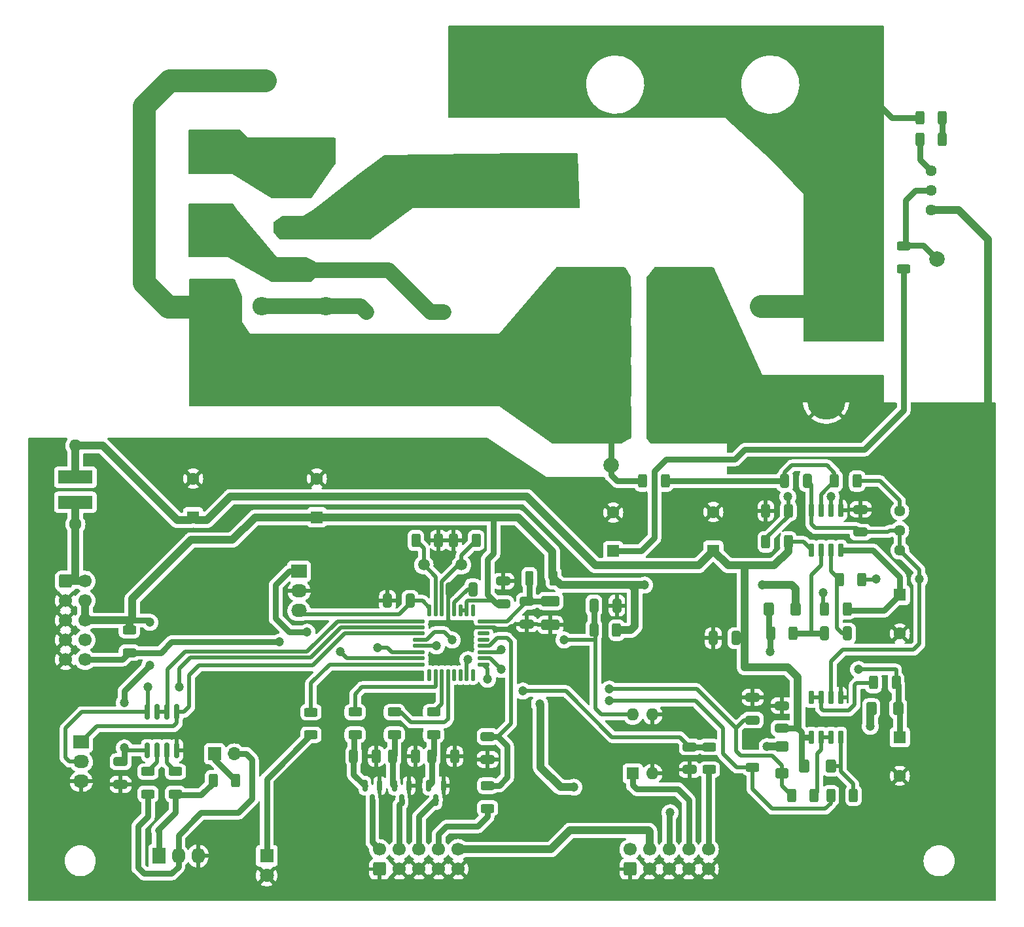
<source format=gbl>
G04 #@! TF.GenerationSoftware,KiCad,Pcbnew,7.0.2*
G04 #@! TF.CreationDate,2023-10-15T13:01:47+02:00*
G04 #@! TF.ProjectId,Module_2,4d6f6475-6c65-45f3-922e-6b696361645f,rev?*
G04 #@! TF.SameCoordinates,Original*
G04 #@! TF.FileFunction,Copper,L2,Bot*
G04 #@! TF.FilePolarity,Positive*
%FSLAX46Y46*%
G04 Gerber Fmt 4.6, Leading zero omitted, Abs format (unit mm)*
G04 Created by KiCad (PCBNEW 7.0.2) date 2023-10-15 13:01:47*
%MOMM*%
%LPD*%
G01*
G04 APERTURE LIST*
G04 Aperture macros list*
%AMRoundRect*
0 Rectangle with rounded corners*
0 $1 Rounding radius*
0 $2 $3 $4 $5 $6 $7 $8 $9 X,Y pos of 4 corners*
0 Add a 4 corners polygon primitive as box body*
4,1,4,$2,$3,$4,$5,$6,$7,$8,$9,$2,$3,0*
0 Add four circle primitives for the rounded corners*
1,1,$1+$1,$2,$3*
1,1,$1+$1,$4,$5*
1,1,$1+$1,$6,$7*
1,1,$1+$1,$8,$9*
0 Add four rect primitives between the rounded corners*
20,1,$1+$1,$2,$3,$4,$5,0*
20,1,$1+$1,$4,$5,$6,$7,0*
20,1,$1+$1,$6,$7,$8,$9,0*
20,1,$1+$1,$8,$9,$2,$3,0*%
G04 Aperture macros list end*
G04 #@! TA.AperFunction,ComponentPad*
%ADD10RoundRect,0.250000X-0.600000X-0.600000X0.600000X-0.600000X0.600000X0.600000X-0.600000X0.600000X0*%
G04 #@! TD*
G04 #@! TA.AperFunction,ComponentPad*
%ADD11C,1.700000*%
G04 #@! TD*
G04 #@! TA.AperFunction,ComponentPad*
%ADD12R,1.600000X1.600000*%
G04 #@! TD*
G04 #@! TA.AperFunction,ComponentPad*
%ADD13C,1.600000*%
G04 #@! TD*
G04 #@! TA.AperFunction,ComponentPad*
%ADD14C,2.400000*%
G04 #@! TD*
G04 #@! TA.AperFunction,ComponentPad*
%ADD15O,2.400000X2.400000*%
G04 #@! TD*
G04 #@! TA.AperFunction,ComponentPad*
%ADD16RoundRect,0.250000X0.600000X-0.600000X0.600000X0.600000X-0.600000X0.600000X-0.600000X-0.600000X0*%
G04 #@! TD*
G04 #@! TA.AperFunction,ComponentPad*
%ADD17C,5.000000*%
G04 #@! TD*
G04 #@! TA.AperFunction,ComponentPad*
%ADD18R,1.800000X1.800000*%
G04 #@! TD*
G04 #@! TA.AperFunction,ComponentPad*
%ADD19C,1.800000*%
G04 #@! TD*
G04 #@! TA.AperFunction,ComponentPad*
%ADD20R,1.730000X2.030000*%
G04 #@! TD*
G04 #@! TA.AperFunction,ComponentPad*
%ADD21O,1.730000X2.030000*%
G04 #@! TD*
G04 #@! TA.AperFunction,ComponentPad*
%ADD22C,2.000000*%
G04 #@! TD*
G04 #@! TA.AperFunction,ComponentPad*
%ADD23C,1.500000*%
G04 #@! TD*
G04 #@! TA.AperFunction,ComponentPad*
%ADD24O,1.600000X1.600000*%
G04 #@! TD*
G04 #@! TA.AperFunction,ComponentPad*
%ADD25R,2.030000X1.730000*%
G04 #@! TD*
G04 #@! TA.AperFunction,ComponentPad*
%ADD26O,2.030000X1.730000*%
G04 #@! TD*
G04 #@! TA.AperFunction,ComponentPad*
%ADD27R,1.700000X1.700000*%
G04 #@! TD*
G04 #@! TA.AperFunction,ComponentPad*
%ADD28O,1.700000X1.700000*%
G04 #@! TD*
G04 #@! TA.AperFunction,ComponentPad*
%ADD29C,1.440000*%
G04 #@! TD*
G04 #@! TA.AperFunction,SMDPad,CuDef*
%ADD30RoundRect,0.250000X-0.312500X-0.625000X0.312500X-0.625000X0.312500X0.625000X-0.312500X0.625000X0*%
G04 #@! TD*
G04 #@! TA.AperFunction,SMDPad,CuDef*
%ADD31RoundRect,0.150000X-0.150000X0.587500X-0.150000X-0.587500X0.150000X-0.587500X0.150000X0.587500X0*%
G04 #@! TD*
G04 #@! TA.AperFunction,SMDPad,CuDef*
%ADD32R,4.500000X1.750000*%
G04 #@! TD*
G04 #@! TA.AperFunction,SMDPad,CuDef*
%ADD33RoundRect,0.250000X0.325000X0.650000X-0.325000X0.650000X-0.325000X-0.650000X0.325000X-0.650000X0*%
G04 #@! TD*
G04 #@! TA.AperFunction,SMDPad,CuDef*
%ADD34RoundRect,0.250000X-0.625000X0.312500X-0.625000X-0.312500X0.625000X-0.312500X0.625000X0.312500X0*%
G04 #@! TD*
G04 #@! TA.AperFunction,SMDPad,CuDef*
%ADD35RoundRect,0.250000X-0.400000X-0.600000X0.400000X-0.600000X0.400000X0.600000X-0.400000X0.600000X0*%
G04 #@! TD*
G04 #@! TA.AperFunction,SMDPad,CuDef*
%ADD36RoundRect,0.250000X-0.650000X0.325000X-0.650000X-0.325000X0.650000X-0.325000X0.650000X0.325000X0*%
G04 #@! TD*
G04 #@! TA.AperFunction,SMDPad,CuDef*
%ADD37RoundRect,0.250000X0.650000X-0.325000X0.650000X0.325000X-0.650000X0.325000X-0.650000X-0.325000X0*%
G04 #@! TD*
G04 #@! TA.AperFunction,SMDPad,CuDef*
%ADD38RoundRect,0.250000X-0.325000X-0.650000X0.325000X-0.650000X0.325000X0.650000X-0.325000X0.650000X0*%
G04 #@! TD*
G04 #@! TA.AperFunction,SMDPad,CuDef*
%ADD39RoundRect,0.250000X0.275000X0.700000X-0.275000X0.700000X-0.275000X-0.700000X0.275000X-0.700000X0*%
G04 #@! TD*
G04 #@! TA.AperFunction,SMDPad,CuDef*
%ADD40RoundRect,0.250000X0.312500X0.625000X-0.312500X0.625000X-0.312500X-0.625000X0.312500X-0.625000X0*%
G04 #@! TD*
G04 #@! TA.AperFunction,SMDPad,CuDef*
%ADD41RoundRect,0.250000X0.625000X-0.312500X0.625000X0.312500X-0.625000X0.312500X-0.625000X-0.312500X0*%
G04 #@! TD*
G04 #@! TA.AperFunction,SMDPad,CuDef*
%ADD42RoundRect,0.250001X-1.262499X-1.974999X1.262499X-1.974999X1.262499X1.974999X-1.262499X1.974999X0*%
G04 #@! TD*
G04 #@! TA.AperFunction,SMDPad,CuDef*
%ADD43RoundRect,0.125000X-0.125000X0.625000X-0.125000X-0.625000X0.125000X-0.625000X0.125000X0.625000X0*%
G04 #@! TD*
G04 #@! TA.AperFunction,SMDPad,CuDef*
%ADD44RoundRect,0.125000X-0.625000X0.125000X-0.625000X-0.125000X0.625000X-0.125000X0.625000X0.125000X0*%
G04 #@! TD*
G04 #@! TA.AperFunction,SMDPad,CuDef*
%ADD45RoundRect,0.150000X-0.150000X0.725000X-0.150000X-0.725000X0.150000X-0.725000X0.150000X0.725000X0*%
G04 #@! TD*
G04 #@! TA.AperFunction,SMDPad,CuDef*
%ADD46RoundRect,0.250000X-0.925000X0.412500X-0.925000X-0.412500X0.925000X-0.412500X0.925000X0.412500X0*%
G04 #@! TD*
G04 #@! TA.AperFunction,SMDPad,CuDef*
%ADD47RoundRect,0.150000X-0.150000X0.825000X-0.150000X-0.825000X0.150000X-0.825000X0.150000X0.825000X0*%
G04 #@! TD*
G04 #@! TA.AperFunction,SMDPad,CuDef*
%ADD48RoundRect,0.250000X-0.600000X0.400000X-0.600000X-0.400000X0.600000X-0.400000X0.600000X0.400000X0*%
G04 #@! TD*
G04 #@! TA.AperFunction,SMDPad,CuDef*
%ADD49RoundRect,0.250000X0.400000X0.600000X-0.400000X0.600000X-0.400000X-0.600000X0.400000X-0.600000X0*%
G04 #@! TD*
G04 #@! TA.AperFunction,ComponentPad*
%ADD50R,4.500000X2.500000*%
G04 #@! TD*
G04 #@! TA.AperFunction,ComponentPad*
%ADD51O,4.500000X2.500000*%
G04 #@! TD*
G04 #@! TA.AperFunction,ViaPad*
%ADD52C,1.200000*%
G04 #@! TD*
G04 #@! TA.AperFunction,Conductor*
%ADD53C,1.000000*%
G04 #@! TD*
G04 #@! TA.AperFunction,Conductor*
%ADD54C,0.750000*%
G04 #@! TD*
G04 #@! TA.AperFunction,Conductor*
%ADD55C,0.500000*%
G04 #@! TD*
G04 #@! TA.AperFunction,Conductor*
%ADD56C,2.000000*%
G04 #@! TD*
G04 #@! TA.AperFunction,Conductor*
%ADD57C,3.000000*%
G04 #@! TD*
G04 APERTURE END LIST*
D10*
X45720000Y-102870000D03*
D11*
X48260000Y-102870000D03*
X45720000Y-105410000D03*
X48260000Y-105410000D03*
X45720000Y-107950000D03*
X48260000Y-107950000D03*
X45720000Y-110490000D03*
X48260000Y-110490000D03*
X45720000Y-113030000D03*
X48260000Y-113030000D03*
D12*
X62230000Y-94604651D03*
D13*
X62230000Y-89604651D03*
D12*
X116586000Y-98980000D03*
D13*
X116586000Y-93980000D03*
D14*
X71120000Y-46990000D03*
D15*
X71120000Y-67310000D03*
D12*
X78232000Y-94604651D03*
D13*
X78232000Y-89604651D03*
D16*
X118745000Y-140135000D03*
D11*
X118745000Y-137595000D03*
X121285000Y-140135000D03*
X121285000Y-137595000D03*
X123825000Y-140135000D03*
X123825000Y-137595000D03*
X126365000Y-140135000D03*
X126365000Y-137595000D03*
X128905000Y-140135000D03*
X128905000Y-137595000D03*
D16*
X86360000Y-140135000D03*
D11*
X86360000Y-137595000D03*
X88900000Y-140135000D03*
X88900000Y-137595000D03*
X91440000Y-140135000D03*
X91440000Y-137595000D03*
X93980000Y-140135000D03*
X93980000Y-137595000D03*
X96520000Y-140135000D03*
X96520000Y-137595000D03*
D12*
X153670000Y-104655000D03*
D13*
X153670000Y-109655000D03*
D17*
X144145000Y-79502000D03*
X144145000Y-69342000D03*
D18*
X71755000Y-138430000D03*
D19*
X71755000Y-140970000D03*
D20*
X57785000Y-138430000D03*
D21*
X60325000Y-138430000D03*
X62865000Y-138430000D03*
D22*
X158496000Y-61214000D03*
D17*
X65024000Y-47080500D03*
X65024000Y-57240500D03*
X65024000Y-67400500D03*
D23*
X92075000Y-100765000D03*
X96955000Y-100765000D03*
D14*
X79375000Y-46990000D03*
D15*
X79375000Y-67310000D03*
D12*
X119126000Y-127762000D03*
D24*
X121666000Y-127762000D03*
X121666000Y-120142000D03*
X119126000Y-120142000D03*
D14*
X135670000Y-67310000D03*
X108170000Y-67310000D03*
D22*
X116332000Y-87884000D03*
D13*
X46990000Y-95504000D03*
D24*
X46990000Y-85344000D03*
D13*
X84622000Y-68072000D03*
X94622000Y-68072000D03*
D17*
X108458000Y-50800000D03*
D14*
X99060000Y-38100000D03*
X71560000Y-38100000D03*
D25*
X47752000Y-123698000D03*
D26*
X47752000Y-126238000D03*
X47752000Y-128778000D03*
D27*
X65019000Y-125222000D03*
D28*
X67559000Y-125222000D03*
D25*
X75946000Y-101600000D03*
D26*
X75946000Y-104140000D03*
X75946000Y-106680000D03*
D22*
X156972000Y-87630000D03*
D17*
X146050000Y-50800000D03*
D29*
X157734000Y-49784000D03*
X157734000Y-52324000D03*
X157734000Y-54864000D03*
D12*
X129540000Y-98922651D03*
D13*
X129540000Y-93922651D03*
D12*
X153670000Y-123070000D03*
D13*
X153670000Y-128070000D03*
D29*
X153670000Y-93780000D03*
X153670000Y-96320000D03*
X153670000Y-98860000D03*
D30*
X144742500Y-130610000D03*
X147667500Y-130610000D03*
D31*
X88270000Y-129340000D03*
X90170000Y-129340000D03*
X89220000Y-131215000D03*
D32*
X46990000Y-92658000D03*
X46990000Y-89408000D03*
D33*
X146890000Y-109655000D03*
X143940000Y-109655000D03*
D30*
X150265000Y-116005000D03*
X153190000Y-116005000D03*
D34*
X53975000Y-109220000D03*
X53975000Y-112145000D03*
D30*
X93152500Y-125530000D03*
X96077500Y-125530000D03*
X120396000Y-89916000D03*
X123321000Y-89916000D03*
D35*
X141280000Y-126800000D03*
X144780000Y-126800000D03*
D36*
X52832000Y-126225500D03*
X52832000Y-129175500D03*
D37*
X148590000Y-96525000D03*
X148590000Y-93575000D03*
D36*
X126492000Y-124316500D03*
X126492000Y-127266500D03*
D38*
X138782000Y-89916000D03*
X141732000Y-89916000D03*
D35*
X149977500Y-119380000D03*
X153477500Y-119380000D03*
D31*
X92710000Y-129340000D03*
X94610000Y-129340000D03*
X93660000Y-131215000D03*
D37*
X134620000Y-120855000D03*
X134620000Y-117905000D03*
X138392500Y-121925000D03*
X138392500Y-118975000D03*
D39*
X108890000Y-102489000D03*
X105740000Y-102489000D03*
D34*
X56388000Y-127508000D03*
X56388000Y-130433000D03*
X59944000Y-127508000D03*
X59944000Y-130433000D03*
D40*
X117032500Y-109220000D03*
X114107500Y-109220000D03*
D41*
X134620000Y-126992500D03*
X134620000Y-124067500D03*
D40*
X159196500Y-45720000D03*
X156271500Y-45720000D03*
D30*
X82992500Y-125530000D03*
X85917500Y-125530000D03*
D42*
X117403000Y-71882000D03*
X122428000Y-71882000D03*
X117375500Y-66802000D03*
X122400500Y-66802000D03*
D36*
X105410000Y-105459000D03*
X105410000Y-108409000D03*
D40*
X148782500Y-102670000D03*
X145857500Y-102670000D03*
D34*
X77470000Y-119822500D03*
X77470000Y-122747500D03*
D31*
X84455000Y-129340000D03*
X86355000Y-129340000D03*
X85405000Y-131215000D03*
D30*
X64805000Y-128705000D03*
X67730000Y-128705000D03*
D41*
X100330000Y-132265000D03*
X100330000Y-129340000D03*
D43*
X92815000Y-106680000D03*
X93615000Y-106680000D03*
X94415000Y-106680000D03*
X95215000Y-106680000D03*
X96015000Y-106680000D03*
X96815000Y-106680000D03*
X97615000Y-106680000D03*
X98415000Y-106680000D03*
D44*
X99790000Y-108055000D03*
X99790000Y-108855000D03*
X99790000Y-109655000D03*
X99790000Y-110455000D03*
X99790000Y-111255000D03*
X99790000Y-112055000D03*
X99790000Y-112855000D03*
X99790000Y-113655000D03*
D43*
X98415000Y-115030000D03*
X97615000Y-115030000D03*
X96815000Y-115030000D03*
X96015000Y-115030000D03*
X95215000Y-115030000D03*
X94415000Y-115030000D03*
X93615000Y-115030000D03*
X92815000Y-115030000D03*
D44*
X91440000Y-113655000D03*
X91440000Y-112855000D03*
X91440000Y-112055000D03*
X91440000Y-111255000D03*
X91440000Y-110455000D03*
X91440000Y-109655000D03*
X91440000Y-108855000D03*
X91440000Y-108055000D03*
D40*
X139257500Y-93780000D03*
X136332500Y-93780000D03*
D41*
X88265000Y-122740000D03*
X88265000Y-119815000D03*
D30*
X145222500Y-89916000D03*
X148147500Y-89916000D03*
D42*
X117375500Y-82242000D03*
X122400500Y-82242000D03*
D45*
X142202500Y-117910000D03*
X143472500Y-117910000D03*
X144742500Y-117910000D03*
X146012500Y-117910000D03*
X146012500Y-123060000D03*
X144742500Y-123060000D03*
X143472500Y-123060000D03*
X142202500Y-123060000D03*
D33*
X132490000Y-110236000D03*
X129540000Y-110236000D03*
D46*
X108458000Y-105456000D03*
X108458000Y-108531000D03*
D40*
X146877500Y-106480000D03*
X143952500Y-106480000D03*
X93980000Y-97590000D03*
X91055000Y-97590000D03*
D30*
X95942500Y-97590000D03*
X98867500Y-97590000D03*
D40*
X139892500Y-109655000D03*
X136967500Y-109655000D03*
D47*
X56300000Y-119815000D03*
X57570000Y-119815000D03*
X58840000Y-119815000D03*
X60110000Y-119815000D03*
X60110000Y-124765000D03*
X58840000Y-124765000D03*
X57570000Y-124765000D03*
X56300000Y-124765000D03*
D45*
X142240000Y-93710000D03*
X143510000Y-93710000D03*
X144780000Y-93710000D03*
X146050000Y-93710000D03*
X146050000Y-98860000D03*
X144780000Y-98860000D03*
X143510000Y-98860000D03*
X142240000Y-98860000D03*
D30*
X88072500Y-125530000D03*
X90997500Y-125530000D03*
D37*
X102362000Y-105820000D03*
X102362000Y-102870000D03*
D42*
X117375500Y-76962000D03*
X122400500Y-76962000D03*
D48*
X138392500Y-124260000D03*
X138392500Y-127760000D03*
D49*
X140180000Y-106480000D03*
X136680000Y-106480000D03*
D38*
X114095000Y-106045000D03*
X117045000Y-106045000D03*
D41*
X129032000Y-127254000D03*
X129032000Y-124329000D03*
X93345000Y-122740000D03*
X93345000Y-119815000D03*
D30*
X156271500Y-42926000D03*
X159196500Y-42926000D03*
D40*
X139257500Y-97790000D03*
X136332500Y-97790000D03*
D34*
X154178000Y-59497500D03*
X154178000Y-62422500D03*
D36*
X100330000Y-122990000D03*
X100330000Y-125940000D03*
D40*
X142587500Y-130610000D03*
X139662500Y-130610000D03*
D38*
X95475000Y-103940000D03*
X98425000Y-103940000D03*
D50*
X75105000Y-51700000D03*
D51*
X75105000Y-57150000D03*
X75105000Y-62600000D03*
D41*
X83185000Y-122740000D03*
X83185000Y-119815000D03*
D38*
X87376000Y-105410000D03*
X90326000Y-105410000D03*
D52*
X149860000Y-121666000D03*
X120650000Y-103378000D03*
X135890000Y-103378000D03*
X53340000Y-118618000D03*
X136487884Y-124279541D03*
X56642000Y-108204000D03*
X56642000Y-113792000D03*
X53340000Y-124460000D03*
X104902000Y-117094000D03*
X93726000Y-111252000D03*
X110236000Y-110490000D03*
X95758000Y-110490000D03*
X102108000Y-111760000D03*
X150622000Y-102616000D03*
X156210000Y-102616000D03*
X148336000Y-114300000D03*
X102108000Y-114300000D03*
X116078000Y-116840000D03*
X100330000Y-115570000D03*
X114300000Y-81280000D03*
X114300000Y-76200000D03*
X114300000Y-66040000D03*
X114300000Y-63500000D03*
X114300000Y-71120000D03*
X114300000Y-68580000D03*
X114300000Y-78740000D03*
X114300000Y-73660000D03*
X114300000Y-83820000D03*
X123952000Y-132842000D03*
X136906000Y-112014000D03*
X76962000Y-109474000D03*
X81280000Y-112014000D03*
X111506000Y-129540000D03*
X107053026Y-118737026D03*
X116078000Y-118364000D03*
X73406000Y-110744000D03*
X86106000Y-111506000D03*
X144780000Y-91948000D03*
X139192000Y-91948000D03*
X97790000Y-113030000D03*
X143764000Y-104394000D03*
X56388000Y-116586000D03*
X60452000Y-116586000D03*
X92710000Y-86360000D03*
X165100000Y-116840000D03*
X86360000Y-96520000D03*
X147066115Y-91831065D03*
X134620000Y-91440000D03*
X110490000Y-127000000D03*
X96687739Y-108639362D03*
X60960000Y-106680000D03*
X109220000Y-143510000D03*
X161290000Y-95250000D03*
X125730000Y-68580000D03*
X165100000Y-85090000D03*
X165100000Y-97790000D03*
X165100000Y-142240000D03*
X43180000Y-86360000D03*
X136064191Y-116518374D03*
X125730000Y-66040000D03*
X110856038Y-105426502D03*
X161290000Y-107950000D03*
X102870000Y-88900000D03*
X71120000Y-106680000D03*
X115570000Y-132080000D03*
X83820000Y-143510000D03*
X165100000Y-135890000D03*
X57150000Y-97790000D03*
X161290000Y-101600000D03*
X52070000Y-92710000D03*
X63500000Y-121920000D03*
X143510000Y-83820000D03*
X93609411Y-113131899D03*
X152400000Y-86360000D03*
X153670000Y-143510000D03*
X115570000Y-143510000D03*
X161290000Y-133350000D03*
X73345889Y-116397840D03*
X54610000Y-86360000D03*
X165100000Y-104140000D03*
X66040000Y-106680000D03*
X125730000Y-71120000D03*
X114300000Y-91440000D03*
X52070000Y-134620000D03*
X125730000Y-78740000D03*
X60960000Y-86360000D03*
X143510000Y-138430000D03*
X110490000Y-121920000D03*
X161290000Y-120650000D03*
X80010000Y-86360000D03*
X125730000Y-83820000D03*
X151043481Y-93311690D03*
X103225207Y-97296458D03*
X160020000Y-143510000D03*
X43180000Y-91440000D03*
X125730000Y-106680000D03*
X68580000Y-121920000D03*
X74930000Y-134620000D03*
X71120000Y-143510000D03*
X99060000Y-86360000D03*
X105410000Y-121920000D03*
X115570000Y-127000000D03*
X94923247Y-99704949D03*
X43180000Y-134620000D03*
X90170000Y-143510000D03*
X127000000Y-91440000D03*
X110715429Y-100315772D03*
X54610000Y-95250000D03*
X134620000Y-143510000D03*
X81280000Y-101600000D03*
X106680000Y-139700000D03*
X125730000Y-81280000D03*
X127000000Y-129540000D03*
X66040000Y-101600000D03*
X71120000Y-101600000D03*
X140970000Y-143510000D03*
X60960000Y-101600000D03*
X80010000Y-132080000D03*
X125730000Y-110490000D03*
X43180000Y-109220000D03*
X125730000Y-63500000D03*
X73660000Y-86360000D03*
X52070000Y-105410000D03*
X125730000Y-76200000D03*
X110914102Y-108542589D03*
X161290000Y-127000000D03*
X43180000Y-102870000D03*
X43180000Y-115570000D03*
X73660000Y-121920000D03*
X58420000Y-143510000D03*
X107950000Y-91440000D03*
X81280000Y-96520000D03*
X105410000Y-127000000D03*
X124125845Y-127514594D03*
X100330000Y-139700000D03*
X96520000Y-143510000D03*
X43180000Y-128270000D03*
X161290000Y-114300000D03*
X110490000Y-132080000D03*
X125345183Y-120227596D03*
X45720000Y-143510000D03*
X165100000Y-91440000D03*
X80010000Y-125730000D03*
X66725877Y-136379912D03*
X127710992Y-122254154D03*
X67310000Y-86360000D03*
X165100000Y-129540000D03*
X43180000Y-140970000D03*
X102870000Y-143510000D03*
X74930000Y-129540000D03*
X113030000Y-138430000D03*
X137160000Y-138430000D03*
X128270000Y-143510000D03*
X86360000Y-86360000D03*
X52070000Y-143510000D03*
X139700000Y-83820000D03*
X86360000Y-101600000D03*
X121629104Y-124872695D03*
X50800000Y-96520000D03*
X165100000Y-123190000D03*
X103426529Y-109008050D03*
X43180000Y-96520000D03*
X105780012Y-99822230D03*
X105410000Y-132080000D03*
X146507684Y-114938701D03*
X121920000Y-110490000D03*
X129540000Y-106680000D03*
X77470000Y-143510000D03*
X102731666Y-100954473D03*
X138378761Y-116506421D03*
X66356467Y-116332518D03*
X147320000Y-143510000D03*
X43180000Y-121920000D03*
X121920000Y-143510000D03*
X54610000Y-101600000D03*
X64770000Y-143510000D03*
X161290000Y-87630000D03*
X149860000Y-138430000D03*
X50800000Y-100330000D03*
X81280000Y-139700000D03*
X121920000Y-106680000D03*
X125730000Y-73660000D03*
X165100000Y-110490000D03*
D53*
X135890000Y-103378000D02*
X139700000Y-103378000D01*
X121158000Y-135128000D02*
X121285000Y-135255000D01*
X109779000Y-103378000D02*
X118110000Y-103378000D01*
X101092000Y-94604651D02*
X104256651Y-94604651D01*
D54*
X100965000Y-105283000D02*
X100330000Y-104648000D01*
X56642000Y-108204000D02*
X56388000Y-107950000D01*
D55*
X136507425Y-124260000D02*
X136487884Y-124279541D01*
D53*
X54102000Y-107950000D02*
X54356000Y-107696000D01*
X140180000Y-103858000D02*
X140180000Y-106480000D01*
X104256651Y-94604651D02*
X108712000Y-99060000D01*
X78232000Y-94604651D02*
X101092000Y-94604651D01*
D55*
X56300000Y-124765000D02*
X53645000Y-124765000D01*
D54*
X100965000Y-105283000D02*
X101502000Y-105820000D01*
D53*
X139700000Y-103378000D02*
X140180000Y-103858000D01*
X120650000Y-103378000D02*
X118110000Y-103378000D01*
X121285000Y-135255000D02*
X121285000Y-137595000D01*
X118110000Y-103378000D02*
X118872000Y-103378000D01*
D55*
X100838000Y-105410000D02*
X97790000Y-105410000D01*
D54*
X101502000Y-105820000D02*
X102362000Y-105820000D01*
D55*
X97615000Y-105585000D02*
X97615000Y-106680000D01*
X100965000Y-105283000D02*
X100838000Y-105410000D01*
D53*
X61976000Y-97536000D02*
X67310000Y-97536000D01*
D54*
X53340000Y-125730000D02*
X53340000Y-124460000D01*
D53*
X70241349Y-94604651D02*
X78232000Y-94604651D01*
X54356000Y-105156000D02*
X61976000Y-97536000D01*
X48260000Y-107950000D02*
X48260000Y-105410000D01*
D54*
X101092000Y-99314000D02*
X101092000Y-94604651D01*
D53*
X138392500Y-124260000D02*
X136507425Y-124260000D01*
D54*
X56642000Y-113792000D02*
X53340000Y-117094000D01*
D53*
X108712000Y-99060000D02*
X108712000Y-102311000D01*
D54*
X100330000Y-104648000D02*
X100330000Y-100076000D01*
D55*
X97790000Y-105410000D02*
X97615000Y-105585000D01*
D54*
X53340000Y-117094000D02*
X53340000Y-118618000D01*
D55*
X96815000Y-106680000D02*
X97615000Y-106680000D01*
D54*
X100330000Y-100076000D02*
X101092000Y-99314000D01*
D53*
X119380000Y-103886000D02*
X119380000Y-108712000D01*
X54356000Y-107696000D02*
X54356000Y-105156000D01*
X53975000Y-109220000D02*
X53975000Y-108331000D01*
X108890000Y-102489000D02*
X109779000Y-103378000D01*
X118872000Y-103378000D02*
X119380000Y-103886000D01*
X108531000Y-137595000D02*
X110998000Y-135128000D01*
X96520000Y-137595000D02*
X108531000Y-137595000D01*
X110998000Y-135128000D02*
X121158000Y-135128000D01*
D55*
X53645000Y-124765000D02*
X53340000Y-124460000D01*
D53*
X48260000Y-107950000D02*
X54102000Y-107950000D01*
X149860000Y-121666000D02*
X149860000Y-119497500D01*
X149860000Y-119497500D02*
X149977500Y-119380000D01*
D54*
X56388000Y-107950000D02*
X53848000Y-107950000D01*
D53*
X119380000Y-108712000D02*
X118872000Y-109220000D01*
X67310000Y-97536000D02*
X70241349Y-94604651D01*
D54*
X52832000Y-126238000D02*
X53340000Y-125730000D01*
D53*
X108712000Y-102311000D02*
X108890000Y-102489000D01*
X118872000Y-109220000D02*
X117032500Y-109220000D01*
D55*
X92075000Y-100765000D02*
X92075000Y-98610000D01*
X93615000Y-106680000D02*
X93615000Y-102305000D01*
X92075000Y-98610000D02*
X91055000Y-97590000D01*
X93615000Y-102305000D02*
X92075000Y-100765000D01*
X96955000Y-100765000D02*
X96955000Y-99502500D01*
X96955000Y-99502500D02*
X98867500Y-97590000D01*
X94415000Y-106680000D02*
X94415000Y-102943000D01*
X94415000Y-102943000D02*
X96593000Y-100765000D01*
X96593000Y-100765000D02*
X96955000Y-100765000D01*
X92815000Y-106277000D02*
X91948000Y-105410000D01*
X76454000Y-107188000D02*
X88900000Y-107188000D01*
X88900000Y-107188000D02*
X90326000Y-105762000D01*
X75946000Y-106680000D02*
X76454000Y-107188000D01*
X91948000Y-105410000D02*
X90326000Y-105410000D01*
X90326000Y-105762000D02*
X90326000Y-105410000D01*
X92815000Y-106680000D02*
X92815000Y-106277000D01*
D54*
X105740000Y-105141500D02*
X105410000Y-105471500D01*
D55*
X99790000Y-108055000D02*
X102826500Y-108055000D01*
D54*
X105740000Y-102489000D02*
X105740000Y-105141500D01*
D55*
X102826500Y-108055000D02*
X105410000Y-105471500D01*
D54*
X108458000Y-105456000D02*
X105425500Y-105456000D01*
D55*
X96015000Y-105661000D02*
X97736000Y-103940000D01*
X97736000Y-103940000D02*
X98425000Y-103940000D01*
X96015000Y-106680000D02*
X96015000Y-105661000D01*
D54*
X102870000Y-124206000D02*
X102870000Y-128270000D01*
X101654000Y-122990000D02*
X102870000Y-124206000D01*
X101654000Y-122990000D02*
X100330000Y-122990000D01*
D55*
X101600000Y-110236000D02*
X100581000Y-111255000D01*
X101654000Y-122990000D02*
X103378000Y-121266000D01*
D54*
X102870000Y-128270000D02*
X101800000Y-129340000D01*
D55*
X102870000Y-110236000D02*
X101600000Y-110236000D01*
X103378000Y-121266000D02*
X103378000Y-110744000D01*
X100581000Y-111255000D02*
X99790000Y-111255000D01*
X103378000Y-110744000D02*
X102870000Y-110236000D01*
D54*
X101800000Y-129340000D02*
X100330000Y-129340000D01*
D55*
X91443000Y-111252000D02*
X91440000Y-111255000D01*
D54*
X126504500Y-124329000D02*
X126492000Y-124316500D01*
X129032000Y-124329000D02*
X126504500Y-124329000D01*
D55*
X110490000Y-117094000D02*
X116442500Y-123046500D01*
X116442500Y-123046500D02*
X125222000Y-123046500D01*
X125222000Y-123046500D02*
X126492000Y-124316500D01*
X93726000Y-111252000D02*
X91443000Y-111252000D01*
X104902000Y-117094000D02*
X110490000Y-117094000D01*
X92456000Y-110490000D02*
X93472000Y-109474000D01*
D54*
X114107500Y-106057500D02*
X114095000Y-106045000D01*
D55*
X114300000Y-109412500D02*
X114107500Y-109220000D01*
X110236000Y-110490000D02*
X114300000Y-110490000D01*
X91440000Y-110490000D02*
X92456000Y-110490000D01*
X114300000Y-119380000D02*
X114300000Y-110490000D01*
X91440000Y-110455000D02*
X91440000Y-110490000D01*
X93472000Y-109474000D02*
X94742000Y-109474000D01*
D54*
X114107500Y-109220000D02*
X114107500Y-106057500D01*
D55*
X119126000Y-120142000D02*
X115062000Y-120142000D01*
X115062000Y-120142000D02*
X114300000Y-119380000D01*
X94742000Y-109474000D02*
X95758000Y-110490000D01*
X114300000Y-110490000D02*
X114300000Y-109412500D01*
D54*
X149098000Y-85852000D02*
X133604000Y-85852000D01*
X132334000Y-87122000D02*
X123444000Y-87122000D01*
X123444000Y-87122000D02*
X121920000Y-88646000D01*
X154178000Y-62422500D02*
X154178000Y-80772000D01*
D55*
X101813000Y-112055000D02*
X99790000Y-112055000D01*
D54*
X120222000Y-98980000D02*
X116586000Y-98980000D01*
X121920000Y-97282000D02*
X120222000Y-98980000D01*
X133604000Y-85852000D02*
X132334000Y-87122000D01*
X121920000Y-88646000D02*
X121920000Y-97282000D01*
X154178000Y-80772000D02*
X149098000Y-85852000D01*
D55*
X102108000Y-111760000D02*
X101813000Y-112055000D01*
X141224000Y-97790000D02*
X139257500Y-97790000D01*
D54*
X140970000Y-126490000D02*
X141280000Y-126800000D01*
X140970000Y-123190000D02*
X140970000Y-126490000D01*
D53*
X133604000Y-110744000D02*
X133604000Y-110236000D01*
X50546000Y-85344000D02*
X46990000Y-85344000D01*
D54*
X138430000Y-121920000D02*
X138425000Y-121925000D01*
D53*
X127624651Y-100838000D02*
X129540000Y-98922651D01*
X139257500Y-98994500D02*
X139257500Y-97790000D01*
D54*
X140462000Y-121920000D02*
X140970000Y-122428000D01*
X141100000Y-123060000D02*
X140970000Y-123190000D01*
D53*
X131455349Y-100838000D02*
X133604000Y-100838000D01*
X62621349Y-94996000D02*
X64008000Y-94996000D01*
X133604000Y-100838000D02*
X137414000Y-100838000D01*
X137414000Y-100838000D02*
X139257500Y-98994500D01*
X105410000Y-91948000D02*
X114300000Y-100838000D01*
D55*
X142240000Y-98860000D02*
X142240000Y-98806000D01*
D54*
X138425000Y-121925000D02*
X138392500Y-121925000D01*
D53*
X64008000Y-94996000D02*
X67056000Y-91948000D01*
D54*
X141986000Y-123060000D02*
X141100000Y-123060000D01*
D53*
X133604000Y-110236000D02*
X133604000Y-100838000D01*
X140462000Y-115316000D02*
X139192000Y-114046000D01*
X114300000Y-100838000D02*
X127624651Y-100838000D01*
D55*
X142240000Y-98806000D02*
X141224000Y-97790000D01*
D54*
X140462000Y-121920000D02*
X138430000Y-121920000D01*
D53*
X60198000Y-94996000D02*
X50546000Y-85344000D01*
X61838651Y-94996000D02*
X60198000Y-94996000D01*
X140462000Y-121920000D02*
X140462000Y-115316000D01*
X132490000Y-110236000D02*
X133604000Y-110236000D01*
X67056000Y-91948000D02*
X105410000Y-91948000D01*
X62230000Y-94604651D02*
X62621349Y-94996000D01*
X129540000Y-98922651D02*
X131455349Y-100838000D01*
X62230000Y-94604651D02*
X61838651Y-94996000D01*
D54*
X140970000Y-122428000D02*
X140970000Y-123190000D01*
D53*
X139192000Y-114046000D02*
X133604000Y-114046000D01*
X46990000Y-85344000D02*
X46990000Y-89408000D01*
X133604000Y-114046000D02*
X133604000Y-110744000D01*
D54*
X123321000Y-89916000D02*
X138782000Y-89916000D01*
D55*
X145222500Y-88834500D02*
X144272000Y-87884000D01*
X139700000Y-87884000D02*
X138782000Y-88802000D01*
X143510000Y-93710000D02*
X143510000Y-91628500D01*
X143510000Y-91628500D02*
X145222500Y-89916000D01*
X144272000Y-87884000D02*
X139700000Y-87884000D01*
X145222500Y-89916000D02*
X145222500Y-88834500D01*
X138782000Y-88802000D02*
X138782000Y-89916000D01*
X155448000Y-111760000D02*
X146304000Y-111760000D01*
X142240000Y-93710000D02*
X142240000Y-90424000D01*
X142748000Y-96012000D02*
X148077000Y-96012000D01*
X156210000Y-110998000D02*
X155448000Y-111760000D01*
X148782500Y-102670000D02*
X150568000Y-102670000D01*
X142240000Y-90424000D02*
X141732000Y-89916000D01*
X153670000Y-98860000D02*
X156210000Y-101400000D01*
X146304000Y-111760000D02*
X144780000Y-113284000D01*
X142240000Y-93710000D02*
X142240000Y-95504000D01*
X148077000Y-96012000D02*
X148590000Y-96525000D01*
X156210000Y-101400000D02*
X156210000Y-102616000D01*
X144780000Y-117872500D02*
X144742500Y-117910000D01*
X152346000Y-96320000D02*
X153670000Y-96320000D01*
X144780000Y-113284000D02*
X144780000Y-117872500D01*
X152141000Y-96525000D02*
X152346000Y-96320000D01*
X150568000Y-102670000D02*
X150622000Y-102616000D01*
X142240000Y-95504000D02*
X142748000Y-96012000D01*
X153670000Y-96320000D02*
X153670000Y-98860000D01*
X148590000Y-96525000D02*
X152141000Y-96525000D01*
X156210000Y-102616000D02*
X156210000Y-110998000D01*
D54*
X153670000Y-104655000D02*
X151645000Y-106680000D01*
X151645000Y-106680000D02*
X147077500Y-106680000D01*
X146304000Y-98860000D02*
X150168000Y-98860000D01*
X147077500Y-106680000D02*
X146877500Y-106480000D01*
X150168000Y-98860000D02*
X153670000Y-102362000D01*
X153670000Y-102362000D02*
X153670000Y-104655000D01*
D55*
X144780000Y-101592500D02*
X145857500Y-102670000D01*
X145857500Y-102670000D02*
X145542000Y-102985500D01*
X144780000Y-98860000D02*
X144780000Y-101592500D01*
X145542000Y-102985500D02*
X145542000Y-108966000D01*
X145542000Y-108966000D02*
X146231000Y-109655000D01*
X146231000Y-109655000D02*
X146890000Y-109655000D01*
X143510000Y-98860000D02*
X143510000Y-100838000D01*
X143510000Y-100838000D02*
X142240000Y-102108000D01*
D54*
X139892500Y-109655000D02*
X143940000Y-109655000D01*
D55*
X142240000Y-109474000D02*
X142494000Y-109728000D01*
X142240000Y-102108000D02*
X142240000Y-109474000D01*
X99790000Y-112855000D02*
X100663000Y-112855000D01*
X153190000Y-114328000D02*
X153190000Y-116005000D01*
X153162000Y-114300000D02*
X153190000Y-114328000D01*
X100663000Y-112855000D02*
X102108000Y-114300000D01*
D54*
X153477500Y-116292500D02*
X153190000Y-116005000D01*
X153670000Y-119572500D02*
X153477500Y-119380000D01*
X153477500Y-119380000D02*
X153477500Y-116292500D01*
X153670000Y-123070000D02*
X153670000Y-119572500D01*
D55*
X148336000Y-114300000D02*
X153162000Y-114300000D01*
X138430000Y-127722500D02*
X138430000Y-126746000D01*
X100330000Y-114195000D02*
X99790000Y-113655000D01*
X138392500Y-127760000D02*
X138430000Y-127722500D01*
X133350000Y-121031000D02*
X132461000Y-121920000D01*
X132461000Y-121920000D02*
X127381000Y-116840000D01*
X100330000Y-115570000D02*
X100330000Y-114195000D01*
X137160000Y-125476000D02*
X133096000Y-125476000D01*
X138430000Y-127797500D02*
X138392500Y-127760000D01*
X138430000Y-126746000D02*
X137160000Y-125476000D01*
X138430000Y-129377500D02*
X138430000Y-127797500D01*
X134620000Y-120855000D02*
X133526000Y-120855000D01*
X132461000Y-124841000D02*
X132461000Y-121920000D01*
X127381000Y-116840000D02*
X116078000Y-116840000D01*
X139662500Y-130610000D02*
X138430000Y-129377500D01*
X133526000Y-120855000D02*
X133350000Y-121031000D01*
X133096000Y-125476000D02*
X132461000Y-124841000D01*
D56*
X83860000Y-67310000D02*
X84622000Y-68072000D01*
X71120000Y-67310000D02*
X79375000Y-67310000D01*
X79375000Y-67310000D02*
X83860000Y-67310000D01*
D57*
X142113000Y-67310000D02*
X144145000Y-69342000D01*
D54*
X149352000Y-39624000D02*
X152654000Y-42926000D01*
X152654000Y-42926000D02*
X156271500Y-42926000D01*
D57*
X135670000Y-67310000D02*
X142113000Y-67310000D01*
X59018500Y-67400500D02*
X55880000Y-64262000D01*
D54*
X116332000Y-87884000D02*
X116332000Y-89154000D01*
D57*
X59182000Y-38100000D02*
X71560000Y-38100000D01*
D54*
X117375500Y-82242000D02*
X117148000Y-82242000D01*
X116332000Y-89154000D02*
X117094000Y-89916000D01*
D57*
X55880000Y-41402000D02*
X59182000Y-38100000D01*
X65024000Y-67400500D02*
X59018500Y-67400500D01*
D54*
X117148000Y-82242000D02*
X116332000Y-83058000D01*
D57*
X55880000Y-64262000D02*
X55880000Y-41402000D01*
D54*
X116332000Y-83058000D02*
X116332000Y-87884000D01*
X117094000Y-89916000D02*
X120396000Y-89916000D01*
X77470000Y-122747500D02*
X71755000Y-128462500D01*
X71755000Y-128462500D02*
X71755000Y-138430000D01*
X136967500Y-109655000D02*
X136967500Y-109666500D01*
X136967500Y-109666500D02*
X136906000Y-109728000D01*
X123825000Y-137595000D02*
X123825000Y-132969000D01*
X136680000Y-109502000D02*
X136680000Y-106480000D01*
X136906000Y-109716500D02*
X136967500Y-109655000D01*
X136906000Y-112014000D02*
X136906000Y-109716500D01*
X123825000Y-132969000D02*
X123952000Y-132842000D01*
X136906000Y-109728000D02*
X136680000Y-109502000D01*
D55*
X146012500Y-126746000D02*
X146012500Y-127470500D01*
X146012500Y-127470500D02*
X147667500Y-129125500D01*
X146012500Y-123060000D02*
X146012500Y-126746000D01*
X145958500Y-126800000D02*
X146012500Y-126746000D01*
X144780000Y-126800000D02*
X145958500Y-126800000D01*
X147667500Y-129125500D02*
X147667500Y-130610000D01*
D54*
X74676000Y-109474000D02*
X72898000Y-107696000D01*
D55*
X82121000Y-112855000D02*
X81280000Y-112014000D01*
X91440000Y-112855000D02*
X82121000Y-112855000D01*
D54*
X74676000Y-101600000D02*
X75946000Y-101600000D01*
X76962000Y-109474000D02*
X74676000Y-109474000D01*
X72898000Y-107696000D02*
X72898000Y-103378000D01*
X72898000Y-103378000D02*
X74676000Y-101600000D01*
X64805000Y-128705000D02*
X64805000Y-128997000D01*
X59944000Y-130433000D02*
X59944000Y-132842000D01*
X57785000Y-135255000D02*
X57785000Y-138430000D01*
X57658000Y-135128000D02*
X57785000Y-135255000D01*
X59944000Y-132842000D02*
X57658000Y-135128000D01*
X63246000Y-130556000D02*
X60067000Y-130556000D01*
X64805000Y-128997000D02*
X63246000Y-130556000D01*
X60067000Y-130556000D02*
X59944000Y-130433000D01*
X69850000Y-125984000D02*
X69088000Y-125222000D01*
X63246000Y-132842000D02*
X68072000Y-132842000D01*
X69088000Y-125222000D02*
X67559000Y-125222000D01*
X55880000Y-140716000D02*
X59436000Y-140716000D01*
X60325000Y-138430000D02*
X60325000Y-135763000D01*
X56388000Y-130433000D02*
X56388000Y-133350000D01*
X60325000Y-135763000D02*
X63246000Y-132842000D01*
X55118000Y-134620000D02*
X55118000Y-139954000D01*
X55118000Y-139954000D02*
X55880000Y-140716000D01*
X56388000Y-133350000D02*
X55118000Y-134620000D01*
X59436000Y-140716000D02*
X60325000Y-139827000D01*
X69850000Y-131064000D02*
X69850000Y-125984000D01*
X68072000Y-132842000D02*
X69850000Y-131064000D01*
X60325000Y-139827000D02*
X60325000Y-138430000D01*
X85405000Y-136640000D02*
X86360000Y-137595000D01*
X85405000Y-131215000D02*
X85405000Y-136640000D01*
X88900000Y-131826000D02*
X88900000Y-137595000D01*
X89220000Y-131215000D02*
X89220000Y-131506000D01*
X89220000Y-131506000D02*
X88900000Y-131826000D01*
X91440000Y-133350000D02*
X91440000Y-137595000D01*
X93660000Y-131215000D02*
X93575000Y-131215000D01*
X93575000Y-131215000D02*
X91440000Y-133350000D01*
X99060000Y-134620000D02*
X100330000Y-133350000D01*
X100330000Y-133350000D02*
X100330000Y-132265000D01*
X93980000Y-137595000D02*
X93980000Y-135636000D01*
X94996000Y-134620000D02*
X99060000Y-134620000D01*
X93980000Y-135636000D02*
X94996000Y-134620000D01*
X126365000Y-131191000D02*
X124968000Y-129794000D01*
X119126000Y-129286000D02*
X119126000Y-127762000D01*
X126365000Y-137595000D02*
X126365000Y-131191000D01*
X124968000Y-129794000D02*
X119634000Y-129794000D01*
X119634000Y-129794000D02*
X119126000Y-129286000D01*
X128905000Y-127381000D02*
X129032000Y-127254000D01*
X128905000Y-137595000D02*
X128905000Y-127381000D01*
X156718000Y-59436000D02*
X154239500Y-59436000D01*
X157734000Y-52324000D02*
X155702000Y-52324000D01*
X155702000Y-52324000D02*
X154432000Y-53594000D01*
X154432000Y-53594000D02*
X154432000Y-59243500D01*
X154432000Y-59243500D02*
X154178000Y-59497500D01*
X154239500Y-59436000D02*
X154178000Y-59497500D01*
X158496000Y-61214000D02*
X156718000Y-59436000D01*
D53*
X109788478Y-129540000D02*
X111506000Y-129540000D01*
X107188000Y-118872000D02*
X107188000Y-126939522D01*
X45720000Y-102870000D02*
X46736000Y-102870000D01*
X46736000Y-102870000D02*
X48260000Y-102870000D01*
X107188000Y-126939522D02*
X109788478Y-129540000D01*
X46990000Y-93420000D02*
X46990000Y-102616000D01*
X46990000Y-102616000D02*
X46736000Y-102870000D01*
X107053026Y-118737026D02*
X107188000Y-118872000D01*
D55*
X134620000Y-126992500D02*
X132580500Y-126992500D01*
X137160000Y-132334000D02*
X144018000Y-132334000D01*
X132580500Y-126992500D02*
X130810000Y-125222000D01*
X134620000Y-129794000D02*
X137160000Y-132334000D01*
X130810000Y-121920000D02*
X127254000Y-118364000D01*
X130810000Y-125222000D02*
X130810000Y-121920000D01*
X134620000Y-126992500D02*
X134620000Y-129794000D01*
X144018000Y-132334000D02*
X144742500Y-131609500D01*
X127254000Y-118364000D02*
X116078000Y-118364000D01*
X144742500Y-131609500D02*
X144742500Y-130610000D01*
D54*
X53975000Y-112145000D02*
X58035000Y-112145000D01*
X48260000Y-113030000D02*
X53090000Y-113030000D01*
D55*
X87376000Y-111506000D02*
X86106000Y-111506000D01*
D54*
X53090000Y-113030000D02*
X53975000Y-112145000D01*
D55*
X91440000Y-112055000D02*
X87925000Y-112055000D01*
D54*
X58035000Y-112145000D02*
X59436000Y-110744000D01*
D55*
X87925000Y-112055000D02*
X87376000Y-111506000D01*
D54*
X59436000Y-110744000D02*
X73406000Y-110744000D01*
X65019000Y-125979000D02*
X65019000Y-125222000D01*
X67730000Y-128705000D02*
X67730000Y-128690000D01*
X67730000Y-128690000D02*
X65019000Y-125979000D01*
X88072500Y-125530000D02*
X88072500Y-129142500D01*
X88072500Y-129142500D02*
X88270000Y-129340000D01*
X88265000Y-122740000D02*
X88265000Y-125337500D01*
X88265000Y-125337500D02*
X88072500Y-125530000D01*
X83058000Y-125464500D02*
X82992500Y-125530000D01*
X82992500Y-127877500D02*
X84455000Y-129340000D01*
X83058000Y-122936000D02*
X83058000Y-125464500D01*
X83185000Y-122740000D02*
X83185000Y-122809000D01*
X82992500Y-125530000D02*
X82992500Y-127877500D01*
X83185000Y-122809000D02*
X83058000Y-122936000D01*
X93152500Y-128897500D02*
X92710000Y-129340000D01*
X93345000Y-125337500D02*
X93152500Y-125530000D01*
X93345000Y-122740000D02*
X93345000Y-125337500D01*
X93152500Y-125530000D02*
X93152500Y-128897500D01*
D55*
X57570000Y-124765000D02*
X57570000Y-126326000D01*
X57570000Y-126326000D02*
X56388000Y-127508000D01*
X58840000Y-126404000D02*
X59944000Y-127508000D01*
X58840000Y-124765000D02*
X58840000Y-126404000D01*
X91440000Y-113655000D02*
X79893000Y-113655000D01*
X77470000Y-116078000D02*
X77470000Y-119822500D01*
X79893000Y-113655000D02*
X77470000Y-116078000D01*
X90424000Y-121158000D02*
X89081000Y-119815000D01*
X89081000Y-119815000D02*
X88265000Y-119815000D01*
X94742000Y-121158000D02*
X90424000Y-121158000D01*
X95215000Y-120685000D02*
X94742000Y-121158000D01*
X95215000Y-115030000D02*
X95215000Y-120685000D01*
X93472000Y-116586000D02*
X84074000Y-116586000D01*
X93615000Y-115030000D02*
X93615000Y-116443000D01*
X93615000Y-116443000D02*
X93472000Y-116586000D01*
X83185000Y-117475000D02*
X83185000Y-119815000D01*
X84074000Y-116586000D02*
X83185000Y-117475000D01*
X94415000Y-118745000D02*
X93345000Y-119815000D01*
X94415000Y-115030000D02*
X94415000Y-118745000D01*
X139257500Y-93780000D02*
X139257500Y-92013500D01*
X139257500Y-94422500D02*
X139257500Y-93780000D01*
X139257500Y-92013500D02*
X139192000Y-91948000D01*
X136332500Y-97347500D02*
X139257500Y-94422500D01*
X144780000Y-91948000D02*
X144780000Y-93710000D01*
X136332500Y-97790000D02*
X136332500Y-97347500D01*
X148147500Y-89916000D02*
X151130000Y-89916000D01*
X151130000Y-89916000D02*
X153670000Y-92456000D01*
X153670000Y-92456000D02*
X153670000Y-93780000D01*
X97615000Y-113205000D02*
X97790000Y-113030000D01*
X143764000Y-104394000D02*
X143764000Y-106291500D01*
X97615000Y-115030000D02*
X97615000Y-113205000D01*
X143764000Y-106291500D02*
X143952500Y-106480000D01*
X143472500Y-117910000D02*
X143472500Y-119342500D01*
X147066000Y-119634000D02*
X147828000Y-118872000D01*
X150192000Y-116078000D02*
X150265000Y-116005000D01*
X143764000Y-119634000D02*
X147066000Y-119634000D01*
X142202500Y-117910000D02*
X143472500Y-117910000D01*
X143472500Y-119342500D02*
X143764000Y-119634000D01*
X148082000Y-116078000D02*
X150192000Y-116078000D01*
X147828000Y-116332000D02*
X148082000Y-116078000D01*
X147828000Y-118872000D02*
X147828000Y-116332000D01*
X143510000Y-124714000D02*
X143002000Y-125222000D01*
X143510000Y-123190000D02*
X143510000Y-124714000D01*
X144742500Y-123060000D02*
X143472500Y-123060000D01*
X143472500Y-123152500D02*
X143510000Y-123190000D01*
X143472500Y-123060000D02*
X143472500Y-123152500D01*
X143002000Y-130195500D02*
X142587500Y-130610000D01*
X143002000Y-125222000D02*
X143002000Y-130195500D01*
D54*
X159196500Y-42926000D02*
X159196500Y-45720000D01*
X156271500Y-48321500D02*
X157734000Y-49784000D01*
X156271500Y-45720000D02*
X156271500Y-48321500D01*
D55*
X56388000Y-116586000D02*
X56388000Y-119727000D01*
X47825000Y-119815000D02*
X45720000Y-121920000D01*
X56300000Y-119815000D02*
X47825000Y-119815000D01*
X77470000Y-112776000D02*
X61849000Y-112776000D01*
X56388000Y-119727000D02*
X56300000Y-119815000D01*
X61849000Y-112776000D02*
X60452000Y-114173000D01*
X91440000Y-108855000D02*
X81391000Y-108855000D01*
X60452000Y-114173000D02*
X60452000Y-116586000D01*
X46228000Y-126238000D02*
X47752000Y-126238000D01*
X45720000Y-121920000D02*
X45720000Y-125730000D01*
X45720000Y-125730000D02*
X46228000Y-126238000D01*
X81391000Y-108855000D02*
X77470000Y-112776000D01*
X76962000Y-112014000D02*
X61214000Y-112014000D01*
X61214000Y-112014000D02*
X58928000Y-114300000D01*
X58928000Y-114300000D02*
X58928000Y-119727000D01*
X80921000Y-108055000D02*
X76962000Y-112014000D01*
X58840000Y-119815000D02*
X57570000Y-119815000D01*
X58928000Y-119727000D02*
X58840000Y-119815000D01*
X91440000Y-108055000D02*
X80921000Y-108055000D01*
X59690000Y-121666000D02*
X49784000Y-121666000D01*
X91440000Y-109655000D02*
X81861000Y-109655000D01*
X60110000Y-119815000D02*
X60110000Y-121246000D01*
X77724000Y-113792000D02*
X62992000Y-113792000D01*
X62992000Y-113792000D02*
X61722000Y-115062000D01*
X49784000Y-121666000D02*
X47752000Y-123698000D01*
X60110000Y-121246000D02*
X59690000Y-121666000D01*
X61722000Y-115062000D02*
X61722000Y-119126000D01*
X61033000Y-119815000D02*
X60110000Y-119815000D01*
X61722000Y-119126000D02*
X61033000Y-119815000D01*
X81861000Y-109655000D02*
X77724000Y-113792000D01*
D56*
X92964000Y-68072000D02*
X87514000Y-62622000D01*
X87514000Y-62622000D02*
X87514000Y-62600000D01*
X87514000Y-62600000D02*
X75105000Y-62600000D01*
X94622000Y-68072000D02*
X92964000Y-68072000D01*
D53*
X165100000Y-85090000D02*
X165100000Y-58674000D01*
D55*
X95215000Y-104200000D02*
X95475000Y-103940000D01*
X108585000Y-108739000D02*
X108585000Y-108658000D01*
X101600000Y-109220000D02*
X103214579Y-109220000D01*
X95939362Y-108639362D02*
X96687739Y-108639362D01*
D53*
X161290000Y-54864000D02*
X157734000Y-54864000D01*
D55*
X103214579Y-109220000D02*
X103426529Y-109008050D01*
X96903377Y-108855000D02*
X96687739Y-108639362D01*
X95215000Y-106680000D02*
X95215000Y-104200000D01*
X99790000Y-108855000D02*
X101235000Y-108855000D01*
X95215000Y-106680000D02*
X95215000Y-107915000D01*
X95215000Y-107915000D02*
X95939362Y-108639362D01*
X99790000Y-108855000D02*
X96903377Y-108855000D01*
X101235000Y-108855000D02*
X101600000Y-109220000D01*
D53*
X165100000Y-58674000D02*
X161290000Y-54864000D01*
G04 #@! TA.AperFunction,Conductor*
G36*
X111961389Y-47517684D02*
G01*
X112007143Y-47570488D01*
X112018270Y-47617573D01*
X112263413Y-54481574D01*
X112246134Y-54549274D01*
X112194996Y-54596884D01*
X112139492Y-54610000D01*
X90677999Y-54610000D01*
X85122611Y-58650283D01*
X85056816Y-58673794D01*
X85049678Y-58674000D01*
X73468000Y-58674000D01*
X73400961Y-58654315D01*
X73368800Y-58624400D01*
X72668800Y-57691066D01*
X72644324Y-57625624D01*
X72644000Y-57616666D01*
X72644000Y-56450000D01*
X72663685Y-56382961D01*
X72693600Y-56350800D01*
X73626933Y-55650800D01*
X73692375Y-55626324D01*
X73701333Y-55626000D01*
X76454000Y-55626000D01*
X77724000Y-54864000D01*
X78740000Y-54102000D01*
X78741203Y-54101062D01*
X83566000Y-50292000D01*
X83565999Y-50292000D01*
X86835345Y-47777118D01*
X86900479Y-47751849D01*
X86909176Y-47751420D01*
X104902000Y-47498000D01*
X111894352Y-47498000D01*
X111961389Y-47517684D01*
G37*
G04 #@! TD.AperFunction*
G04 #@! TA.AperFunction,Conductor*
G36*
X118106832Y-62249685D02*
G01*
X118146122Y-62290203D01*
X118854329Y-63470548D01*
X118872000Y-63534345D01*
X118872000Y-84257792D01*
X118852315Y-84324831D01*
X118811797Y-84364121D01*
X117631450Y-85072329D01*
X117567655Y-85090000D01*
X108751257Y-85090000D01*
X108684218Y-85070315D01*
X108679896Y-85067408D01*
X106657407Y-83644175D01*
X101854000Y-80264000D01*
X101853999Y-80264000D01*
X61846000Y-80264000D01*
X61778961Y-80244315D01*
X61733206Y-80191511D01*
X61722000Y-80140000D01*
X61722000Y-63878000D01*
X61741685Y-63810961D01*
X61794489Y-63765206D01*
X61846000Y-63754000D01*
X67483415Y-63754000D01*
X67550454Y-63773685D01*
X67596209Y-63826489D01*
X67596728Y-63827639D01*
X68569313Y-66015954D01*
X68580000Y-66066315D01*
X68580000Y-69342000D01*
X69596000Y-70866000D01*
X101854000Y-70866000D01*
X107920118Y-63754000D01*
X109182871Y-62273531D01*
X109241352Y-62235299D01*
X109277214Y-62230000D01*
X118039793Y-62230000D01*
X118106832Y-62249685D01*
G37*
G04 #@! TD.AperFunction*
G04 #@! TA.AperFunction,Conductor*
G36*
X129527194Y-62249685D02*
G01*
X129572949Y-62302489D01*
X129573040Y-62302688D01*
X135889999Y-76199999D01*
X135890000Y-76200000D01*
X151514000Y-76200000D01*
X151581039Y-76219685D01*
X151626794Y-76272489D01*
X151638000Y-76324000D01*
X151638000Y-79756000D01*
X131318000Y-79756000D01*
X131318000Y-85090000D01*
X121478363Y-85090000D01*
X121411324Y-85070315D01*
X121375189Y-85034783D01*
X120924826Y-84359238D01*
X120904018Y-84292539D01*
X120904000Y-84290455D01*
X120904000Y-63543496D01*
X120923685Y-63476457D01*
X120931164Y-63466043D01*
X121882769Y-62276538D01*
X121940021Y-62236486D01*
X121979598Y-62230000D01*
X129460155Y-62230000D01*
X129527194Y-62249685D01*
G37*
G04 #@! TD.AperFunction*
G04 #@! TA.AperFunction,Conductor*
G36*
X67318278Y-53994685D02*
G01*
X67347210Y-54020479D01*
X67914988Y-54714430D01*
X73025000Y-60960000D01*
X76805728Y-60960000D01*
X76861182Y-60973091D01*
X78036454Y-61560727D01*
X78087613Y-61608314D01*
X78105000Y-61671636D01*
X78105000Y-63448637D01*
X78085315Y-63515676D01*
X78068681Y-63536318D01*
X77506319Y-64098681D01*
X77444996Y-64132166D01*
X77418638Y-64135000D01*
X72422133Y-64135000D01*
X72361913Y-64119396D01*
X71154547Y-63448637D01*
X66675000Y-60960000D01*
X66674999Y-60960000D01*
X61719000Y-60960000D01*
X61651961Y-60940315D01*
X61606206Y-60887511D01*
X61595000Y-60836000D01*
X61595000Y-54099000D01*
X61614685Y-54031961D01*
X61667489Y-53986206D01*
X61719000Y-53975000D01*
X67251239Y-53975000D01*
X67318278Y-53994685D01*
G37*
G04 #@! TD.AperFunction*
G04 #@! TA.AperFunction,Conductor*
G36*
X68341677Y-44469685D02*
G01*
X68362319Y-44486319D01*
X69342000Y-45466000D01*
X80521000Y-45466000D01*
X80588039Y-45485685D01*
X80633794Y-45538489D01*
X80645000Y-45590000D01*
X80645000Y-48855261D01*
X80625315Y-48922300D01*
X80621903Y-48927335D01*
X77507090Y-53288074D01*
X77452106Y-53331184D01*
X77406187Y-53340000D01*
X72425563Y-53340000D01*
X72359843Y-53321152D01*
X67310000Y-50165000D01*
X61719000Y-50165000D01*
X61651961Y-50145315D01*
X61606206Y-50092511D01*
X61595000Y-50041000D01*
X61595000Y-44574000D01*
X61614685Y-44506961D01*
X61667489Y-44461206D01*
X61719000Y-44450000D01*
X68274638Y-44450000D01*
X68341677Y-44469685D01*
G37*
G04 #@! TD.AperFunction*
G04 #@! TA.AperFunction,Conductor*
G36*
X141160024Y-79847255D02*
G01*
X141160863Y-79854434D01*
X141220290Y-80191462D01*
X141221952Y-80198475D01*
X141320113Y-80526353D01*
X141322570Y-80533102D01*
X141458130Y-80847368D01*
X141461363Y-80853804D01*
X141632480Y-81150189D01*
X141636448Y-81156221D01*
X141840816Y-81430735D01*
X141845448Y-81436256D01*
X141851148Y-81442297D01*
X141851148Y-81442298D01*
X143283349Y-80010097D01*
X143350146Y-80117263D01*
X143490268Y-80264671D01*
X143635084Y-80365466D01*
X142207817Y-81792733D01*
X142207818Y-81792734D01*
X142347715Y-81910122D01*
X142353502Y-81914430D01*
X142639441Y-82102494D01*
X142645691Y-82106102D01*
X142951509Y-82259691D01*
X142958148Y-82262554D01*
X143279742Y-82379605D01*
X143286639Y-82381670D01*
X143619666Y-82460599D01*
X143626750Y-82461848D01*
X143966699Y-82501582D01*
X143973868Y-82502000D01*
X144316132Y-82502000D01*
X144323300Y-82501582D01*
X144663249Y-82461848D01*
X144670333Y-82460599D01*
X145003360Y-82381670D01*
X145010257Y-82379605D01*
X145331851Y-82262554D01*
X145338490Y-82259691D01*
X145644308Y-82106102D01*
X145650558Y-82102494D01*
X145936509Y-81914422D01*
X145942268Y-81910135D01*
X146082180Y-81792734D01*
X146082181Y-81792733D01*
X144653126Y-80363677D01*
X144719214Y-80326996D01*
X144873531Y-80194520D01*
X144998021Y-80033692D01*
X145008625Y-80012072D01*
X146438851Y-81442298D01*
X146444545Y-81436262D01*
X146449183Y-81430735D01*
X146653551Y-81156221D01*
X146657519Y-81150189D01*
X146828636Y-80853804D01*
X146831869Y-80847368D01*
X146967429Y-80533102D01*
X146969886Y-80526353D01*
X147068047Y-80198475D01*
X147069709Y-80191462D01*
X147129136Y-79854434D01*
X147129975Y-79847255D01*
X147135290Y-79756000D01*
X151638000Y-79756000D01*
X153178500Y-79756000D01*
X153245539Y-79775685D01*
X153291294Y-79828489D01*
X153302500Y-79880000D01*
X153302500Y-80357994D01*
X153282815Y-80425033D01*
X153266181Y-80445675D01*
X148771675Y-84940181D01*
X148710352Y-84973666D01*
X148683994Y-84976500D01*
X133644617Y-84976500D01*
X133634554Y-84976091D01*
X133604774Y-84973666D01*
X133580152Y-84971661D01*
X133580151Y-84971661D01*
X133499212Y-84982688D01*
X133495880Y-84983096D01*
X133414685Y-84991926D01*
X133414496Y-84991990D01*
X133391661Y-84997341D01*
X133391466Y-84997367D01*
X133314779Y-85025541D01*
X133311629Y-85026650D01*
X133243267Y-85049684D01*
X133234211Y-85052736D01*
X133234043Y-85052838D01*
X133212905Y-85062967D01*
X133212717Y-85063035D01*
X133143891Y-85107027D01*
X133141042Y-85108794D01*
X133071040Y-85150914D01*
X133070893Y-85151054D01*
X133052431Y-85165487D01*
X133052261Y-85165595D01*
X132994494Y-85223361D01*
X132992090Y-85225700D01*
X132932792Y-85281871D01*
X132932683Y-85282033D01*
X132917737Y-85300117D01*
X132007675Y-86210181D01*
X131946352Y-86243666D01*
X131919994Y-86246500D01*
X131442000Y-86246500D01*
X131374961Y-86226815D01*
X131329206Y-86174011D01*
X131318000Y-86122500D01*
X131318000Y-85090000D01*
X131318000Y-79756000D01*
X141154709Y-79756000D01*
X141160024Y-79847255D01*
G37*
G04 #@! TD.AperFunction*
G04 #@! TA.AperFunction,Conductor*
G36*
X166059039Y-79775685D02*
G01*
X166104794Y-79828489D01*
X166116000Y-79880000D01*
X166116000Y-144148000D01*
X166096315Y-144215039D01*
X166043511Y-144260794D01*
X165992000Y-144272000D01*
X41018000Y-144272000D01*
X40950961Y-144252315D01*
X40905206Y-144199511D01*
X40894000Y-144148000D01*
X40894000Y-139065000D01*
X45619389Y-139065000D01*
X45639804Y-139350429D01*
X45700629Y-139630041D01*
X45700631Y-139630046D01*
X45779126Y-139840500D01*
X45800634Y-139898163D01*
X45937772Y-140149313D01*
X45941780Y-140154667D01*
X46109261Y-140378395D01*
X46311605Y-140580739D01*
X46452565Y-140686260D01*
X46540686Y-140752227D01*
X46680435Y-140828535D01*
X46791839Y-140889367D01*
X47059954Y-140989369D01*
X47059957Y-140989369D01*
X47059958Y-140989370D01*
X47112217Y-141000738D01*
X47339572Y-141050196D01*
X47553552Y-141065500D01*
X47555767Y-141065500D01*
X47694233Y-141065500D01*
X47696448Y-141065500D01*
X47910428Y-141050196D01*
X48190046Y-140989369D01*
X48458161Y-140889367D01*
X48709315Y-140752226D01*
X48938395Y-140580739D01*
X49140739Y-140378395D01*
X49312226Y-140149315D01*
X49405855Y-139977847D01*
X54237661Y-139977847D01*
X54248688Y-140058790D01*
X54249096Y-140062120D01*
X54254125Y-140108361D01*
X54257022Y-140134999D01*
X54257927Y-140143315D01*
X54257990Y-140143502D01*
X54263342Y-140166338D01*
X54263369Y-140166538D01*
X54291540Y-140243220D01*
X54292655Y-140246386D01*
X54318733Y-140323781D01*
X54318831Y-140323944D01*
X54328970Y-140345102D01*
X54329037Y-140345285D01*
X54373046Y-140414139D01*
X54374815Y-140416991D01*
X54416910Y-140486953D01*
X54417041Y-140487091D01*
X54431494Y-140505579D01*
X54431600Y-140505744D01*
X54489395Y-140563539D01*
X54491702Y-140565910D01*
X54547868Y-140625205D01*
X54547871Y-140625207D01*
X54548024Y-140625311D01*
X54566121Y-140640265D01*
X55232200Y-141306344D01*
X55239016Y-141313736D01*
X55274369Y-141355357D01*
X55339428Y-141404813D01*
X55342012Y-141406832D01*
X55379653Y-141437090D01*
X55405700Y-141458028D01*
X55405701Y-141458028D01*
X55405703Y-141458030D01*
X55405869Y-141458112D01*
X55425819Y-141470486D01*
X55425971Y-141470602D01*
X55500171Y-141504930D01*
X55503120Y-141506344D01*
X55521110Y-141515266D01*
X55576304Y-141542640D01*
X55576305Y-141542640D01*
X55576307Y-141542641D01*
X55576479Y-141542683D01*
X55598624Y-141550479D01*
X55598803Y-141550562D01*
X55678579Y-141568121D01*
X55681827Y-141568882D01*
X55761111Y-141588600D01*
X55761295Y-141588604D01*
X55784600Y-141591459D01*
X55784784Y-141591500D01*
X55866463Y-141591500D01*
X55869821Y-141591545D01*
X55951473Y-141593757D01*
X55951657Y-141593721D01*
X55975024Y-141591500D01*
X59395379Y-141591500D01*
X59405442Y-141591909D01*
X59410041Y-141592283D01*
X59459848Y-141596339D01*
X59540797Y-141585308D01*
X59544123Y-141584902D01*
X59625316Y-141576073D01*
X59625488Y-141576014D01*
X59648356Y-141570655D01*
X59648537Y-141570631D01*
X59648538Y-141570630D01*
X59648541Y-141570630D01*
X59680704Y-141558812D01*
X59725261Y-141542442D01*
X59728288Y-141541376D01*
X59805780Y-141515267D01*
X59805940Y-141515170D01*
X59827114Y-141505024D01*
X59827288Y-141504961D01*
X59896150Y-141460944D01*
X59898951Y-141459207D01*
X59953913Y-141426139D01*
X59968948Y-141417093D01*
X59968949Y-141417091D01*
X59968954Y-141417089D01*
X59969085Y-141416964D01*
X59987587Y-141402499D01*
X59987744Y-141402400D01*
X60045538Y-141344604D01*
X60047869Y-141342335D01*
X60107207Y-141286129D01*
X60107311Y-141285974D01*
X60122263Y-141267879D01*
X60915359Y-140474783D01*
X60922727Y-140467990D01*
X60964357Y-140432631D01*
X61013815Y-140367567D01*
X61015818Y-140365004D01*
X61067030Y-140301297D01*
X61067109Y-140301138D01*
X61079492Y-140281172D01*
X61079602Y-140281029D01*
X61113916Y-140206857D01*
X61115357Y-140203852D01*
X61151641Y-140130693D01*
X61151687Y-140130506D01*
X61159481Y-140108371D01*
X61159562Y-140108197D01*
X61177136Y-140028351D01*
X61177870Y-140025218D01*
X61197600Y-139945889D01*
X61197605Y-139945703D01*
X61200459Y-139922399D01*
X61200500Y-139922216D01*
X61200500Y-139840500D01*
X61200545Y-139837178D01*
X61200726Y-139830499D01*
X61202757Y-139755527D01*
X61202721Y-139755337D01*
X61200500Y-139731973D01*
X61200500Y-139684550D01*
X61220185Y-139617511D01*
X61242577Y-139591466D01*
X61242702Y-139591356D01*
X61314395Y-139528259D01*
X61460420Y-139347410D01*
X61486970Y-139299882D01*
X61536850Y-139250955D01*
X61605263Y-139236762D01*
X61670489Y-139261809D01*
X61697960Y-139290918D01*
X61799144Y-139440623D01*
X61959913Y-139608367D01*
X62146735Y-139746540D01*
X62354209Y-139851146D01*
X62576383Y-139919186D01*
X62614999Y-139924131D01*
X62614999Y-138876494D01*
X62719839Y-138924373D01*
X62828527Y-138940000D01*
X62901473Y-138940000D01*
X63010161Y-138924373D01*
X63115000Y-138876494D01*
X63115000Y-139922459D01*
X63266150Y-139889884D01*
X63481747Y-139803251D01*
X63679610Y-139681422D01*
X63854034Y-139527909D01*
X64000002Y-139347132D01*
X64113324Y-139144277D01*
X64190732Y-138925191D01*
X64230000Y-138696181D01*
X64230000Y-138680000D01*
X63310572Y-138680000D01*
X63333682Y-138644040D01*
X63375000Y-138503327D01*
X63375000Y-138356673D01*
X63333682Y-138215960D01*
X63310572Y-138180000D01*
X64226424Y-138180000D01*
X64215230Y-138048481D01*
X64156681Y-137823618D01*
X64060973Y-137611890D01*
X63930855Y-137419376D01*
X63770086Y-137251632D01*
X63583264Y-137113459D01*
X63375789Y-137008852D01*
X63153613Y-136940811D01*
X63115000Y-136935866D01*
X63115000Y-137983505D01*
X63010161Y-137935627D01*
X62901473Y-137920000D01*
X62828527Y-137920000D01*
X62719839Y-137935627D01*
X62614999Y-137983505D01*
X62615000Y-136937539D01*
X62614999Y-136937539D01*
X62463850Y-136970114D01*
X62248252Y-137056748D01*
X62050389Y-137178577D01*
X61875965Y-137332090D01*
X61729997Y-137512867D01*
X61703614Y-137560095D01*
X61653734Y-137609020D01*
X61585320Y-137623212D01*
X61520095Y-137598164D01*
X61492626Y-137569056D01*
X61391249Y-137419064D01*
X61234977Y-137256013D01*
X61202802Y-137193993D01*
X61200500Y-137170213D01*
X61200500Y-136177005D01*
X61220185Y-136109966D01*
X61236814Y-136089329D01*
X63572325Y-133753819D01*
X63633648Y-133720334D01*
X63660006Y-133717500D01*
X68031379Y-133717500D01*
X68041442Y-133717909D01*
X68046041Y-133718283D01*
X68095848Y-133722339D01*
X68176797Y-133711308D01*
X68180123Y-133710902D01*
X68261316Y-133702073D01*
X68261488Y-133702014D01*
X68284356Y-133696655D01*
X68284537Y-133696631D01*
X68284538Y-133696630D01*
X68284541Y-133696630D01*
X68316704Y-133684812D01*
X68361261Y-133668442D01*
X68364288Y-133667376D01*
X68441780Y-133641267D01*
X68441940Y-133641170D01*
X68463114Y-133631024D01*
X68463288Y-133630961D01*
X68532150Y-133586944D01*
X68534951Y-133585207D01*
X68593842Y-133549775D01*
X68604948Y-133543093D01*
X68604949Y-133543091D01*
X68604954Y-133543089D01*
X68605085Y-133542964D01*
X68623587Y-133528499D01*
X68623744Y-133528400D01*
X68681538Y-133470604D01*
X68683869Y-133468335D01*
X68743207Y-133412129D01*
X68743311Y-133411974D01*
X68758263Y-133393879D01*
X70440359Y-131711783D01*
X70447727Y-131704990D01*
X70489357Y-131669631D01*
X70538815Y-131604567D01*
X70540818Y-131602004D01*
X70592030Y-131538297D01*
X70592109Y-131538138D01*
X70604492Y-131518172D01*
X70604602Y-131518029D01*
X70638916Y-131443857D01*
X70640357Y-131440852D01*
X70640832Y-131439896D01*
X70644412Y-131432675D01*
X70691834Y-131381363D01*
X70759469Y-131363835D01*
X70825844Y-131385655D01*
X70869885Y-131439896D01*
X70879500Y-131487771D01*
X70879500Y-136910336D01*
X70859815Y-136977375D01*
X70807011Y-137023130D01*
X70768755Y-137033626D01*
X70747515Y-137035909D01*
X70612669Y-137086204D01*
X70497454Y-137172454D01*
X70411204Y-137287668D01*
X70360909Y-137422516D01*
X70358379Y-137446052D01*
X70354500Y-137482127D01*
X70354500Y-137485448D01*
X70354500Y-137485449D01*
X70354500Y-139374560D01*
X70354500Y-139374578D01*
X70354501Y-139377872D01*
X70354853Y-139381152D01*
X70354854Y-139381159D01*
X70360909Y-139437484D01*
X70377472Y-139481890D01*
X70411204Y-139572331D01*
X70497454Y-139687546D01*
X70612669Y-139773796D01*
X70747517Y-139824091D01*
X70807127Y-139830500D01*
X70917692Y-139830499D01*
X70984729Y-139850183D01*
X71005371Y-139866818D01*
X71666768Y-140528215D01*
X71620862Y-140535135D01*
X71498643Y-140593993D01*
X71399202Y-140686260D01*
X71331375Y-140803740D01*
X71313500Y-140882053D01*
X70603812Y-140172365D01*
X70519516Y-140301390D01*
X70426319Y-140513860D01*
X70369361Y-140738782D01*
X70350201Y-140970000D01*
X70369361Y-141201217D01*
X70426319Y-141426139D01*
X70519516Y-141638609D01*
X70603811Y-141767633D01*
X71310550Y-141060896D01*
X71311327Y-141071265D01*
X71360887Y-141197541D01*
X71445465Y-141303599D01*
X71557547Y-141380016D01*
X71665299Y-141413253D01*
X70956199Y-142122351D01*
X70986650Y-142146051D01*
X71190700Y-142256477D01*
X71410140Y-142331811D01*
X71638993Y-142370000D01*
X71871007Y-142370000D01*
X72099859Y-142331811D01*
X72319296Y-142256478D01*
X72523353Y-142146048D01*
X72553798Y-142122351D01*
X71843231Y-141411784D01*
X71889138Y-141404865D01*
X72011357Y-141346007D01*
X72110798Y-141253740D01*
X72178625Y-141136260D01*
X72196499Y-141057946D01*
X72906186Y-141767634D01*
X72990483Y-141638607D01*
X73083680Y-141426138D01*
X73140638Y-141201217D01*
X73159798Y-140970000D01*
X73140638Y-140738782D01*
X73083680Y-140513860D01*
X72990484Y-140301392D01*
X72906186Y-140172364D01*
X72199449Y-140879101D01*
X72198673Y-140868735D01*
X72149113Y-140742459D01*
X72064535Y-140636401D01*
X71952453Y-140559984D01*
X71844700Y-140526747D01*
X72504628Y-139866818D01*
X72565951Y-139833333D01*
X72592308Y-139830499D01*
X72702872Y-139830499D01*
X72762483Y-139824091D01*
X72897331Y-139773796D01*
X73012546Y-139687546D01*
X73098796Y-139572331D01*
X73149091Y-139437483D01*
X73155500Y-139377873D01*
X73155499Y-137482128D01*
X73149091Y-137422517D01*
X73098796Y-137287669D01*
X73012546Y-137172454D01*
X72897331Y-137086204D01*
X72762483Y-137035909D01*
X72741244Y-137033625D01*
X72676694Y-137006888D01*
X72636846Y-136949496D01*
X72630500Y-136910336D01*
X72630500Y-128876505D01*
X72650185Y-128809466D01*
X72666819Y-128788824D01*
X77608825Y-123846818D01*
X77670148Y-123813333D01*
X77696506Y-123810499D01*
X78141859Y-123810499D01*
X78145008Y-123810499D01*
X78247797Y-123799999D01*
X78414334Y-123744814D01*
X78563656Y-123652712D01*
X78687712Y-123528656D01*
X78779814Y-123379334D01*
X78834999Y-123212797D01*
X78845500Y-123110009D01*
X78845499Y-122384992D01*
X78834999Y-122282203D01*
X78779814Y-122115666D01*
X78687712Y-121966344D01*
X78687711Y-121966342D01*
X78563657Y-121842288D01*
X78414334Y-121750186D01*
X78247797Y-121695000D01*
X78148141Y-121684819D01*
X78148122Y-121684818D01*
X78145009Y-121684500D01*
X78141860Y-121684500D01*
X76798140Y-121684500D01*
X76798120Y-121684500D01*
X76794992Y-121684501D01*
X76791860Y-121684820D01*
X76791858Y-121684821D01*
X76692203Y-121695000D01*
X76525665Y-121750186D01*
X76376342Y-121842288D01*
X76252288Y-121966342D01*
X76160186Y-122115665D01*
X76105000Y-122282202D01*
X76094819Y-122381858D01*
X76094817Y-122381878D01*
X76094500Y-122384991D01*
X76094500Y-122388139D01*
X76094500Y-122833492D01*
X76074815Y-122900531D01*
X76058181Y-122921173D01*
X71164653Y-127814701D01*
X71157250Y-127821526D01*
X71115642Y-127856869D01*
X71066202Y-127921905D01*
X71064136Y-127924549D01*
X71012966Y-127988207D01*
X71012883Y-127988376D01*
X71000522Y-128008306D01*
X71000399Y-128008466D01*
X70966093Y-128082617D01*
X70964647Y-128085634D01*
X70960593Y-128093810D01*
X70913177Y-128145127D01*
X70845543Y-128162662D01*
X70779166Y-128140848D01*
X70735119Y-128086611D01*
X70725500Y-128038725D01*
X70725500Y-126024629D01*
X70725909Y-126014564D01*
X70730340Y-125960153D01*
X70730340Y-125960152D01*
X70719302Y-125879145D01*
X70718899Y-125875848D01*
X70717900Y-125866664D01*
X70710073Y-125794684D01*
X70710011Y-125794502D01*
X70704656Y-125771650D01*
X70704631Y-125771463D01*
X70676462Y-125694790D01*
X70675346Y-125691621D01*
X70649267Y-125614220D01*
X70649173Y-125614064D01*
X70639026Y-125592890D01*
X70638961Y-125592712D01*
X70594959Y-125523871D01*
X70593220Y-125521068D01*
X70551089Y-125451046D01*
X70550956Y-125450906D01*
X70536503Y-125432417D01*
X70536400Y-125432256D01*
X70478658Y-125374514D01*
X70476316Y-125372108D01*
X70420130Y-125312793D01*
X70419970Y-125312685D01*
X70401877Y-125297733D01*
X69735793Y-124631649D01*
X69728965Y-124624242D01*
X69693634Y-124582646D01*
X69693632Y-124582645D01*
X69693631Y-124582643D01*
X69628590Y-124533201D01*
X69625961Y-124531145D01*
X69605876Y-124515000D01*
X69562297Y-124479970D01*
X69562294Y-124479968D01*
X69562290Y-124479965D01*
X69562120Y-124479881D01*
X69542187Y-124467517D01*
X69542035Y-124467401D01*
X69526038Y-124460000D01*
X69467896Y-124433100D01*
X69464872Y-124431650D01*
X69391692Y-124395358D01*
X69391499Y-124395310D01*
X69369375Y-124387520D01*
X69369196Y-124387437D01*
X69289412Y-124369874D01*
X69286146Y-124369109D01*
X69206885Y-124349399D01*
X69206689Y-124349394D01*
X69183418Y-124346544D01*
X69183218Y-124346500D01*
X69183216Y-124346500D01*
X69101537Y-124346500D01*
X69098179Y-124346455D01*
X69016528Y-124344243D01*
X69016527Y-124344243D01*
X69016342Y-124344278D01*
X68992976Y-124346500D01*
X68644758Y-124346500D01*
X68577719Y-124326815D01*
X68557077Y-124310181D01*
X68430404Y-124183508D01*
X68430403Y-124183507D01*
X68430401Y-124183505D01*
X68236830Y-124047965D01*
X68022663Y-123948097D01*
X67961502Y-123931709D01*
X67794407Y-123886936D01*
X67559000Y-123866340D01*
X67323592Y-123886936D01*
X67095336Y-123948097D01*
X66881170Y-124047965D01*
X66687601Y-124183503D01*
X66565673Y-124305431D01*
X66504350Y-124338915D01*
X66434658Y-124333931D01*
X66378725Y-124292059D01*
X66361810Y-124261082D01*
X66346727Y-124220642D01*
X66312796Y-124129669D01*
X66226546Y-124014454D01*
X66111331Y-123928204D01*
X65976483Y-123877909D01*
X65966196Y-123876803D01*
X65920166Y-123871854D01*
X65920165Y-123871853D01*
X65916873Y-123871500D01*
X65913550Y-123871500D01*
X64124439Y-123871500D01*
X64124420Y-123871500D01*
X64121128Y-123871501D01*
X64117848Y-123871853D01*
X64117840Y-123871854D01*
X64061515Y-123877909D01*
X63926669Y-123928204D01*
X63811454Y-124014454D01*
X63725204Y-124129668D01*
X63677744Y-124256917D01*
X63674909Y-124264517D01*
X63668500Y-124324127D01*
X63668500Y-124327448D01*
X63668500Y-124327449D01*
X63668500Y-126116560D01*
X63668500Y-126116578D01*
X63668501Y-126119872D01*
X63668853Y-126123152D01*
X63668854Y-126123159D01*
X63674909Y-126179484D01*
X63689793Y-126219389D01*
X63725204Y-126314331D01*
X63811454Y-126429546D01*
X63926669Y-126515796D01*
X64061517Y-126566091D01*
X64121127Y-126572500D01*
X64321920Y-126572499D01*
X64388960Y-126592183D01*
X64411942Y-126611221D01*
X64448871Y-126650207D01*
X64449024Y-126650311D01*
X64467121Y-126665265D01*
X64919675Y-127117819D01*
X64953160Y-127179142D01*
X64948176Y-127248834D01*
X64906304Y-127304767D01*
X64840840Y-127329184D01*
X64831994Y-127329500D01*
X64445641Y-127329500D01*
X64445621Y-127329500D01*
X64442492Y-127329501D01*
X64439360Y-127329820D01*
X64439358Y-127329821D01*
X64339703Y-127340000D01*
X64173165Y-127395186D01*
X64023842Y-127487288D01*
X63899788Y-127611342D01*
X63807686Y-127760665D01*
X63752500Y-127927202D01*
X63742319Y-128026858D01*
X63742317Y-128026878D01*
X63742000Y-128029991D01*
X63742000Y-128033119D01*
X63741999Y-128033139D01*
X63741999Y-128770493D01*
X63722314Y-128837533D01*
X63705680Y-128858174D01*
X62919675Y-129644181D01*
X62858352Y-129677666D01*
X62831994Y-129680500D01*
X61241730Y-129680500D01*
X61174691Y-129660815D01*
X61154053Y-129644185D01*
X61037656Y-129527788D01*
X61037655Y-129527787D01*
X61037654Y-129527786D01*
X60888334Y-129435686D01*
X60721797Y-129380500D01*
X60622141Y-129370319D01*
X60622122Y-129370318D01*
X60619009Y-129370000D01*
X60615860Y-129370000D01*
X59272140Y-129370000D01*
X59272120Y-129370000D01*
X59268992Y-129370001D01*
X59265860Y-129370320D01*
X59265858Y-129370321D01*
X59166203Y-129380500D01*
X58999665Y-129435686D01*
X58850342Y-129527788D01*
X58726288Y-129651842D01*
X58634186Y-129801165D01*
X58579000Y-129967702D01*
X58568819Y-130067358D01*
X58568817Y-130067378D01*
X58568500Y-130070491D01*
X58568500Y-130073638D01*
X58568500Y-130073639D01*
X58568500Y-130792358D01*
X58568500Y-130792377D01*
X58568501Y-130795508D01*
X58568820Y-130798640D01*
X58568821Y-130798641D01*
X58579000Y-130898296D01*
X58634186Y-131064834D01*
X58726288Y-131214157D01*
X58850342Y-131338211D01*
X58877993Y-131355266D01*
X58999666Y-131430314D01*
X58999668Y-131430314D01*
X59009596Y-131436438D01*
X59056321Y-131488385D01*
X59068500Y-131541977D01*
X59068500Y-132427993D01*
X59048815Y-132495032D01*
X59032181Y-132515674D01*
X57096471Y-134451383D01*
X57081136Y-134464409D01*
X57069909Y-134472474D01*
X57069906Y-134472477D01*
X57069905Y-134472478D01*
X57044215Y-134501113D01*
X57024414Y-134523183D01*
X57019803Y-134528050D01*
X57007746Y-134540107D01*
X57007721Y-134540134D01*
X57005365Y-134542491D01*
X57003269Y-134545098D01*
X57003263Y-134545105D01*
X56992582Y-134558392D01*
X56988241Y-134563503D01*
X56942732Y-134614230D01*
X56935925Y-134626269D01*
X56924642Y-134642912D01*
X56915971Y-134653700D01*
X56885686Y-134714762D01*
X56882543Y-134720689D01*
X56849013Y-134779998D01*
X56844952Y-134793222D01*
X56837509Y-134811903D01*
X56831357Y-134824308D01*
X56814911Y-134890439D01*
X56813115Y-134896909D01*
X56793114Y-134962045D01*
X56791991Y-134975839D01*
X56788738Y-134995686D01*
X56785399Y-135009113D01*
X56783554Y-135077219D01*
X56783191Y-135083922D01*
X56780645Y-135115201D01*
X56777661Y-135151848D01*
X56779528Y-135165557D01*
X56780617Y-135185635D01*
X56780243Y-135199473D01*
X56793081Y-135266380D01*
X56794168Y-135273006D01*
X56803369Y-135340540D01*
X56808138Y-135353520D01*
X56813520Y-135372905D01*
X56816127Y-135386488D01*
X56816128Y-135386492D01*
X56816129Y-135386493D01*
X56841675Y-135445880D01*
X56843050Y-135449075D01*
X56845535Y-135455313D01*
X56869038Y-135519288D01*
X56876491Y-135530949D01*
X56885912Y-135548719D01*
X56896708Y-135573813D01*
X56893552Y-135575170D01*
X56909333Y-135620148D01*
X56909500Y-135626573D01*
X56909500Y-136799098D01*
X56889815Y-136866137D01*
X56837011Y-136911892D01*
X56826820Y-136914690D01*
X56827110Y-136915466D01*
X56677669Y-136971204D01*
X56562454Y-137057454D01*
X56476204Y-137172668D01*
X56425909Y-137307516D01*
X56419923Y-137363196D01*
X56419500Y-137367127D01*
X56419500Y-137370448D01*
X56419500Y-137370449D01*
X56419500Y-139489560D01*
X56419500Y-139489578D01*
X56419501Y-139492872D01*
X56419853Y-139496152D01*
X56419854Y-139496159D01*
X56423267Y-139527909D01*
X56425909Y-139552483D01*
X56470922Y-139673169D01*
X56475906Y-139742858D01*
X56442421Y-139804181D01*
X56381098Y-139837666D01*
X56354740Y-139840500D01*
X56294006Y-139840500D01*
X56226967Y-139820815D01*
X56206325Y-139804181D01*
X56029819Y-139627675D01*
X55996334Y-139566352D01*
X55993500Y-139539994D01*
X55993500Y-135034005D01*
X56013185Y-134966966D01*
X56029815Y-134946328D01*
X56978359Y-133997783D01*
X56985727Y-133990990D01*
X57027357Y-133955631D01*
X57076815Y-133890567D01*
X57078818Y-133888004D01*
X57130030Y-133824297D01*
X57130109Y-133824138D01*
X57142492Y-133804172D01*
X57142602Y-133804029D01*
X57176916Y-133729857D01*
X57178357Y-133726852D01*
X57214641Y-133653693D01*
X57214687Y-133653506D01*
X57222481Y-133631371D01*
X57222562Y-133631197D01*
X57240135Y-133551356D01*
X57240869Y-133548223D01*
X57260600Y-133468890D01*
X57260605Y-133468702D01*
X57263459Y-133445400D01*
X57263500Y-133445216D01*
X57263499Y-133363500D01*
X57263545Y-133360141D01*
X57265757Y-133278527D01*
X57265721Y-133278337D01*
X57263500Y-133254973D01*
X57263500Y-131541977D01*
X57283185Y-131474938D01*
X57322404Y-131436438D01*
X57332331Y-131430314D01*
X57332334Y-131430314D01*
X57481656Y-131338212D01*
X57605712Y-131214156D01*
X57697814Y-131064834D01*
X57752999Y-130898297D01*
X57763500Y-130795509D01*
X57763499Y-130070492D01*
X57752999Y-129967703D01*
X57697814Y-129801166D01*
X57620275Y-129675454D01*
X57605711Y-129651842D01*
X57481657Y-129527788D01*
X57332334Y-129435686D01*
X57165797Y-129380500D01*
X57066141Y-129370319D01*
X57066122Y-129370318D01*
X57063009Y-129370000D01*
X57059860Y-129370000D01*
X55716140Y-129370000D01*
X55716120Y-129370000D01*
X55712992Y-129370001D01*
X55709860Y-129370320D01*
X55709858Y-129370321D01*
X55610203Y-129380500D01*
X55443665Y-129435686D01*
X55294342Y-129527788D01*
X55170288Y-129651842D01*
X55078186Y-129801165D01*
X55023000Y-129967702D01*
X55012819Y-130067358D01*
X55012817Y-130067378D01*
X55012500Y-130070491D01*
X55012500Y-130073638D01*
X55012500Y-130073639D01*
X55012500Y-130792358D01*
X55012500Y-130792377D01*
X55012501Y-130795508D01*
X55012820Y-130798640D01*
X55012821Y-130798641D01*
X55023000Y-130898296D01*
X55078186Y-131064834D01*
X55170288Y-131214157D01*
X55294342Y-131338211D01*
X55321993Y-131355266D01*
X55443666Y-131430314D01*
X55443668Y-131430314D01*
X55453596Y-131436438D01*
X55500321Y-131488385D01*
X55512500Y-131541977D01*
X55512500Y-132935993D01*
X55492815Y-133003032D01*
X55476181Y-133023674D01*
X54527653Y-133972201D01*
X54520250Y-133979026D01*
X54478642Y-134014369D01*
X54429202Y-134079405D01*
X54427136Y-134082049D01*
X54375966Y-134145707D01*
X54375883Y-134145876D01*
X54363522Y-134165806D01*
X54363399Y-134165966D01*
X54329093Y-134240117D01*
X54327643Y-134243141D01*
X54291357Y-134316308D01*
X54291309Y-134316502D01*
X54283525Y-134338612D01*
X54283439Y-134338797D01*
X54265873Y-134418595D01*
X54265107Y-134421861D01*
X54245399Y-134501113D01*
X54245394Y-134501310D01*
X54242545Y-134524574D01*
X54242500Y-134524778D01*
X54242500Y-134606462D01*
X54242455Y-134609820D01*
X54240243Y-134691474D01*
X54240278Y-134691657D01*
X54242499Y-134715019D01*
X54242499Y-139913379D01*
X54242090Y-139923440D01*
X54237661Y-139977847D01*
X49405855Y-139977847D01*
X49449367Y-139898161D01*
X49549369Y-139630046D01*
X49610196Y-139350428D01*
X49630610Y-139065000D01*
X49610196Y-138779572D01*
X49557695Y-138538229D01*
X49549370Y-138499958D01*
X49544305Y-138486377D01*
X49449367Y-138231839D01*
X49359375Y-138067032D01*
X49312227Y-137980686D01*
X49194647Y-137823618D01*
X49140739Y-137751605D01*
X48938395Y-137549261D01*
X48769085Y-137422517D01*
X48709313Y-137377772D01*
X48458163Y-137240634D01*
X48458162Y-137240633D01*
X48458161Y-137240633D01*
X48190046Y-137140631D01*
X48190041Y-137140629D01*
X47910429Y-137079804D01*
X47698658Y-137064658D01*
X47698656Y-137064657D01*
X47696448Y-137064500D01*
X47553552Y-137064500D01*
X47551344Y-137064657D01*
X47551341Y-137064658D01*
X47339570Y-137079804D01*
X47059958Y-137140629D01*
X46791836Y-137240634D01*
X46540686Y-137377772D01*
X46311602Y-137549263D01*
X46109263Y-137751602D01*
X45937772Y-137980686D01*
X45800634Y-138231836D01*
X45700629Y-138499958D01*
X45639804Y-138779570D01*
X45619389Y-139065000D01*
X40894000Y-139065000D01*
X40894000Y-84452000D01*
X40913685Y-84384961D01*
X40966489Y-84339206D01*
X41018000Y-84328000D01*
X45875590Y-84328000D01*
X45942629Y-84347685D01*
X45988384Y-84400489D01*
X45998328Y-84469647D01*
X45977165Y-84523123D01*
X45859432Y-84691264D01*
X45763261Y-84897502D01*
X45704364Y-85117310D01*
X45684531Y-85344000D01*
X45704364Y-85570689D01*
X45763261Y-85790497D01*
X45859432Y-85996734D01*
X45967075Y-86150465D01*
X45989402Y-86216671D01*
X45989500Y-86221588D01*
X45989500Y-87908500D01*
X45969815Y-87975539D01*
X45917011Y-88021294D01*
X45865500Y-88032500D01*
X44695439Y-88032500D01*
X44695420Y-88032500D01*
X44692128Y-88032501D01*
X44688848Y-88032853D01*
X44688840Y-88032854D01*
X44632515Y-88038909D01*
X44497669Y-88089204D01*
X44382454Y-88175454D01*
X44296204Y-88290668D01*
X44245910Y-88425515D01*
X44245909Y-88425517D01*
X44239500Y-88485127D01*
X44239500Y-88488448D01*
X44239500Y-88488449D01*
X44239500Y-90327560D01*
X44239500Y-90327578D01*
X44239501Y-90330872D01*
X44239853Y-90334152D01*
X44239854Y-90334159D01*
X44245909Y-90390484D01*
X44266607Y-90445977D01*
X44296204Y-90525331D01*
X44382454Y-90640546D01*
X44497669Y-90726796D01*
X44632517Y-90777091D01*
X44692127Y-90783500D01*
X49287872Y-90783499D01*
X49347483Y-90777091D01*
X49482331Y-90726796D01*
X49597546Y-90640546D01*
X49683796Y-90525331D01*
X49734091Y-90390483D01*
X49740500Y-90330873D01*
X49740499Y-88485128D01*
X49734091Y-88425517D01*
X49683796Y-88290669D01*
X49597546Y-88175454D01*
X49482331Y-88089204D01*
X49347483Y-88038909D01*
X49287873Y-88032500D01*
X49284551Y-88032500D01*
X48114500Y-88032500D01*
X48047461Y-88012815D01*
X48001706Y-87960011D01*
X47990500Y-87908500D01*
X47990500Y-86468500D01*
X48010185Y-86401461D01*
X48062989Y-86355706D01*
X48114500Y-86344500D01*
X50080217Y-86344500D01*
X50147256Y-86364185D01*
X50167898Y-86380819D01*
X59480450Y-95693371D01*
X59482643Y-95695620D01*
X59534737Y-95750423D01*
X59542941Y-95759053D01*
X59568583Y-95776900D01*
X59591352Y-95792748D01*
X59598876Y-95798421D01*
X59644594Y-95835699D01*
X59671555Y-95849782D01*
X59684980Y-95857915D01*
X59709951Y-95875295D01*
X59764163Y-95898559D01*
X59772673Y-95902601D01*
X59824951Y-95929909D01*
X59854200Y-95938277D01*
X59868970Y-95943535D01*
X59896942Y-95955540D01*
X59896945Y-95955540D01*
X59896946Y-95955541D01*
X59954726Y-95967414D01*
X59963869Y-95969657D01*
X60020582Y-95985886D01*
X60050920Y-95988196D01*
X60066448Y-95990373D01*
X60096259Y-95996500D01*
X60155244Y-95996500D01*
X60164659Y-95996858D01*
X60168806Y-95997173D01*
X60223476Y-96001337D01*
X60250278Y-95997923D01*
X60253652Y-95997494D01*
X60269317Y-95996500D01*
X61824372Y-95996500D01*
X61827513Y-95996539D01*
X61915014Y-95998757D01*
X61973083Y-95988348D01*
X61982387Y-95987043D01*
X62041089Y-95981074D01*
X62070118Y-95971965D01*
X62085351Y-95968226D01*
X62115304Y-95962858D01*
X62170082Y-95940976D01*
X62178957Y-95937817D01*
X62189733Y-95934436D01*
X62259591Y-95933148D01*
X62260965Y-95933533D01*
X62277545Y-95938277D01*
X62292335Y-95943543D01*
X62299813Y-95946752D01*
X62320291Y-95955540D01*
X62378086Y-95967416D01*
X62387203Y-95969654D01*
X62443931Y-95985887D01*
X62474265Y-95988196D01*
X62489802Y-95990374D01*
X62519608Y-95996500D01*
X62578591Y-95996500D01*
X62588005Y-95996858D01*
X62646825Y-96001337D01*
X62677000Y-95997493D01*
X62692666Y-95996500D01*
X63993721Y-95996500D01*
X63996862Y-95996539D01*
X64084363Y-95998757D01*
X64142432Y-95988348D01*
X64151736Y-95987043D01*
X64210438Y-95981074D01*
X64239467Y-95971965D01*
X64254700Y-95968226D01*
X64284653Y-95962858D01*
X64339426Y-95940978D01*
X64348301Y-95937819D01*
X64365675Y-95932367D01*
X64404588Y-95920159D01*
X64431194Y-95905390D01*
X64445362Y-95898662D01*
X64473617Y-95887377D01*
X64522879Y-95854909D01*
X64530910Y-95850043D01*
X64582502Y-95821409D01*
X64605587Y-95801589D01*
X64618114Y-95792144D01*
X64643519Y-95775402D01*
X64685251Y-95733668D01*
X64692123Y-95727300D01*
X64736895Y-95688866D01*
X64755524Y-95664798D01*
X64765883Y-95653036D01*
X67434101Y-92984819D01*
X67495424Y-92951334D01*
X67521782Y-92948500D01*
X104944217Y-92948500D01*
X105011256Y-92968185D01*
X105031898Y-92984819D01*
X113582449Y-101535370D01*
X113584642Y-101537619D01*
X113640449Y-101596328D01*
X113644941Y-101601053D01*
X113693358Y-101634752D01*
X113700865Y-101640413D01*
X113746593Y-101677698D01*
X113773556Y-101691782D01*
X113786980Y-101699915D01*
X113811951Y-101717295D01*
X113866163Y-101740559D01*
X113874663Y-101744595D01*
X113914335Y-101765319D01*
X113926951Y-101771909D01*
X113956196Y-101780277D01*
X113970986Y-101785543D01*
X113977143Y-101788185D01*
X113998942Y-101797540D01*
X114056737Y-101809416D01*
X114065854Y-101811654D01*
X114122582Y-101827887D01*
X114152916Y-101830196D01*
X114168453Y-101832374D01*
X114198259Y-101838500D01*
X114257243Y-101838500D01*
X114266657Y-101838858D01*
X114325477Y-101843337D01*
X114355652Y-101839493D01*
X114371318Y-101838500D01*
X127610372Y-101838500D01*
X127613513Y-101838539D01*
X127701014Y-101840757D01*
X127759083Y-101830348D01*
X127768387Y-101829043D01*
X127827089Y-101823074D01*
X127856118Y-101813965D01*
X127871351Y-101810226D01*
X127901304Y-101804858D01*
X127956077Y-101782978D01*
X127964952Y-101779819D01*
X127982326Y-101774367D01*
X128021239Y-101762159D01*
X128047845Y-101747390D01*
X128062013Y-101740662D01*
X128090268Y-101729377D01*
X128139530Y-101696909D01*
X128147561Y-101692043D01*
X128199153Y-101663409D01*
X128222238Y-101643589D01*
X128234765Y-101634144D01*
X128260170Y-101617402D01*
X128301902Y-101575668D01*
X128308774Y-101569300D01*
X128353546Y-101530866D01*
X128372170Y-101506803D01*
X128382531Y-101495039D01*
X129452322Y-100425249D01*
X129513641Y-100391767D01*
X129583333Y-100396751D01*
X129627680Y-100425252D01*
X130737798Y-101535370D01*
X130739991Y-101537619D01*
X130795798Y-101596328D01*
X130800290Y-101601053D01*
X130848707Y-101634752D01*
X130856214Y-101640413D01*
X130901942Y-101677698D01*
X130928905Y-101691782D01*
X130942329Y-101699915D01*
X130967300Y-101717295D01*
X131021512Y-101740559D01*
X131030012Y-101744595D01*
X131069684Y-101765319D01*
X131082300Y-101771909D01*
X131111545Y-101780277D01*
X131126335Y-101785543D01*
X131132492Y-101788185D01*
X131154291Y-101797540D01*
X131212086Y-101809416D01*
X131221203Y-101811654D01*
X131277931Y-101827887D01*
X131308265Y-101830196D01*
X131323802Y-101832374D01*
X131353608Y-101838500D01*
X131412592Y-101838500D01*
X131422006Y-101838858D01*
X131480826Y-101843337D01*
X131511001Y-101839493D01*
X131526667Y-101838500D01*
X132479500Y-101838500D01*
X132546539Y-101858185D01*
X132592294Y-101910989D01*
X132603500Y-101962500D01*
X132603500Y-108711500D01*
X132583815Y-108778539D01*
X132531011Y-108824294D01*
X132479500Y-108835500D01*
X132118141Y-108835500D01*
X132118121Y-108835500D01*
X132114992Y-108835501D01*
X132111860Y-108835820D01*
X132111858Y-108835821D01*
X132012203Y-108846000D01*
X131845665Y-108901186D01*
X131696342Y-108993288D01*
X131572288Y-109117342D01*
X131480186Y-109266665D01*
X131425000Y-109433202D01*
X131414819Y-109532858D01*
X131414817Y-109532878D01*
X131414500Y-109535991D01*
X131414500Y-109539138D01*
X131414500Y-109539139D01*
X131414500Y-110932859D01*
X131414500Y-110932878D01*
X131414501Y-110936008D01*
X131414820Y-110939140D01*
X131414821Y-110939141D01*
X131425000Y-111038796D01*
X131480186Y-111205334D01*
X131572288Y-111354657D01*
X131696342Y-111478711D01*
X131740585Y-111506000D01*
X131845666Y-111570814D01*
X131948606Y-111604925D01*
X132012202Y-111625999D01*
X132111858Y-111636180D01*
X132111859Y-111636180D01*
X132114991Y-111636500D01*
X132479499Y-111636499D01*
X132546538Y-111656183D01*
X132592293Y-111708987D01*
X132603499Y-111760499D01*
X132603500Y-114017499D01*
X132603341Y-114023778D01*
X132599631Y-114096937D01*
X132610720Y-114169324D01*
X132611514Y-114175554D01*
X132618926Y-114248440D01*
X132623749Y-114263812D01*
X132628003Y-114282143D01*
X132630444Y-114298071D01*
X132632429Y-114303430D01*
X132655882Y-114366759D01*
X132657911Y-114372696D01*
X132679841Y-114442588D01*
X132687659Y-114456674D01*
X132695518Y-114473779D01*
X132701112Y-114488884D01*
X132701114Y-114488887D01*
X132737516Y-114547289D01*
X132739864Y-114551055D01*
X132743051Y-114556470D01*
X132778591Y-114620502D01*
X132789076Y-114632715D01*
X132800224Y-114647896D01*
X132808747Y-114661571D01*
X132859220Y-114714668D01*
X132863431Y-114719329D01*
X132911134Y-114774895D01*
X132923874Y-114784756D01*
X132937842Y-114797377D01*
X132948942Y-114809054D01*
X133009050Y-114850890D01*
X133014116Y-114854610D01*
X133072037Y-114899445D01*
X133072040Y-114899446D01*
X133072042Y-114899448D01*
X133086509Y-114906544D01*
X133102733Y-114916095D01*
X133115949Y-114925294D01*
X133115950Y-114925294D01*
X133115951Y-114925295D01*
X133183263Y-114954181D01*
X133188962Y-114956800D01*
X133254727Y-114989060D01*
X133270311Y-114993094D01*
X133288136Y-114999186D01*
X133302942Y-115005540D01*
X133302945Y-115005540D01*
X133302946Y-115005541D01*
X133329887Y-115011076D01*
X133374700Y-115020285D01*
X133380779Y-115021695D01*
X133451715Y-115040063D01*
X133467807Y-115040879D01*
X133486483Y-115043258D01*
X133502258Y-115046500D01*
X133502259Y-115046500D01*
X133575499Y-115046500D01*
X133581778Y-115046658D01*
X133606842Y-115047930D01*
X133654935Y-115050369D01*
X133654935Y-115050368D01*
X133654936Y-115050369D01*
X133670857Y-115047929D01*
X133689635Y-115046500D01*
X138726217Y-115046500D01*
X138793256Y-115066185D01*
X138813898Y-115082819D01*
X139425181Y-115694101D01*
X139458666Y-115755424D01*
X139461500Y-115781782D01*
X139461500Y-117827018D01*
X139441815Y-117894057D01*
X139389011Y-117939812D01*
X139319853Y-117949756D01*
X139298496Y-117944724D01*
X139195196Y-117910493D01*
X139095609Y-117900319D01*
X139089332Y-117900000D01*
X138642500Y-117900000D01*
X138642500Y-120049999D01*
X139089329Y-120049999D01*
X139095611Y-120049678D01*
X139195193Y-120039506D01*
X139298495Y-120005275D01*
X139368324Y-120002873D01*
X139428366Y-120038604D01*
X139459559Y-120101125D01*
X139461500Y-120122981D01*
X139461500Y-120776491D01*
X139441815Y-120843530D01*
X139389011Y-120889285D01*
X139319853Y-120899229D01*
X139298496Y-120894197D01*
X139195297Y-120860000D01*
X139095641Y-120849819D01*
X139095622Y-120849818D01*
X139092509Y-120849500D01*
X139089360Y-120849500D01*
X137695640Y-120849500D01*
X137695620Y-120849500D01*
X137692492Y-120849501D01*
X137689360Y-120849820D01*
X137689358Y-120849821D01*
X137589703Y-120860000D01*
X137423165Y-120915186D01*
X137273842Y-121007288D01*
X137149788Y-121131342D01*
X137057686Y-121280665D01*
X137002500Y-121447202D01*
X136992319Y-121546858D01*
X136992317Y-121546878D01*
X136992000Y-121549991D01*
X136992000Y-121553138D01*
X136992000Y-121553139D01*
X136992000Y-122296858D01*
X136992000Y-122296877D01*
X136992001Y-122300008D01*
X136992320Y-122303140D01*
X136992321Y-122303141D01*
X137002500Y-122402796D01*
X137057686Y-122569334D01*
X137149788Y-122718657D01*
X137273842Y-122842711D01*
X137273844Y-122842712D01*
X137423166Y-122934814D01*
X137456782Y-122945953D01*
X137514227Y-122985726D01*
X137541050Y-123050242D01*
X137528735Y-123119018D01*
X137482874Y-123169198D01*
X137366400Y-123241039D01*
X137301304Y-123259500D01*
X136924473Y-123259500D01*
X136879680Y-123251127D01*
X136853639Y-123241039D01*
X136790340Y-123216517D01*
X136589860Y-123179041D01*
X136385908Y-123179041D01*
X136285667Y-123197778D01*
X136185426Y-123216517D01*
X135995245Y-123290193D01*
X135821842Y-123397559D01*
X135671120Y-123534960D01*
X135548208Y-123697722D01*
X135457302Y-123880289D01*
X135401486Y-124076457D01*
X135382669Y-124279541D01*
X135401486Y-124482624D01*
X135425655Y-124567565D01*
X135425069Y-124637432D01*
X135386802Y-124695891D01*
X135323005Y-124724382D01*
X135306389Y-124725500D01*
X133458229Y-124725500D01*
X133391190Y-124705815D01*
X133370548Y-124689181D01*
X133309455Y-124628088D01*
X133247817Y-124566449D01*
X133214333Y-124505128D01*
X133211500Y-124478779D01*
X133211499Y-122282228D01*
X133231185Y-122215189D01*
X133247815Y-122194552D01*
X133541669Y-121900697D01*
X133602990Y-121867214D01*
X133668349Y-121870673D01*
X133817203Y-121919999D01*
X133866155Y-121925000D01*
X133916858Y-121930180D01*
X133916859Y-121930180D01*
X133919991Y-121930500D01*
X135320008Y-121930499D01*
X135422797Y-121919999D01*
X135589334Y-121864814D01*
X135738656Y-121772712D01*
X135862712Y-121648656D01*
X135954814Y-121499334D01*
X136009999Y-121332797D01*
X136020500Y-121230009D01*
X136020499Y-120479992D01*
X136009999Y-120377203D01*
X135954814Y-120210666D01*
X135862712Y-120061344D01*
X135862711Y-120061342D01*
X135738657Y-119937288D01*
X135589334Y-119845186D01*
X135422797Y-119790000D01*
X135323141Y-119779819D01*
X135323122Y-119779818D01*
X135320009Y-119779500D01*
X135316860Y-119779500D01*
X133923140Y-119779500D01*
X133923120Y-119779500D01*
X133919992Y-119779501D01*
X133916860Y-119779820D01*
X133916858Y-119779821D01*
X133817203Y-119790000D01*
X133650665Y-119845186D01*
X133501342Y-119937288D01*
X133377288Y-120061342D01*
X133360848Y-120087996D01*
X133308900Y-120134720D01*
X133297718Y-120139421D01*
X133281232Y-120145421D01*
X133277830Y-120146603D01*
X133205474Y-120170580D01*
X133187927Y-120179075D01*
X133124221Y-120220975D01*
X133121181Y-120222912D01*
X133056280Y-120262944D01*
X133041164Y-120275257D01*
X132988817Y-120330740D01*
X132986306Y-120333325D01*
X132788409Y-120531223D01*
X132788405Y-120531227D01*
X132548680Y-120770951D01*
X132487357Y-120804436D01*
X132417665Y-120799452D01*
X132373318Y-120770951D01*
X130827367Y-119225000D01*
X136992501Y-119225000D01*
X136992501Y-119346829D01*
X136992821Y-119353111D01*
X137002993Y-119452695D01*
X137058142Y-119619122D01*
X137150183Y-119768345D01*
X137274154Y-119892316D01*
X137423377Y-119984357D01*
X137589803Y-120039506D01*
X137689390Y-120049680D01*
X137695668Y-120049999D01*
X138142499Y-120049999D01*
X138142500Y-120049998D01*
X138142500Y-119225000D01*
X136992501Y-119225000D01*
X130827367Y-119225000D01*
X130205535Y-118603168D01*
X129757367Y-118155000D01*
X133220001Y-118155000D01*
X133220001Y-118276829D01*
X133220321Y-118283111D01*
X133230493Y-118382695D01*
X133285642Y-118549122D01*
X133377683Y-118698345D01*
X133501654Y-118822316D01*
X133650877Y-118914357D01*
X133817303Y-118969506D01*
X133916890Y-118979680D01*
X133923168Y-118979999D01*
X134369999Y-118979999D01*
X134370000Y-118979998D01*
X134370000Y-118155000D01*
X134870000Y-118155000D01*
X134870000Y-118979999D01*
X135316829Y-118979999D01*
X135323111Y-118979678D01*
X135422695Y-118969506D01*
X135589122Y-118914357D01*
X135738345Y-118822316D01*
X135835661Y-118725000D01*
X136992500Y-118725000D01*
X138142500Y-118725000D01*
X138142500Y-117900000D01*
X137695671Y-117900000D01*
X137689388Y-117900321D01*
X137589804Y-117910493D01*
X137423377Y-117965642D01*
X137274154Y-118057683D01*
X137150183Y-118181654D01*
X137058142Y-118330877D01*
X137002993Y-118497303D01*
X136992819Y-118596890D01*
X136992500Y-118603168D01*
X136992500Y-118725000D01*
X135835661Y-118725000D01*
X135862316Y-118698345D01*
X135954357Y-118549122D01*
X136009506Y-118382696D01*
X136019680Y-118283109D01*
X136020000Y-118276831D01*
X136020000Y-118155000D01*
X134870000Y-118155000D01*
X134370000Y-118155000D01*
X133220001Y-118155000D01*
X129757367Y-118155000D01*
X129257367Y-117655000D01*
X133220000Y-117655000D01*
X134370000Y-117655000D01*
X134370000Y-116830000D01*
X134870000Y-116830000D01*
X134870000Y-117655000D01*
X136019999Y-117655000D01*
X136019999Y-117533170D01*
X136019678Y-117526888D01*
X136009506Y-117427304D01*
X135954357Y-117260877D01*
X135862316Y-117111654D01*
X135738345Y-116987683D01*
X135589122Y-116895642D01*
X135422696Y-116840493D01*
X135323109Y-116830319D01*
X135316832Y-116830000D01*
X134870000Y-116830000D01*
X134370000Y-116830000D01*
X133923171Y-116830000D01*
X133916888Y-116830321D01*
X133817304Y-116840493D01*
X133650877Y-116895642D01*
X133501654Y-116987683D01*
X133377683Y-117111654D01*
X133285642Y-117260877D01*
X133230493Y-117427303D01*
X133220319Y-117526890D01*
X133220000Y-117533168D01*
X133220000Y-117655000D01*
X129257367Y-117655000D01*
X127956728Y-116354360D01*
X127944946Y-116340727D01*
X127931787Y-116323052D01*
X127930610Y-116321470D01*
X127892667Y-116289631D01*
X127884691Y-116282323D01*
X127883329Y-116280961D01*
X127880777Y-116278409D01*
X127856444Y-116259169D01*
X127853647Y-116256890D01*
X127795251Y-116207890D01*
X127778821Y-116197422D01*
X127709691Y-116165186D01*
X127706447Y-116163615D01*
X127638306Y-116129394D01*
X127619903Y-116122997D01*
X127618673Y-116122743D01*
X127545206Y-116107572D01*
X127541692Y-116106794D01*
X127467490Y-116089208D01*
X127448121Y-116087229D01*
X127371869Y-116089448D01*
X127368263Y-116089500D01*
X116936307Y-116089500D01*
X116869268Y-116069815D01*
X116852769Y-116057137D01*
X116744041Y-115958018D01*
X116570638Y-115850652D01*
X116380457Y-115776976D01*
X116303866Y-115762659D01*
X116179976Y-115739500D01*
X115976024Y-115739500D01*
X115900451Y-115753627D01*
X115775542Y-115776976D01*
X115585361Y-115850652D01*
X115411958Y-115958019D01*
X115258038Y-116098335D01*
X115195234Y-116128952D01*
X115125847Y-116120754D01*
X115071907Y-116076344D01*
X115050539Y-116009822D01*
X115050500Y-116006698D01*
X115050500Y-113262779D01*
X115050500Y-110515409D01*
X115050707Y-110508271D01*
X115054331Y-110446065D01*
X115052383Y-110435022D01*
X115050500Y-110413490D01*
X115050500Y-110287557D01*
X115068961Y-110222461D01*
X115075711Y-110211518D01*
X115104814Y-110164334D01*
X115159999Y-109997797D01*
X115170500Y-109895009D01*
X115170499Y-108544992D01*
X115159999Y-108442203D01*
X115104814Y-108275666D01*
X115033375Y-108159844D01*
X115005103Y-108114007D01*
X115007999Y-108112220D01*
X114985834Y-108071627D01*
X114983000Y-108045269D01*
X114983000Y-107244730D01*
X115002685Y-107177691D01*
X115008521Y-107170448D01*
X115012707Y-107163660D01*
X115012712Y-107163656D01*
X115104814Y-107014334D01*
X115159999Y-106847797D01*
X115170500Y-106745009D01*
X115170500Y-106295000D01*
X115970001Y-106295000D01*
X115970001Y-106741829D01*
X115970321Y-106748111D01*
X115980493Y-106847695D01*
X116035642Y-107014122D01*
X116127683Y-107163345D01*
X116251654Y-107287316D01*
X116400877Y-107379357D01*
X116567303Y-107434506D01*
X116666890Y-107444680D01*
X116673168Y-107444999D01*
X116794999Y-107444999D01*
X116795000Y-107444998D01*
X117294999Y-107444998D01*
X117295000Y-107444999D01*
X117416829Y-107444999D01*
X117423111Y-107444678D01*
X117522695Y-107434506D01*
X117689122Y-107379357D01*
X117838345Y-107287316D01*
X117962316Y-107163345D01*
X118054357Y-107014122D01*
X118109506Y-106847696D01*
X118119680Y-106748109D01*
X118120000Y-106741831D01*
X118120000Y-106295000D01*
X117295000Y-106295000D01*
X117294999Y-107444998D01*
X116795000Y-107444998D01*
X116795000Y-106295000D01*
X115970001Y-106295000D01*
X115170500Y-106295000D01*
X115170499Y-105795000D01*
X115970000Y-105795000D01*
X116795000Y-105795000D01*
X116795000Y-104645000D01*
X117295000Y-104645000D01*
X117295000Y-105795000D01*
X118119999Y-105795000D01*
X118119999Y-105348170D01*
X118119678Y-105341888D01*
X118109506Y-105242304D01*
X118054357Y-105075877D01*
X117962316Y-104926654D01*
X117838345Y-104802683D01*
X117689122Y-104710642D01*
X117522696Y-104655493D01*
X117423109Y-104645319D01*
X117416832Y-104645000D01*
X117295000Y-104645000D01*
X116795000Y-104645000D01*
X116673171Y-104645000D01*
X116666888Y-104645321D01*
X116567304Y-104655493D01*
X116400877Y-104710642D01*
X116251654Y-104802683D01*
X116127683Y-104926654D01*
X116035642Y-105075877D01*
X115980493Y-105242303D01*
X115970319Y-105341890D01*
X115970000Y-105348168D01*
X115970000Y-105795000D01*
X115170499Y-105795000D01*
X115170499Y-105344992D01*
X115159999Y-105242203D01*
X115104814Y-105075666D01*
X115044931Y-104978580D01*
X115012711Y-104926342D01*
X114888657Y-104802288D01*
X114739334Y-104710186D01*
X114572797Y-104655000D01*
X114473141Y-104644819D01*
X114473122Y-104644818D01*
X114470009Y-104644500D01*
X114466860Y-104644500D01*
X113723141Y-104644500D01*
X113723121Y-104644500D01*
X113719992Y-104644501D01*
X113716860Y-104644820D01*
X113716858Y-104644821D01*
X113617203Y-104655000D01*
X113450665Y-104710186D01*
X113301342Y-104802288D01*
X113177288Y-104926342D01*
X113085186Y-105075665D01*
X113030000Y-105242202D01*
X113019819Y-105341858D01*
X113019817Y-105341878D01*
X113019500Y-105344991D01*
X113019500Y-105348138D01*
X113019500Y-105348139D01*
X113019500Y-106741859D01*
X113019500Y-106741878D01*
X113019501Y-106745008D01*
X113019820Y-106748140D01*
X113019821Y-106748141D01*
X113030000Y-106847796D01*
X113085186Y-107014334D01*
X113154591Y-107126859D01*
X113177288Y-107163656D01*
X113195681Y-107182049D01*
X113229166Y-107243370D01*
X113232000Y-107269730D01*
X113232000Y-108045268D01*
X113212315Y-108112307D01*
X113206472Y-108119557D01*
X113110186Y-108275665D01*
X113055000Y-108442202D01*
X113044819Y-108541858D01*
X113044817Y-108541878D01*
X113044500Y-108544991D01*
X113044500Y-109141507D01*
X113044501Y-109615500D01*
X113024817Y-109682539D01*
X112972013Y-109728294D01*
X112920501Y-109739500D01*
X111094307Y-109739500D01*
X111027268Y-109719815D01*
X111010769Y-109707137D01*
X110902041Y-109608018D01*
X110728638Y-109500652D01*
X110538457Y-109426976D01*
X110457512Y-109411845D01*
X110337976Y-109389500D01*
X110197035Y-109389500D01*
X110129996Y-109369815D01*
X110084241Y-109317011D01*
X110074297Y-109247853D01*
X110079329Y-109226496D01*
X110122506Y-109096196D01*
X110132680Y-108996609D01*
X110133000Y-108990331D01*
X110133000Y-108781000D01*
X108708000Y-108781000D01*
X108708000Y-109693499D01*
X109209420Y-109693499D01*
X109276459Y-109713184D01*
X109322214Y-109765988D01*
X109332158Y-109835146D01*
X109308374Y-109892226D01*
X109296324Y-109908181D01*
X109205418Y-110090748D01*
X109149602Y-110286916D01*
X109130785Y-110489999D01*
X109149602Y-110693083D01*
X109205418Y-110889251D01*
X109296324Y-111071818D01*
X109419236Y-111234580D01*
X109569958Y-111371981D01*
X109743361Y-111479347D01*
X109743363Y-111479348D01*
X109933544Y-111553024D01*
X110134024Y-111590500D01*
X110134026Y-111590500D01*
X110337974Y-111590500D01*
X110337976Y-111590500D01*
X110538456Y-111553024D01*
X110728637Y-111479348D01*
X110902041Y-111371981D01*
X110929225Y-111347200D01*
X111010769Y-111272863D01*
X111073573Y-111242246D01*
X111094307Y-111240500D01*
X113425500Y-111240500D01*
X113492539Y-111260185D01*
X113538294Y-111312989D01*
X113549500Y-111364500D01*
X113549500Y-118792770D01*
X113529815Y-118859809D01*
X113477011Y-118905564D01*
X113407853Y-118915508D01*
X113344297Y-118886483D01*
X113337819Y-118880451D01*
X111065728Y-116608360D01*
X111053946Y-116594727D01*
X111045405Y-116583255D01*
X111039610Y-116575470D01*
X111022110Y-116560786D01*
X111001666Y-116543631D01*
X110993691Y-116536323D01*
X110992329Y-116534961D01*
X110989777Y-116532409D01*
X110965444Y-116513169D01*
X110962647Y-116510890D01*
X110904251Y-116461890D01*
X110887821Y-116451422D01*
X110818691Y-116419186D01*
X110815447Y-116417615D01*
X110747306Y-116383394D01*
X110728903Y-116376997D01*
X110654211Y-116361574D01*
X110650692Y-116360794D01*
X110576490Y-116343208D01*
X110557121Y-116341229D01*
X110480869Y-116343448D01*
X110477263Y-116343500D01*
X105760307Y-116343500D01*
X105693268Y-116323815D01*
X105676769Y-116311137D01*
X105568041Y-116212018D01*
X105394638Y-116104652D01*
X105204457Y-116030976D01*
X105103713Y-116012144D01*
X105003976Y-115993500D01*
X104800024Y-115993500D01*
X104729421Y-116006698D01*
X104599542Y-116030976D01*
X104409361Y-116104652D01*
X104317777Y-116161359D01*
X104250417Y-116179914D01*
X104183717Y-116159106D01*
X104138856Y-116105541D01*
X104128500Y-116055932D01*
X104128500Y-110807705D01*
X104129809Y-110789735D01*
X104129980Y-110788564D01*
X104133289Y-110765977D01*
X104128971Y-110716633D01*
X104128500Y-110705827D01*
X104128500Y-110703901D01*
X104128500Y-110700291D01*
X104124898Y-110669478D01*
X104124534Y-110665915D01*
X104117888Y-110589942D01*
X104113673Y-110570930D01*
X104087577Y-110499234D01*
X104086414Y-110495890D01*
X104062813Y-110424665D01*
X104062810Y-110424660D01*
X104062411Y-110423456D01*
X104053930Y-110405938D01*
X104053238Y-110404886D01*
X104053237Y-110404883D01*
X104011981Y-110342157D01*
X104010098Y-110339201D01*
X103970711Y-110275344D01*
X103970709Y-110275342D01*
X103970046Y-110274267D01*
X103957748Y-110259170D01*
X103902274Y-110206833D01*
X103899687Y-110204320D01*
X103445728Y-109750360D01*
X103433946Y-109736727D01*
X103427914Y-109728625D01*
X103419610Y-109717470D01*
X103415877Y-109714338D01*
X103381666Y-109685631D01*
X103373691Y-109678323D01*
X103372329Y-109676961D01*
X103369777Y-109674409D01*
X103345444Y-109655169D01*
X103342647Y-109652890D01*
X103284251Y-109603890D01*
X103267821Y-109593422D01*
X103198691Y-109561186D01*
X103195447Y-109559615D01*
X103127306Y-109525394D01*
X103108903Y-109518997D01*
X103107673Y-109518743D01*
X103034206Y-109503572D01*
X103030692Y-109502794D01*
X102956490Y-109485208D01*
X102937121Y-109483229D01*
X102860869Y-109485448D01*
X102857263Y-109485500D01*
X101663706Y-109485500D01*
X101645736Y-109484191D01*
X101631853Y-109482157D01*
X101621977Y-109480711D01*
X101621976Y-109480711D01*
X101572631Y-109485028D01*
X101561824Y-109485500D01*
X101556291Y-109485500D01*
X101552730Y-109485916D01*
X101552715Y-109485917D01*
X101525501Y-109489098D01*
X101521916Y-109489464D01*
X101445961Y-109496109D01*
X101426921Y-109500330D01*
X101355232Y-109526421D01*
X101351831Y-109527603D01*
X101279474Y-109551580D01*
X101261927Y-109560075D01*
X101232637Y-109579340D01*
X101165809Y-109599732D01*
X101098566Y-109580757D01*
X101052255Y-109528439D01*
X101040499Y-109475739D01*
X101040499Y-109469261D01*
X101040499Y-109466838D01*
X101037709Y-109431373D01*
X101037709Y-109431371D01*
X100993618Y-109279610D01*
X100913169Y-109143578D01*
X100790344Y-109020753D01*
X100792447Y-109018649D01*
X100761181Y-108985163D01*
X100748677Y-108916422D01*
X100775322Y-108851832D01*
X100832657Y-108811902D01*
X100871985Y-108805500D01*
X102762794Y-108805500D01*
X102780764Y-108806809D01*
X102784820Y-108807402D01*
X102804523Y-108810289D01*
X102853868Y-108805972D01*
X102864676Y-108805500D01*
X102866600Y-108805500D01*
X102870209Y-108805500D01*
X102901050Y-108801894D01*
X102904531Y-108801539D01*
X102979297Y-108794999D01*
X102979297Y-108794998D01*
X102980552Y-108794889D01*
X102999562Y-108790674D01*
X103000750Y-108790241D01*
X103000755Y-108790241D01*
X103071320Y-108764557D01*
X103074595Y-108763419D01*
X103145834Y-108739814D01*
X103145836Y-108739812D01*
X103147036Y-108739415D01*
X103164563Y-108730929D01*
X103165612Y-108730238D01*
X103165617Y-108730237D01*
X103228306Y-108689005D01*
X103231298Y-108687099D01*
X103276855Y-108659000D01*
X104010001Y-108659000D01*
X104010001Y-108780829D01*
X104010321Y-108787111D01*
X104020493Y-108886695D01*
X104075642Y-109053122D01*
X104167683Y-109202345D01*
X104291654Y-109326316D01*
X104440877Y-109418357D01*
X104607303Y-109473506D01*
X104706890Y-109483680D01*
X104713168Y-109483999D01*
X105159999Y-109483999D01*
X105160000Y-109483998D01*
X105160000Y-108659000D01*
X105660000Y-108659000D01*
X105660000Y-109483999D01*
X106106829Y-109483999D01*
X106113111Y-109483678D01*
X106212695Y-109473506D01*
X106379122Y-109418357D01*
X106528342Y-109326318D01*
X106642622Y-109212038D01*
X106703945Y-109178553D01*
X106773637Y-109183537D01*
X106829571Y-109225408D01*
X106848009Y-109260712D01*
X106848641Y-109262621D01*
X106940683Y-109411845D01*
X107064654Y-109535816D01*
X107213877Y-109627857D01*
X107380303Y-109683006D01*
X107479890Y-109693180D01*
X107486168Y-109693499D01*
X108207999Y-109693499D01*
X108208000Y-109693498D01*
X108208000Y-108781000D01*
X106867000Y-108781000D01*
X106799961Y-108761315D01*
X106754206Y-108708511D01*
X106743556Y-108659556D01*
X106743000Y-108659000D01*
X105660000Y-108659000D01*
X105160000Y-108659000D01*
X104010001Y-108659000D01*
X103276855Y-108659000D01*
X103295156Y-108647712D01*
X103295156Y-108647711D01*
X103296229Y-108647050D01*
X103311324Y-108634753D01*
X103312192Y-108633832D01*
X103312196Y-108633830D01*
X103363684Y-108579254D01*
X103366130Y-108576736D01*
X103809254Y-108133612D01*
X103870575Y-108100129D01*
X103940267Y-108105113D01*
X103984614Y-108133614D01*
X104010000Y-108159000D01*
X105160000Y-108159000D01*
X105160000Y-107334000D01*
X105660000Y-107334000D01*
X105660000Y-108159000D01*
X106726000Y-108159000D01*
X106793039Y-108178685D01*
X106838794Y-108231489D01*
X106849443Y-108280443D01*
X106850000Y-108281000D01*
X108208000Y-108281000D01*
X108208000Y-107368500D01*
X108708000Y-107368500D01*
X108708000Y-108281000D01*
X110132999Y-108281000D01*
X110132999Y-108071670D01*
X110132678Y-108065388D01*
X110122506Y-107965804D01*
X110067357Y-107799377D01*
X109975316Y-107650154D01*
X109851345Y-107526183D01*
X109702122Y-107434142D01*
X109535696Y-107378993D01*
X109436109Y-107368819D01*
X109429832Y-107368500D01*
X108708000Y-107368500D01*
X108208000Y-107368500D01*
X107486171Y-107368500D01*
X107479888Y-107368821D01*
X107380304Y-107378993D01*
X107213877Y-107434142D01*
X107064654Y-107526183D01*
X106940683Y-107650154D01*
X106912677Y-107695559D01*
X106860729Y-107742283D01*
X106791766Y-107753504D01*
X106727684Y-107725660D01*
X106701600Y-107695557D01*
X106652316Y-107615654D01*
X106528345Y-107491683D01*
X106379122Y-107399642D01*
X106212696Y-107344493D01*
X106113109Y-107334319D01*
X106106832Y-107334000D01*
X105660000Y-107334000D01*
X105160000Y-107334000D01*
X104908227Y-107334000D01*
X104841188Y-107314315D01*
X104795433Y-107261511D01*
X104785489Y-107192353D01*
X104814514Y-107128797D01*
X104820518Y-107122348D01*
X105372048Y-106570818D01*
X105433372Y-106537333D01*
X105459730Y-106534499D01*
X106106859Y-106534499D01*
X106110008Y-106534499D01*
X106212797Y-106523999D01*
X106379334Y-106468814D01*
X106528656Y-106376712D01*
X106528657Y-106376710D01*
X106537550Y-106367819D01*
X106598873Y-106334334D01*
X106625231Y-106331500D01*
X106883269Y-106331500D01*
X106950308Y-106351185D01*
X106970950Y-106367819D01*
X107064342Y-106461211D01*
X107064344Y-106461212D01*
X107213666Y-106553314D01*
X107289443Y-106578424D01*
X107380202Y-106608499D01*
X107479858Y-106618680D01*
X107479859Y-106618680D01*
X107482991Y-106619000D01*
X109433008Y-106618999D01*
X109535797Y-106608499D01*
X109702334Y-106553314D01*
X109851656Y-106461212D01*
X109975712Y-106337156D01*
X110067814Y-106187834D01*
X110122999Y-106021297D01*
X110133500Y-105918509D01*
X110133499Y-104993492D01*
X110122999Y-104890703D01*
X110067814Y-104724166D01*
X110012430Y-104634373D01*
X109971242Y-104567596D01*
X109952802Y-104500204D01*
X109973725Y-104433540D01*
X110027367Y-104388771D01*
X110076781Y-104378500D01*
X118008259Y-104378500D01*
X118255500Y-104378500D01*
X118322539Y-104398185D01*
X118368294Y-104450989D01*
X118379500Y-104502500D01*
X118379500Y-108095500D01*
X118359815Y-108162539D01*
X118307011Y-108208294D01*
X118255500Y-108219500D01*
X118064378Y-108219500D01*
X117997339Y-108199815D01*
X117958839Y-108160596D01*
X117937711Y-108126342D01*
X117813657Y-108002288D01*
X117664334Y-107910186D01*
X117497797Y-107855000D01*
X117398141Y-107844819D01*
X117398122Y-107844818D01*
X117395009Y-107844500D01*
X117391860Y-107844500D01*
X116673141Y-107844500D01*
X116673121Y-107844500D01*
X116669992Y-107844501D01*
X116666860Y-107844820D01*
X116666858Y-107844821D01*
X116567203Y-107855000D01*
X116400665Y-107910186D01*
X116251342Y-108002288D01*
X116127288Y-108126342D01*
X116035186Y-108275665D01*
X115980000Y-108442202D01*
X115969819Y-108541858D01*
X115969817Y-108541878D01*
X115969500Y-108544991D01*
X115969500Y-108548138D01*
X115969500Y-108548139D01*
X115969500Y-109891859D01*
X115969500Y-109891878D01*
X115969501Y-109895008D01*
X115969820Y-109898140D01*
X115969821Y-109898141D01*
X115980000Y-109997796D01*
X116035186Y-110164334D01*
X116127288Y-110313657D01*
X116251342Y-110437711D01*
X116283907Y-110457797D01*
X116400666Y-110529814D01*
X116496065Y-110561426D01*
X116567202Y-110584999D01*
X116666858Y-110595180D01*
X116666859Y-110595180D01*
X116669991Y-110595500D01*
X117395008Y-110595499D01*
X117497797Y-110584999D01*
X117664334Y-110529814D01*
X117735368Y-110486000D01*
X128465001Y-110486000D01*
X128465001Y-110932829D01*
X128465321Y-110939111D01*
X128475493Y-111038695D01*
X128530642Y-111205122D01*
X128622683Y-111354345D01*
X128746654Y-111478316D01*
X128895877Y-111570357D01*
X129062303Y-111625506D01*
X129161890Y-111635680D01*
X129168168Y-111635999D01*
X129289998Y-111635999D01*
X129289999Y-111635998D01*
X129290000Y-110486000D01*
X129790000Y-110486000D01*
X129790000Y-111635999D01*
X129911829Y-111635999D01*
X129918111Y-111635678D01*
X130017695Y-111625506D01*
X130184122Y-111570357D01*
X130333345Y-111478316D01*
X130457316Y-111354345D01*
X130549357Y-111205122D01*
X130604506Y-111038696D01*
X130614680Y-110939109D01*
X130615000Y-110932831D01*
X130615000Y-110486000D01*
X129790000Y-110486000D01*
X129290000Y-110486000D01*
X128465001Y-110486000D01*
X117735368Y-110486000D01*
X117813656Y-110437712D01*
X117937712Y-110313656D01*
X117956621Y-110283000D01*
X117958839Y-110279404D01*
X118010787Y-110232679D01*
X118064378Y-110220500D01*
X118857721Y-110220500D01*
X118860862Y-110220539D01*
X118948363Y-110222757D01*
X119006432Y-110212348D01*
X119015736Y-110211043D01*
X119074438Y-110205074D01*
X119103467Y-110195965D01*
X119118700Y-110192226D01*
X119148653Y-110186858D01*
X119203426Y-110164978D01*
X119212301Y-110161819D01*
X119229675Y-110156367D01*
X119268588Y-110144159D01*
X119295194Y-110129390D01*
X119309362Y-110122662D01*
X119337617Y-110111377D01*
X119386879Y-110078909D01*
X119394910Y-110074043D01*
X119446502Y-110045409D01*
X119469587Y-110025589D01*
X119482114Y-110016144D01*
X119507519Y-109999402D01*
X119520920Y-109986000D01*
X128465000Y-109986000D01*
X129289999Y-109986000D01*
X129289999Y-108836000D01*
X129790000Y-108836000D01*
X129790000Y-109986000D01*
X130614999Y-109986000D01*
X130614999Y-109539170D01*
X130614678Y-109532888D01*
X130604506Y-109433304D01*
X130549357Y-109266877D01*
X130457316Y-109117654D01*
X130333345Y-108993683D01*
X130184122Y-108901642D01*
X130017696Y-108846493D01*
X129918109Y-108836319D01*
X129911832Y-108836000D01*
X129790000Y-108836000D01*
X129289999Y-108836000D01*
X129168171Y-108836000D01*
X129161888Y-108836321D01*
X129062304Y-108846493D01*
X128895877Y-108901642D01*
X128746654Y-108993683D01*
X128622683Y-109117654D01*
X128530642Y-109266877D01*
X128475493Y-109433303D01*
X128465319Y-109532890D01*
X128465000Y-109539168D01*
X128465000Y-109986000D01*
X119520920Y-109986000D01*
X119549251Y-109957668D01*
X119556123Y-109951300D01*
X119600895Y-109912866D01*
X119619519Y-109888803D01*
X119629880Y-109877039D01*
X120077409Y-109429510D01*
X120079579Y-109427394D01*
X120143053Y-109367059D01*
X120176763Y-109318624D01*
X120182405Y-109311141D01*
X120219697Y-109265408D01*
X120233786Y-109238433D01*
X120241908Y-109225027D01*
X120259295Y-109200049D01*
X120282568Y-109145815D01*
X120286590Y-109137346D01*
X120313909Y-109085049D01*
X120322275Y-109055808D01*
X120327539Y-109041019D01*
X120339540Y-109013058D01*
X120351417Y-108955256D01*
X120353650Y-108946154D01*
X120369886Y-108889418D01*
X120372196Y-108859066D01*
X120374374Y-108843546D01*
X120380500Y-108813741D01*
X120380500Y-108754719D01*
X120380855Y-108745357D01*
X120385336Y-108686524D01*
X120381493Y-108656346D01*
X120380500Y-108640683D01*
X120380500Y-106618678D01*
X120380499Y-104596507D01*
X120400184Y-104529472D01*
X120452988Y-104483717D01*
X120522146Y-104473773D01*
X120527269Y-104474620D01*
X120548024Y-104478500D01*
X120751974Y-104478500D01*
X120751976Y-104478500D01*
X120952456Y-104441024D01*
X121142637Y-104367348D01*
X121316041Y-104259981D01*
X121466764Y-104122579D01*
X121589673Y-103959821D01*
X121589673Y-103959819D01*
X121589675Y-103959818D01*
X121643668Y-103851383D01*
X121680582Y-103777250D01*
X121736397Y-103581083D01*
X121755215Y-103378000D01*
X121736631Y-103177443D01*
X121736397Y-103174916D01*
X121691187Y-103016024D01*
X121680582Y-102978750D01*
X121662537Y-102942510D01*
X121589675Y-102796181D01*
X121466763Y-102633419D01*
X121316041Y-102496018D01*
X121142638Y-102388652D01*
X120952457Y-102314976D01*
X120863161Y-102298284D01*
X120751976Y-102277500D01*
X120548024Y-102277500D01*
X120447783Y-102296238D01*
X120347542Y-102314976D01*
X120207763Y-102369127D01*
X120162970Y-102377500D01*
X118914758Y-102377500D01*
X118905344Y-102377142D01*
X118896198Y-102376445D01*
X118846524Y-102372663D01*
X118846523Y-102372663D01*
X118846522Y-102372663D01*
X118816349Y-102376506D01*
X118800683Y-102377500D01*
X110244782Y-102377500D01*
X110177743Y-102357815D01*
X110157101Y-102341181D01*
X109951818Y-102135897D01*
X109918333Y-102074574D01*
X109915499Y-102048216D01*
X109915499Y-101742140D01*
X109915499Y-101742139D01*
X109915499Y-101738992D01*
X109904999Y-101636203D01*
X109849814Y-101469666D01*
X109777674Y-101352708D01*
X109757711Y-101320342D01*
X109748819Y-101311450D01*
X109715334Y-101250127D01*
X109712500Y-101223769D01*
X109712500Y-99074277D01*
X109712540Y-99071135D01*
X109714757Y-98983638D01*
X109711780Y-98967031D01*
X109704349Y-98925573D01*
X109703041Y-98916242D01*
X109697074Y-98857562D01*
X109687962Y-98828520D01*
X109684226Y-98813297D01*
X109678858Y-98783347D01*
X109656976Y-98728566D01*
X109653816Y-98719689D01*
X109636159Y-98663412D01*
X109621395Y-98636812D01*
X109614660Y-98622631D01*
X109612043Y-98616079D01*
X109603377Y-98594383D01*
X109570917Y-98545131D01*
X109566036Y-98537074D01*
X109557155Y-98521073D01*
X109537409Y-98485498D01*
X109517582Y-98462403D01*
X109508146Y-98449888D01*
X109491402Y-98424481D01*
X109491400Y-98424479D01*
X109491399Y-98424477D01*
X109449693Y-98382772D01*
X109443287Y-98375860D01*
X109404864Y-98331102D01*
X109380804Y-98312478D01*
X109369026Y-98302105D01*
X104974218Y-93907298D01*
X104972063Y-93905089D01*
X104911710Y-93841598D01*
X104863291Y-93807897D01*
X104855769Y-93802226D01*
X104810056Y-93764951D01*
X104783091Y-93750866D01*
X104769670Y-93742735D01*
X104744700Y-93725356D01*
X104744699Y-93725355D01*
X104744697Y-93725354D01*
X104690496Y-93702094D01*
X104681987Y-93698053D01*
X104629704Y-93670743D01*
X104623777Y-93669047D01*
X104600449Y-93662372D01*
X104585671Y-93657110D01*
X104557709Y-93645111D01*
X104499923Y-93633234D01*
X104490779Y-93630989D01*
X104434072Y-93614764D01*
X104403726Y-93612453D01*
X104388185Y-93610273D01*
X104358393Y-93604151D01*
X104358392Y-93604151D01*
X104299409Y-93604151D01*
X104289995Y-93603793D01*
X104265043Y-93601893D01*
X104231175Y-93599314D01*
X104231174Y-93599314D01*
X104231173Y-93599314D01*
X104201000Y-93603157D01*
X104185334Y-93604151D01*
X79569180Y-93604151D01*
X79502141Y-93584466D01*
X79469913Y-93554462D01*
X79454350Y-93533673D01*
X79389546Y-93447105D01*
X79274331Y-93360855D01*
X79139483Y-93310560D01*
X79079873Y-93304151D01*
X79076550Y-93304151D01*
X77387439Y-93304151D01*
X77387420Y-93304151D01*
X77384128Y-93304152D01*
X77380848Y-93304504D01*
X77380840Y-93304505D01*
X77324515Y-93310560D01*
X77189669Y-93360855D01*
X77074453Y-93447105D01*
X76994087Y-93554462D01*
X76938153Y-93596333D01*
X76894820Y-93604151D01*
X70255628Y-93604151D01*
X70252486Y-93604111D01*
X70164985Y-93601893D01*
X70106920Y-93612300D01*
X70097592Y-93613609D01*
X70038908Y-93619577D01*
X70009880Y-93628684D01*
X69994645Y-93632423D01*
X69964699Y-93637791D01*
X69909904Y-93659677D01*
X69901034Y-93662835D01*
X69844759Y-93680492D01*
X69818163Y-93695253D01*
X69803993Y-93701982D01*
X69775731Y-93713272D01*
X69726471Y-93745737D01*
X69718415Y-93750618D01*
X69666844Y-93779242D01*
X69643755Y-93799063D01*
X69631232Y-93808506D01*
X69605833Y-93825247D01*
X69564131Y-93866948D01*
X69557224Y-93873349D01*
X69512453Y-93911785D01*
X69493829Y-93935845D01*
X69483456Y-93947622D01*
X66931899Y-96499181D01*
X66870576Y-96532666D01*
X66844218Y-96535500D01*
X61990238Y-96535500D01*
X61987096Y-96535460D01*
X61899635Y-96533243D01*
X61841581Y-96543648D01*
X61832253Y-96544957D01*
X61773561Y-96550926D01*
X61744527Y-96560035D01*
X61729288Y-96563775D01*
X61699345Y-96569142D01*
X61644568Y-96591021D01*
X61635698Y-96594179D01*
X61579410Y-96611841D01*
X61552809Y-96626605D01*
X61538639Y-96633335D01*
X61510385Y-96644622D01*
X61510384Y-96644622D01*
X61510383Y-96644623D01*
X61504863Y-96648261D01*
X61461121Y-96677087D01*
X61453070Y-96681964D01*
X61401498Y-96710590D01*
X61378414Y-96730407D01*
X61365887Y-96739853D01*
X61340481Y-96756598D01*
X61298775Y-96798303D01*
X61291868Y-96804704D01*
X61247103Y-96843135D01*
X61228480Y-96867193D01*
X61218108Y-96878969D01*
X53658646Y-104438432D01*
X53656399Y-104440623D01*
X53592948Y-104500939D01*
X53559244Y-104549362D01*
X53553573Y-104556882D01*
X53516301Y-104602593D01*
X53502210Y-104629566D01*
X53494082Y-104642983D01*
X53476705Y-104667950D01*
X53453439Y-104722165D01*
X53449399Y-104730671D01*
X53422090Y-104782952D01*
X53413720Y-104812201D01*
X53408459Y-104826978D01*
X53396460Y-104854942D01*
X53384587Y-104912713D01*
X53382342Y-104921860D01*
X53366113Y-104978580D01*
X53363802Y-105008925D01*
X53361622Y-105024466D01*
X53355500Y-105054258D01*
X53355500Y-105113241D01*
X53355142Y-105122655D01*
X53353821Y-105140000D01*
X53351106Y-105175665D01*
X53350663Y-105181477D01*
X53354506Y-105211651D01*
X53355500Y-105227317D01*
X53355500Y-106825500D01*
X53335815Y-106892539D01*
X53283011Y-106938294D01*
X53231500Y-106949500D01*
X49384500Y-106949500D01*
X49317461Y-106929815D01*
X49271706Y-106877011D01*
X49260500Y-106825500D01*
X49260500Y-106370758D01*
X49280185Y-106303719D01*
X49296819Y-106283077D01*
X49296818Y-106283077D01*
X49298495Y-106281401D01*
X49434035Y-106087830D01*
X49533903Y-105873663D01*
X49595063Y-105645408D01*
X49615659Y-105410000D01*
X49610249Y-105348170D01*
X49595063Y-105174592D01*
X49590793Y-105158657D01*
X49533903Y-104946337D01*
X49434035Y-104732171D01*
X49298495Y-104538599D01*
X49131401Y-104371505D01*
X48945839Y-104241573D01*
X48902216Y-104186998D01*
X48895022Y-104117500D01*
X48926545Y-104055145D01*
X48945837Y-104038428D01*
X49131401Y-103908495D01*
X49298495Y-103741401D01*
X49434035Y-103547830D01*
X49533903Y-103333663D01*
X49595063Y-103105408D01*
X49615659Y-102870000D01*
X49595063Y-102634592D01*
X49533903Y-102406337D01*
X49434035Y-102192171D01*
X49298495Y-101998599D01*
X49131401Y-101831505D01*
X48937830Y-101695965D01*
X48723663Y-101596097D01*
X48649943Y-101576344D01*
X48495407Y-101534936D01*
X48259999Y-101514340D01*
X48125307Y-101526124D01*
X48056807Y-101512357D01*
X48006624Y-101463742D01*
X47990500Y-101402596D01*
X47990500Y-96381588D01*
X48010185Y-96314549D01*
X48012925Y-96310465D01*
X48033807Y-96280642D01*
X48120568Y-96156734D01*
X48216739Y-95950496D01*
X48275635Y-95730692D01*
X48295468Y-95504000D01*
X48275635Y-95277308D01*
X48216739Y-95057504D01*
X48120568Y-94851266D01*
X48120567Y-94851264D01*
X48012925Y-94697533D01*
X47990597Y-94631326D01*
X47990500Y-94626410D01*
X47990500Y-94157499D01*
X48010185Y-94090460D01*
X48062989Y-94044705D01*
X48114500Y-94033499D01*
X49284561Y-94033499D01*
X49287872Y-94033499D01*
X49347483Y-94027091D01*
X49482331Y-93976796D01*
X49597546Y-93890546D01*
X49683796Y-93775331D01*
X49734091Y-93640483D01*
X49740500Y-93580873D01*
X49740499Y-91735128D01*
X49734091Y-91675517D01*
X49683796Y-91540669D01*
X49597546Y-91425454D01*
X49482331Y-91339204D01*
X49347483Y-91288909D01*
X49346506Y-91288804D01*
X49291166Y-91282854D01*
X49291165Y-91282853D01*
X49287873Y-91282500D01*
X49284550Y-91282500D01*
X44695439Y-91282500D01*
X44695420Y-91282500D01*
X44692128Y-91282501D01*
X44688848Y-91282853D01*
X44688840Y-91282854D01*
X44632515Y-91288909D01*
X44497669Y-91339204D01*
X44382454Y-91425454D01*
X44296204Y-91540668D01*
X44245910Y-91675515D01*
X44245909Y-91675517D01*
X44239500Y-91735127D01*
X44239500Y-91738448D01*
X44239500Y-91738449D01*
X44239500Y-93577560D01*
X44239500Y-93577578D01*
X44239501Y-93580872D01*
X44239853Y-93584152D01*
X44239854Y-93584159D01*
X44245909Y-93640484D01*
X44257195Y-93670742D01*
X44296204Y-93775331D01*
X44382454Y-93890546D01*
X44497669Y-93976796D01*
X44632517Y-94027091D01*
X44692127Y-94033500D01*
X45865500Y-94033499D01*
X45932539Y-94053184D01*
X45978294Y-94105987D01*
X45989500Y-94157499D01*
X45989500Y-94626410D01*
X45969815Y-94693449D01*
X45967075Y-94697533D01*
X45859432Y-94851264D01*
X45763261Y-95057502D01*
X45704364Y-95277310D01*
X45684531Y-95504000D01*
X45704364Y-95730689D01*
X45763261Y-95950497D01*
X45836358Y-96107253D01*
X45859432Y-96156734D01*
X45945873Y-96280186D01*
X45967075Y-96310465D01*
X45989402Y-96376671D01*
X45989500Y-96381588D01*
X45989500Y-101395500D01*
X45969815Y-101462539D01*
X45917011Y-101508294D01*
X45865500Y-101519500D01*
X45073141Y-101519500D01*
X45073121Y-101519500D01*
X45069992Y-101519501D01*
X45066860Y-101519820D01*
X45066858Y-101519821D01*
X44967203Y-101530000D01*
X44800665Y-101585186D01*
X44651342Y-101677288D01*
X44527288Y-101801342D01*
X44435186Y-101950665D01*
X44380000Y-102117202D01*
X44369819Y-102216858D01*
X44369817Y-102216878D01*
X44369500Y-102219991D01*
X44369500Y-102223138D01*
X44369500Y-102223139D01*
X44369500Y-103516859D01*
X44369500Y-103516878D01*
X44369501Y-103520008D01*
X44369820Y-103523140D01*
X44369821Y-103523141D01*
X44380000Y-103622796D01*
X44435186Y-103789334D01*
X44527288Y-103938657D01*
X44651342Y-104062711D01*
X44671835Y-104075351D01*
X44800666Y-104154814D01*
X44873032Y-104178793D01*
X44930476Y-104218566D01*
X44957299Y-104283081D01*
X44957412Y-104293859D01*
X45587466Y-104923913D01*
X45577685Y-104925320D01*
X45446900Y-104985048D01*
X45338239Y-105079202D01*
X45260507Y-105200156D01*
X45236923Y-105280476D01*
X44605072Y-104648625D01*
X44546399Y-104732422D01*
X44446569Y-104946507D01*
X44385430Y-105174681D01*
X44364842Y-105409999D01*
X44385430Y-105645318D01*
X44446569Y-105873492D01*
X44546400Y-106087580D01*
X44605073Y-106171373D01*
X45236923Y-105539523D01*
X45260507Y-105619844D01*
X45338239Y-105740798D01*
X45446900Y-105834952D01*
X45577685Y-105894680D01*
X45587466Y-105896086D01*
X44958625Y-106524925D01*
X45035031Y-106578425D01*
X45078655Y-106633002D01*
X45085848Y-106702501D01*
X45054326Y-106764855D01*
X45035029Y-106781576D01*
X44958625Y-106835072D01*
X45587466Y-107463913D01*
X45577685Y-107465320D01*
X45446900Y-107525048D01*
X45338239Y-107619202D01*
X45260507Y-107740156D01*
X45236923Y-107820476D01*
X44605072Y-107188625D01*
X44546399Y-107272422D01*
X44446569Y-107486507D01*
X44385430Y-107714681D01*
X44364842Y-107950000D01*
X44385430Y-108185318D01*
X44446569Y-108413492D01*
X44546400Y-108627580D01*
X44605073Y-108711373D01*
X45236923Y-108079523D01*
X45260507Y-108159844D01*
X45338239Y-108280798D01*
X45446900Y-108374952D01*
X45577685Y-108434680D01*
X45587466Y-108436086D01*
X44958625Y-109064925D01*
X45035031Y-109118425D01*
X45078655Y-109173002D01*
X45085848Y-109242501D01*
X45054326Y-109304855D01*
X45035029Y-109321576D01*
X44958625Y-109375072D01*
X44958625Y-109375073D01*
X45587465Y-110003913D01*
X45577685Y-110005320D01*
X45446900Y-110065048D01*
X45338239Y-110159202D01*
X45260507Y-110280156D01*
X45236923Y-110360476D01*
X44605072Y-109728625D01*
X44546399Y-109812422D01*
X44446569Y-110026507D01*
X44385430Y-110254681D01*
X44364842Y-110490000D01*
X44385430Y-110725318D01*
X44446569Y-110953492D01*
X44546400Y-111167580D01*
X44605073Y-111251373D01*
X45236923Y-110619523D01*
X45260507Y-110699844D01*
X45338239Y-110820798D01*
X45446900Y-110914952D01*
X45577685Y-110974680D01*
X45587466Y-110976086D01*
X44958625Y-111604925D01*
X45035031Y-111658425D01*
X45078655Y-111713002D01*
X45085848Y-111782501D01*
X45054326Y-111844855D01*
X45035029Y-111861576D01*
X44958625Y-111915072D01*
X45587466Y-112543913D01*
X45577685Y-112545320D01*
X45446900Y-112605048D01*
X45338239Y-112699202D01*
X45260507Y-112820156D01*
X45236923Y-112900476D01*
X44605072Y-112268625D01*
X44546399Y-112352422D01*
X44446569Y-112566507D01*
X44385430Y-112794681D01*
X44364842Y-113030000D01*
X44385430Y-113265318D01*
X44446569Y-113493492D01*
X44546400Y-113707580D01*
X44605073Y-113791373D01*
X45236923Y-113159523D01*
X45260507Y-113239844D01*
X45338239Y-113360798D01*
X45446900Y-113454952D01*
X45577685Y-113514680D01*
X45587466Y-113516086D01*
X44958625Y-114144925D01*
X45042420Y-114203599D01*
X45256507Y-114303430D01*
X45484681Y-114364569D01*
X45720000Y-114385157D01*
X45955318Y-114364569D01*
X46183492Y-114303430D01*
X46397576Y-114203600D01*
X46481373Y-114144925D01*
X45852533Y-113516086D01*
X45862315Y-113514680D01*
X45993100Y-113454952D01*
X46101761Y-113360798D01*
X46179493Y-113239844D01*
X46203076Y-113159524D01*
X46834925Y-113791373D01*
X46888119Y-113715405D01*
X46942696Y-113671780D01*
X47012194Y-113664586D01*
X47074549Y-113696109D01*
X47091265Y-113715400D01*
X47221505Y-113901401D01*
X47388599Y-114068495D01*
X47582170Y-114204035D01*
X47796337Y-114303903D01*
X48022748Y-114364569D01*
X48024592Y-114365063D01*
X48259999Y-114385659D01*
X48259999Y-114385658D01*
X48260000Y-114385659D01*
X48495408Y-114365063D01*
X48723663Y-114303903D01*
X48937830Y-114204035D01*
X49131401Y-114068495D01*
X49258076Y-113941819D01*
X49319400Y-113908334D01*
X49345758Y-113905500D01*
X53049379Y-113905500D01*
X53059442Y-113905909D01*
X53064041Y-113906283D01*
X53113848Y-113910339D01*
X53194797Y-113899308D01*
X53198123Y-113898902D01*
X53279316Y-113890073D01*
X53279488Y-113890014D01*
X53302356Y-113884655D01*
X53302537Y-113884631D01*
X53302538Y-113884630D01*
X53302541Y-113884630D01*
X53334704Y-113872812D01*
X53379261Y-113856442D01*
X53382288Y-113855376D01*
X53459780Y-113829267D01*
X53459940Y-113829170D01*
X53481114Y-113819024D01*
X53481288Y-113818961D01*
X53550150Y-113774944D01*
X53552951Y-113773207D01*
X53604283Y-113742323D01*
X53622948Y-113731093D01*
X53622949Y-113731091D01*
X53622954Y-113731089D01*
X53623085Y-113730964D01*
X53641587Y-113716499D01*
X53641744Y-113716400D01*
X53699538Y-113658604D01*
X53701869Y-113656335D01*
X53761207Y-113600129D01*
X53761311Y-113599974D01*
X53776263Y-113581879D01*
X54113825Y-113244317D01*
X54175148Y-113210833D01*
X54201506Y-113207999D01*
X54646859Y-113207999D01*
X54650008Y-113207999D01*
X54752797Y-113197499D01*
X54919334Y-113142314D01*
X55063804Y-113053205D01*
X55080993Y-113042603D01*
X55082779Y-113045499D01*
X55123373Y-113023334D01*
X55149731Y-113020500D01*
X55596540Y-113020500D01*
X55663579Y-113040185D01*
X55709334Y-113092989D01*
X55719278Y-113162147D01*
X55704231Y-113198291D01*
X55707448Y-113199893D01*
X55611418Y-113392748D01*
X55555602Y-113588916D01*
X55554491Y-113600914D01*
X55528704Y-113665851D01*
X55518701Y-113677153D01*
X52749653Y-116446201D01*
X52742250Y-116453026D01*
X52700642Y-116488369D01*
X52651202Y-116553405D01*
X52649136Y-116556049D01*
X52597966Y-116619707D01*
X52597883Y-116619876D01*
X52585522Y-116639806D01*
X52585399Y-116639966D01*
X52551093Y-116714117D01*
X52549643Y-116717141D01*
X52513357Y-116790308D01*
X52513309Y-116790502D01*
X52505525Y-116812612D01*
X52505439Y-116812797D01*
X52487873Y-116892595D01*
X52487107Y-116895861D01*
X52467399Y-116975113D01*
X52467394Y-116975310D01*
X52464545Y-116998574D01*
X52464500Y-116998778D01*
X52464500Y-117080462D01*
X52464455Y-117083820D01*
X52462243Y-117165471D01*
X52462278Y-117165653D01*
X52464500Y-117189024D01*
X52464499Y-117909639D01*
X52444814Y-117976679D01*
X52439454Y-117984364D01*
X52400326Y-118036178D01*
X52309418Y-118218748D01*
X52253602Y-118414916D01*
X52234785Y-118618000D01*
X52253602Y-118821083D01*
X52277925Y-118906565D01*
X52277339Y-118976432D01*
X52239072Y-119034891D01*
X52175275Y-119063382D01*
X52158659Y-119064500D01*
X47888707Y-119064500D01*
X47870738Y-119063191D01*
X47846977Y-119059711D01*
X47797631Y-119064028D01*
X47786824Y-119064500D01*
X47781291Y-119064500D01*
X47777730Y-119064916D01*
X47777715Y-119064917D01*
X47750501Y-119068098D01*
X47746916Y-119068464D01*
X47670961Y-119075109D01*
X47651921Y-119079330D01*
X47580232Y-119105421D01*
X47576831Y-119106603D01*
X47504474Y-119130580D01*
X47486927Y-119139075D01*
X47423221Y-119180975D01*
X47420181Y-119182912D01*
X47355280Y-119222944D01*
X47340164Y-119235257D01*
X47287831Y-119290726D01*
X47285319Y-119293312D01*
X45234358Y-121344272D01*
X45220727Y-121356053D01*
X45201468Y-121370391D01*
X45169635Y-121408328D01*
X45162338Y-121416292D01*
X45160972Y-121417657D01*
X45160950Y-121417681D01*
X45158409Y-121420223D01*
X45156173Y-121423050D01*
X45156171Y-121423053D01*
X45139176Y-121444546D01*
X45136902Y-121447337D01*
X45087894Y-121505744D01*
X45077418Y-121522187D01*
X45045192Y-121591294D01*
X45043622Y-121594536D01*
X45009393Y-121662692D01*
X45002996Y-121681098D01*
X44987573Y-121755788D01*
X44986793Y-121759305D01*
X44969208Y-121833506D01*
X44967229Y-121852879D01*
X44969448Y-121929129D01*
X44969500Y-121932735D01*
X44969500Y-125666294D01*
X44968191Y-125684264D01*
X44964711Y-125708023D01*
X44969028Y-125757368D01*
X44969500Y-125768175D01*
X44969500Y-125773709D01*
X44969916Y-125777272D01*
X44969917Y-125777282D01*
X44973098Y-125804496D01*
X44973464Y-125808082D01*
X44980109Y-125884041D01*
X44984329Y-125903071D01*
X44984758Y-125904251D01*
X44984759Y-125904255D01*
X45010413Y-125974742D01*
X45011582Y-125978107D01*
X45035580Y-126050524D01*
X45044073Y-126068068D01*
X45044763Y-126069117D01*
X45085996Y-126131810D01*
X45087889Y-126134781D01*
X45123025Y-126191744D01*
X45127952Y-126199732D01*
X45140253Y-126214831D01*
X45195710Y-126267152D01*
X45198297Y-126269665D01*
X45426708Y-126498076D01*
X45652268Y-126723635D01*
X45664044Y-126737260D01*
X45678390Y-126756530D01*
X45691211Y-126767288D01*
X45716339Y-126788373D01*
X45724314Y-126795681D01*
X45728223Y-126799590D01*
X45731055Y-126801829D01*
X45731065Y-126801838D01*
X45752537Y-126818815D01*
X45755334Y-126821093D01*
X45760578Y-126825493D01*
X45813754Y-126870115D01*
X45830165Y-126880569D01*
X45831319Y-126881107D01*
X45831323Y-126881110D01*
X45899328Y-126912821D01*
X45902451Y-126914333D01*
X45960852Y-126943663D01*
X45970704Y-126948611D01*
X45989084Y-126954998D01*
X45990321Y-126955253D01*
X45990327Y-126955256D01*
X46063862Y-126970439D01*
X46067209Y-126971181D01*
X46140279Y-126988500D01*
X46140281Y-126988500D01*
X46141505Y-126988790D01*
X46160876Y-126990769D01*
X46162140Y-126990732D01*
X46162144Y-126990733D01*
X46237110Y-126988552D01*
X46240716Y-126988500D01*
X46391246Y-126988500D01*
X46458285Y-127008185D01*
X46496835Y-127047486D01*
X46500173Y-127052907D01*
X46500174Y-127052908D01*
X46653742Y-127227397D01*
X46834586Y-127373418D01*
X46882118Y-127399971D01*
X46931045Y-127449851D01*
X46945237Y-127518264D01*
X46920189Y-127583490D01*
X46891081Y-127610960D01*
X46741376Y-127712143D01*
X46573632Y-127872913D01*
X46435459Y-128059735D01*
X46330853Y-128267209D01*
X46262813Y-128489383D01*
X46257869Y-128528000D01*
X47306428Y-128528000D01*
X47283318Y-128563960D01*
X47242000Y-128704673D01*
X47242000Y-128851327D01*
X47283318Y-128992040D01*
X47306428Y-129028000D01*
X46259539Y-129028000D01*
X46292114Y-129179149D01*
X46378748Y-129394747D01*
X46500577Y-129592610D01*
X46654090Y-129767034D01*
X46834867Y-129913002D01*
X47037722Y-130026324D01*
X47256808Y-130103732D01*
X47485819Y-130143000D01*
X47502000Y-130143000D01*
X47502000Y-129224494D01*
X47606839Y-129272373D01*
X47715527Y-129288000D01*
X47788473Y-129288000D01*
X47897161Y-129272373D01*
X48002000Y-129224494D01*
X48002000Y-130139423D01*
X48133517Y-130128230D01*
X48358381Y-130069681D01*
X48570109Y-129973973D01*
X48762623Y-129843855D01*
X48930367Y-129683086D01*
X49068540Y-129496264D01*
X49104218Y-129425500D01*
X51432001Y-129425500D01*
X51432001Y-129547329D01*
X51432321Y-129553611D01*
X51442493Y-129653195D01*
X51497642Y-129819622D01*
X51589683Y-129968845D01*
X51713654Y-130092816D01*
X51862877Y-130184857D01*
X52029303Y-130240006D01*
X52128890Y-130250180D01*
X52135168Y-130250499D01*
X52581999Y-130250499D01*
X52582000Y-130250498D01*
X52582000Y-129425500D01*
X53082000Y-129425500D01*
X53082000Y-130250499D01*
X53528829Y-130250499D01*
X53535111Y-130250178D01*
X53634695Y-130240006D01*
X53801122Y-130184857D01*
X53950345Y-130092816D01*
X54074316Y-129968845D01*
X54166357Y-129819622D01*
X54221506Y-129653196D01*
X54231680Y-129553609D01*
X54232000Y-129547331D01*
X54232000Y-129425500D01*
X53082000Y-129425500D01*
X52582000Y-129425500D01*
X51432001Y-129425500D01*
X49104218Y-129425500D01*
X49173146Y-129288790D01*
X49241186Y-129066616D01*
X49246131Y-129028000D01*
X48197572Y-129028000D01*
X48220682Y-128992040D01*
X48240220Y-128925500D01*
X51432000Y-128925500D01*
X52582000Y-128925500D01*
X52582000Y-128100500D01*
X53082000Y-128100500D01*
X53082000Y-128925500D01*
X54231999Y-128925500D01*
X54231999Y-128803670D01*
X54231678Y-128797388D01*
X54221506Y-128697804D01*
X54166357Y-128531377D01*
X54074316Y-128382154D01*
X53950345Y-128258183D01*
X53801122Y-128166142D01*
X53634696Y-128110993D01*
X53535109Y-128100819D01*
X53528832Y-128100500D01*
X53082000Y-128100500D01*
X52582000Y-128100500D01*
X52135171Y-128100500D01*
X52128888Y-128100821D01*
X52029304Y-128110993D01*
X51862877Y-128166142D01*
X51713654Y-128258183D01*
X51589683Y-128382154D01*
X51497642Y-128531377D01*
X51442493Y-128697803D01*
X51432319Y-128797390D01*
X51432000Y-128803668D01*
X51432000Y-128925500D01*
X48240220Y-128925500D01*
X48262000Y-128851327D01*
X48262000Y-128704673D01*
X48220682Y-128563960D01*
X48197572Y-128528000D01*
X49244461Y-128528000D01*
X49244460Y-128527999D01*
X49211885Y-128376850D01*
X49125251Y-128161252D01*
X49003422Y-127963389D01*
X48849909Y-127788965D01*
X48669130Y-127642995D01*
X48621905Y-127616614D01*
X48572979Y-127566734D01*
X48558787Y-127498321D01*
X48583835Y-127433096D01*
X48612940Y-127405627D01*
X48762936Y-127304249D01*
X48930749Y-127143413D01*
X49068967Y-126956530D01*
X49173613Y-126748976D01*
X49220040Y-126597377D01*
X51431500Y-126597377D01*
X51431501Y-126600508D01*
X51431820Y-126603640D01*
X51431821Y-126603641D01*
X51442000Y-126703296D01*
X51497186Y-126869834D01*
X51589288Y-127019157D01*
X51713342Y-127143211D01*
X51722146Y-127148641D01*
X51862666Y-127235314D01*
X51970199Y-127270947D01*
X52029202Y-127290499D01*
X52128858Y-127300680D01*
X52128859Y-127300680D01*
X52131991Y-127301000D01*
X53532008Y-127300999D01*
X53634797Y-127290499D01*
X53801334Y-127235314D01*
X53950656Y-127143212D01*
X54074712Y-127019156D01*
X54166814Y-126869834D01*
X54221999Y-126703297D01*
X54232500Y-126600509D01*
X54232499Y-125850492D01*
X54221999Y-125747703D01*
X54221998Y-125747702D01*
X54221145Y-125739344D01*
X54216433Y-125707398D01*
X54218123Y-125645045D01*
X54220300Y-125645104D01*
X54225287Y-125593323D01*
X54268521Y-125538436D01*
X54334566Y-125515636D01*
X54340368Y-125515500D01*
X55375500Y-125515500D01*
X55442539Y-125535185D01*
X55488294Y-125587989D01*
X55499500Y-125639500D01*
X55499500Y-125655694D01*
X55499690Y-125658114D01*
X55499691Y-125658128D01*
X55502402Y-125692572D01*
X55548255Y-125850397D01*
X55580107Y-125904255D01*
X55631919Y-125991865D01*
X55748135Y-126108081D01*
X55889602Y-126191744D01*
X55924643Y-126201924D01*
X55983527Y-126239529D01*
X56012734Y-126303001D01*
X56002988Y-126372188D01*
X55957385Y-126425123D01*
X55890402Y-126444999D01*
X55890048Y-126445000D01*
X55716141Y-126445000D01*
X55716121Y-126445000D01*
X55712992Y-126445001D01*
X55709860Y-126445320D01*
X55709858Y-126445321D01*
X55610203Y-126455500D01*
X55443665Y-126510686D01*
X55294342Y-126602788D01*
X55170288Y-126726842D01*
X55078186Y-126876165D01*
X55023000Y-127042702D01*
X55012819Y-127142358D01*
X55012817Y-127142378D01*
X55012500Y-127145491D01*
X55012500Y-127148638D01*
X55012500Y-127148639D01*
X55012500Y-127867358D01*
X55012500Y-127867377D01*
X55012501Y-127870508D01*
X55012820Y-127873640D01*
X55012821Y-127873641D01*
X55023000Y-127973296D01*
X55078186Y-128139834D01*
X55170288Y-128289157D01*
X55294342Y-128413211D01*
X55320072Y-128429081D01*
X55443666Y-128505314D01*
X55522319Y-128531377D01*
X55610202Y-128560499D01*
X55709858Y-128570680D01*
X55709859Y-128570680D01*
X55712991Y-128571000D01*
X57063008Y-128570999D01*
X57165797Y-128560499D01*
X57332334Y-128505314D01*
X57481656Y-128413212D01*
X57605712Y-128289156D01*
X57697814Y-128139834D01*
X57752999Y-127973297D01*
X57763500Y-127870509D01*
X57763499Y-127245228D01*
X57783183Y-127178190D01*
X57799814Y-127157552D01*
X58055638Y-126901727D01*
X58069263Y-126889952D01*
X58087783Y-126876166D01*
X58093225Y-126872115D01*
X58158754Y-126847874D01*
X58226987Y-126862908D01*
X58252363Y-126881387D01*
X58315708Y-126941150D01*
X58318295Y-126943663D01*
X58532181Y-127157549D01*
X58565666Y-127218872D01*
X58568500Y-127245230D01*
X58568500Y-127867358D01*
X58568500Y-127867377D01*
X58568501Y-127870508D01*
X58568820Y-127873640D01*
X58568821Y-127873641D01*
X58579000Y-127973296D01*
X58634186Y-128139834D01*
X58726288Y-128289157D01*
X58850342Y-128413211D01*
X58876072Y-128429081D01*
X58999666Y-128505314D01*
X59078319Y-128531377D01*
X59166202Y-128560499D01*
X59265858Y-128570680D01*
X59265859Y-128570680D01*
X59268991Y-128571000D01*
X60619008Y-128570999D01*
X60721797Y-128560499D01*
X60888334Y-128505314D01*
X61037656Y-128413212D01*
X61161712Y-128289156D01*
X61253814Y-128139834D01*
X61308999Y-127973297D01*
X61319500Y-127870509D01*
X61319499Y-127145492D01*
X61308999Y-127042703D01*
X61253814Y-126876166D01*
X61165671Y-126733262D01*
X61161711Y-126726842D01*
X61037657Y-126602788D01*
X60888334Y-126510686D01*
X60721797Y-126455500D01*
X60622141Y-126445319D01*
X60622122Y-126445318D01*
X60619009Y-126445000D01*
X60615860Y-126445000D01*
X60518164Y-126445000D01*
X60451125Y-126425315D01*
X60405370Y-126372511D01*
X60395426Y-126303353D01*
X60424451Y-126239797D01*
X60483229Y-126202023D01*
X60483569Y-126201924D01*
X60520197Y-126191282D01*
X60661557Y-126107682D01*
X60777682Y-125991557D01*
X60861282Y-125850197D01*
X60907099Y-125692493D01*
X60909808Y-125658076D01*
X60910000Y-125653196D01*
X60910000Y-125015000D01*
X59984000Y-125015000D01*
X59916961Y-124995315D01*
X59871206Y-124942511D01*
X59860000Y-124891000D01*
X59859999Y-123292703D01*
X60360000Y-123292703D01*
X60360000Y-124515000D01*
X60910000Y-124515000D01*
X60910000Y-123876803D01*
X60909808Y-123871923D01*
X60907099Y-123837506D01*
X60861282Y-123679802D01*
X60777682Y-123538442D01*
X60661557Y-123422317D01*
X60520200Y-123338719D01*
X60362487Y-123292900D01*
X60360000Y-123292703D01*
X59859999Y-123292703D01*
X59857506Y-123292900D01*
X59699802Y-123338717D01*
X59544961Y-123430291D01*
X59543756Y-123428253D01*
X59501702Y-123451213D01*
X59432010Y-123446223D01*
X59405693Y-123429308D01*
X59405348Y-123429893D01*
X59250397Y-123338255D01*
X59092572Y-123292402D01*
X59058128Y-123289691D01*
X59058114Y-123289690D01*
X59055694Y-123289500D01*
X58624306Y-123289500D01*
X58621886Y-123289690D01*
X58621871Y-123289691D01*
X58587427Y-123292402D01*
X58429602Y-123338255D01*
X58274652Y-123429893D01*
X58273456Y-123427870D01*
X58231358Y-123450858D01*
X58161666Y-123445874D01*
X58135747Y-123429216D01*
X58135348Y-123429893D01*
X57980397Y-123338255D01*
X57822572Y-123292402D01*
X57788128Y-123289691D01*
X57788114Y-123289690D01*
X57785694Y-123289500D01*
X57354306Y-123289500D01*
X57351886Y-123289690D01*
X57351871Y-123289691D01*
X57317427Y-123292402D01*
X57159602Y-123338255D01*
X57004652Y-123429893D01*
X57003456Y-123427870D01*
X56961358Y-123450858D01*
X56891666Y-123445874D01*
X56865747Y-123429216D01*
X56865348Y-123429893D01*
X56710397Y-123338255D01*
X56552572Y-123292402D01*
X56518128Y-123289691D01*
X56518114Y-123289690D01*
X56515694Y-123289500D01*
X56084306Y-123289500D01*
X56081886Y-123289690D01*
X56081871Y-123289691D01*
X56047427Y-123292402D01*
X55889602Y-123338255D01*
X55748134Y-123421919D01*
X55631919Y-123538134D01*
X55548255Y-123679602D01*
X55502402Y-123837427D01*
X55499691Y-123871871D01*
X55499690Y-123871886D01*
X55499500Y-123874306D01*
X55499500Y-123876750D01*
X55499500Y-123876751D01*
X55499500Y-123890500D01*
X55479815Y-123957539D01*
X55427011Y-124003294D01*
X55375500Y-124014500D01*
X54424330Y-124014500D01*
X54357291Y-123994815D01*
X54313329Y-123945771D01*
X54304582Y-123928204D01*
X54279673Y-123878179D01*
X54208293Y-123783656D01*
X54156763Y-123715419D01*
X54006041Y-123578018D01*
X53832638Y-123470652D01*
X53642457Y-123396976D01*
X53548079Y-123379334D01*
X53441976Y-123359500D01*
X53238024Y-123359500D01*
X53172043Y-123371834D01*
X53037542Y-123396976D01*
X52847361Y-123470652D01*
X52673958Y-123578018D01*
X52523236Y-123715419D01*
X52400324Y-123878181D01*
X52309418Y-124060748D01*
X52253602Y-124256916D01*
X52234785Y-124460000D01*
X52253602Y-124663083D01*
X52309418Y-124859251D01*
X52364927Y-124970729D01*
X52377188Y-125039514D01*
X52350315Y-125104009D01*
X52292839Y-125143736D01*
X52253928Y-125150000D01*
X52135141Y-125150000D01*
X52135121Y-125150000D01*
X52131992Y-125150001D01*
X52128860Y-125150320D01*
X52128858Y-125150321D01*
X52029203Y-125160500D01*
X51862665Y-125215686D01*
X51713342Y-125307788D01*
X51589288Y-125431842D01*
X51497186Y-125581165D01*
X51442000Y-125747702D01*
X51431819Y-125847358D01*
X51431817Y-125847378D01*
X51431500Y-125850491D01*
X51431500Y-125853638D01*
X51431500Y-125853639D01*
X51431500Y-126597358D01*
X51431500Y-126597377D01*
X49220040Y-126597377D01*
X49241678Y-126526723D01*
X49271202Y-126296163D01*
X49261337Y-126063930D01*
X49212366Y-125836705D01*
X49200864Y-125808082D01*
X49154417Y-125692493D01*
X49125699Y-125621024D01*
X49121414Y-125614064D01*
X49003829Y-125423095D01*
X48924172Y-125332587D01*
X48850259Y-125248605D01*
X48850257Y-125248604D01*
X48848318Y-125246400D01*
X48818803Y-125183070D01*
X48828212Y-125113837D01*
X48873559Y-125060681D01*
X48898065Y-125048295D01*
X49009331Y-125006796D01*
X49124546Y-124920546D01*
X49210796Y-124805331D01*
X49261091Y-124670483D01*
X49267500Y-124610873D01*
X49267499Y-123295229D01*
X49287184Y-123228191D01*
X49303818Y-123207549D01*
X50058549Y-122452819D01*
X50119872Y-122419334D01*
X50146230Y-122416500D01*
X59626294Y-122416500D01*
X59644264Y-122417809D01*
X59648320Y-122418402D01*
X59668023Y-122421289D01*
X59717368Y-122416972D01*
X59728176Y-122416500D01*
X59730100Y-122416500D01*
X59733709Y-122416500D01*
X59764550Y-122412894D01*
X59768031Y-122412539D01*
X59842797Y-122405999D01*
X59842797Y-122405998D01*
X59844052Y-122405889D01*
X59863062Y-122401674D01*
X59864250Y-122401241D01*
X59864255Y-122401241D01*
X59934820Y-122375557D01*
X59938095Y-122374419D01*
X60009334Y-122350814D01*
X60009336Y-122350812D01*
X60010536Y-122350415D01*
X60028063Y-122341929D01*
X60029112Y-122341238D01*
X60029117Y-122341237D01*
X60091806Y-122300005D01*
X60094798Y-122298099D01*
X60158656Y-122258712D01*
X60158656Y-122258711D01*
X60159729Y-122258050D01*
X60174824Y-122245753D01*
X60175692Y-122244832D01*
X60175696Y-122244830D01*
X60227187Y-122190251D01*
X60229633Y-122187733D01*
X60595641Y-121821724D01*
X60609268Y-121809949D01*
X60628530Y-121795610D01*
X60660385Y-121757645D01*
X60667681Y-121749685D01*
X60671591Y-121745776D01*
X60690853Y-121721413D01*
X60693076Y-121718686D01*
X60695598Y-121715681D01*
X60741302Y-121661214D01*
X60741303Y-121661211D01*
X60742115Y-121660244D01*
X60752573Y-121643827D01*
X60753106Y-121642682D01*
X60753111Y-121642677D01*
X60784833Y-121574646D01*
X60786362Y-121571488D01*
X60820040Y-121504433D01*
X60820040Y-121504432D01*
X60820612Y-121503294D01*
X60827000Y-121484915D01*
X60827255Y-121483675D01*
X60827257Y-121483673D01*
X60842435Y-121410157D01*
X60843200Y-121406708D01*
X60860500Y-121333721D01*
X60860500Y-121333718D01*
X60860791Y-121332491D01*
X60862770Y-121313120D01*
X60862733Y-121311858D01*
X60862734Y-121311855D01*
X60860552Y-121236868D01*
X60860500Y-121233262D01*
X60860500Y-120922327D01*
X60865424Y-120887732D01*
X60891072Y-120799452D01*
X60907598Y-120742569D01*
X60910500Y-120705694D01*
X60910500Y-120692707D01*
X60930185Y-120625669D01*
X60982989Y-120579914D01*
X61023692Y-120569180D01*
X61048225Y-120567034D01*
X61060371Y-120565972D01*
X61071176Y-120565500D01*
X61073100Y-120565500D01*
X61076709Y-120565500D01*
X61107550Y-120561894D01*
X61111031Y-120561539D01*
X61185797Y-120554999D01*
X61185797Y-120554998D01*
X61187052Y-120554889D01*
X61206062Y-120550674D01*
X61207250Y-120550241D01*
X61207255Y-120550241D01*
X61277820Y-120524557D01*
X61281095Y-120523419D01*
X61352334Y-120499814D01*
X61352336Y-120499812D01*
X61353536Y-120499415D01*
X61371063Y-120490929D01*
X61372112Y-120490238D01*
X61372117Y-120490237D01*
X61434806Y-120449005D01*
X61437798Y-120447099D01*
X61501656Y-120407712D01*
X61501656Y-120407711D01*
X61502729Y-120407050D01*
X61517824Y-120394753D01*
X61518692Y-120393832D01*
X61518696Y-120393830D01*
X61570186Y-120339252D01*
X61572632Y-120336734D01*
X62207641Y-119701724D01*
X62221260Y-119689954D01*
X62240530Y-119675610D01*
X62272372Y-119637661D01*
X62279686Y-119629681D01*
X62280267Y-119629099D01*
X62283590Y-119625777D01*
X62302837Y-119601433D01*
X62305031Y-119598738D01*
X62353302Y-119541214D01*
X62353303Y-119541210D01*
X62354119Y-119540239D01*
X62364575Y-119523825D01*
X62365109Y-119522679D01*
X62365111Y-119522677D01*
X62396816Y-119454682D01*
X62398369Y-119451475D01*
X62432040Y-119384433D01*
X62432040Y-119384429D01*
X62432610Y-119383296D01*
X62438999Y-119364917D01*
X62441426Y-119353162D01*
X62454431Y-119290171D01*
X62455186Y-119286767D01*
X62472500Y-119213721D01*
X62472500Y-119213717D01*
X62472790Y-119212494D01*
X62474769Y-119193123D01*
X62474732Y-119191859D01*
X62474733Y-119191856D01*
X62472552Y-119116888D01*
X62472500Y-119113283D01*
X62472500Y-115424229D01*
X62492185Y-115357190D01*
X62508819Y-115336548D01*
X63266548Y-114578819D01*
X63327871Y-114545334D01*
X63354229Y-114542500D01*
X77644769Y-114542500D01*
X77711808Y-114562185D01*
X77757563Y-114614989D01*
X77767507Y-114684147D01*
X77738482Y-114747703D01*
X77732450Y-114754181D01*
X76984358Y-115502272D01*
X76970727Y-115514053D01*
X76951468Y-115528391D01*
X76919635Y-115566328D01*
X76912338Y-115574292D01*
X76910972Y-115575657D01*
X76910950Y-115575681D01*
X76908409Y-115578223D01*
X76906173Y-115581050D01*
X76906171Y-115581053D01*
X76889176Y-115602546D01*
X76886902Y-115605337D01*
X76837894Y-115663744D01*
X76827418Y-115680187D01*
X76795192Y-115749294D01*
X76793622Y-115752536D01*
X76759393Y-115820692D01*
X76752996Y-115839098D01*
X76737573Y-115913788D01*
X76736793Y-115917305D01*
X76719208Y-115991506D01*
X76717229Y-116010879D01*
X76719448Y-116087129D01*
X76719500Y-116090735D01*
X76719500Y-118671415D01*
X76699815Y-118738454D01*
X76647011Y-118784209D01*
X76634510Y-118789118D01*
X76574373Y-118809045D01*
X76525665Y-118825186D01*
X76376342Y-118917288D01*
X76252288Y-119041342D01*
X76160186Y-119190665D01*
X76105000Y-119357202D01*
X76094819Y-119456858D01*
X76094817Y-119456878D01*
X76094500Y-119459991D01*
X76094500Y-119463138D01*
X76094500Y-119463139D01*
X76094500Y-120181858D01*
X76094500Y-120181877D01*
X76094501Y-120185008D01*
X76094820Y-120188140D01*
X76094821Y-120188141D01*
X76105000Y-120287796D01*
X76160186Y-120454334D01*
X76252288Y-120603657D01*
X76376342Y-120727711D01*
X76415908Y-120752115D01*
X76525666Y-120819814D01*
X76616215Y-120849819D01*
X76692202Y-120874999D01*
X76791858Y-120885180D01*
X76791859Y-120885180D01*
X76794991Y-120885500D01*
X78145008Y-120885499D01*
X78247797Y-120874999D01*
X78414334Y-120819814D01*
X78563656Y-120727712D01*
X78687712Y-120603656D01*
X78779814Y-120454334D01*
X78834999Y-120287797D01*
X78845500Y-120185009D01*
X78845499Y-119459992D01*
X78834999Y-119357203D01*
X78779814Y-119190666D01*
X78687712Y-119041344D01*
X78687711Y-119041342D01*
X78563657Y-118917288D01*
X78414334Y-118825186D01*
X78401952Y-118821083D01*
X78305494Y-118789120D01*
X78248051Y-118749348D01*
X78221228Y-118684833D01*
X78220500Y-118671415D01*
X78220500Y-116440228D01*
X78240185Y-116373189D01*
X78256814Y-116352552D01*
X80167547Y-114441818D01*
X80228871Y-114408334D01*
X80255229Y-114405500D01*
X91498970Y-114405500D01*
X91498978Y-114405499D01*
X91940500Y-114405499D01*
X92007539Y-114425184D01*
X92053294Y-114477988D01*
X92064500Y-114529499D01*
X92064501Y-115711500D01*
X92044816Y-115778539D01*
X91992013Y-115824294D01*
X91940501Y-115835500D01*
X84137706Y-115835500D01*
X84119736Y-115834191D01*
X84105853Y-115832157D01*
X84095977Y-115830711D01*
X84095976Y-115830711D01*
X84046631Y-115835028D01*
X84035824Y-115835500D01*
X84030291Y-115835500D01*
X84026730Y-115835916D01*
X84026715Y-115835917D01*
X83999501Y-115839098D01*
X83995916Y-115839464D01*
X83919961Y-115846109D01*
X83900921Y-115850330D01*
X83829232Y-115876421D01*
X83825831Y-115877603D01*
X83753474Y-115901580D01*
X83735927Y-115910075D01*
X83672221Y-115951975D01*
X83669181Y-115953912D01*
X83604280Y-115993944D01*
X83589165Y-116006256D01*
X83536832Y-116061725D01*
X83534320Y-116064311D01*
X82699359Y-116899271D01*
X82685728Y-116911051D01*
X82666470Y-116925388D01*
X82634635Y-116963328D01*
X82627338Y-116971292D01*
X82625972Y-116972657D01*
X82625950Y-116972681D01*
X82623409Y-116975223D01*
X82621173Y-116978050D01*
X82621171Y-116978053D01*
X82604176Y-116999546D01*
X82601902Y-117002337D01*
X82552894Y-117060744D01*
X82542418Y-117077187D01*
X82510192Y-117146294D01*
X82508622Y-117149536D01*
X82474393Y-117217692D01*
X82467996Y-117236098D01*
X82452573Y-117310788D01*
X82451793Y-117314305D01*
X82434208Y-117388506D01*
X82432229Y-117407879D01*
X82434448Y-117484129D01*
X82434500Y-117487735D01*
X82434500Y-118663915D01*
X82414815Y-118730954D01*
X82362011Y-118776709D01*
X82349510Y-118781618D01*
X82289373Y-118801545D01*
X82240665Y-118817686D01*
X82091342Y-118909788D01*
X81967288Y-119033842D01*
X81875186Y-119183165D01*
X81820000Y-119349702D01*
X81809819Y-119449358D01*
X81809817Y-119449378D01*
X81809500Y-119452491D01*
X81809500Y-119455638D01*
X81809500Y-119455639D01*
X81809500Y-120174358D01*
X81809500Y-120174377D01*
X81809501Y-120177508D01*
X81809820Y-120180640D01*
X81809821Y-120180641D01*
X81820000Y-120280296D01*
X81875186Y-120446834D01*
X81967288Y-120596157D01*
X82091342Y-120720211D01*
X82141026Y-120750856D01*
X82240666Y-120812314D01*
X82341349Y-120845677D01*
X82407202Y-120867499D01*
X82506858Y-120877680D01*
X82506859Y-120877680D01*
X82509991Y-120878000D01*
X83860008Y-120877999D01*
X83962797Y-120867499D01*
X84129334Y-120812314D01*
X84278656Y-120720212D01*
X84402712Y-120596156D01*
X84494814Y-120446834D01*
X84549999Y-120280297D01*
X84560500Y-120177509D01*
X84560499Y-119452492D01*
X84549999Y-119349703D01*
X84494814Y-119183166D01*
X84407337Y-119041342D01*
X84402711Y-119033842D01*
X84278657Y-118909788D01*
X84129334Y-118817686D01*
X84129333Y-118817686D01*
X84020494Y-118781620D01*
X83963051Y-118741848D01*
X83936228Y-118677333D01*
X83935500Y-118663915D01*
X83935500Y-117837230D01*
X83955185Y-117770191D01*
X83971819Y-117749549D01*
X84348549Y-117372819D01*
X84409872Y-117339334D01*
X84436230Y-117336500D01*
X93408294Y-117336500D01*
X93426264Y-117337809D01*
X93430320Y-117338402D01*
X93450023Y-117341289D01*
X93499368Y-117336972D01*
X93510176Y-117336500D01*
X93512100Y-117336500D01*
X93515709Y-117336500D01*
X93526102Y-117335285D01*
X93594973Y-117347052D01*
X93646550Y-117394186D01*
X93664500Y-117458446D01*
X93664500Y-118382769D01*
X93644815Y-118449808D01*
X93628181Y-118470450D01*
X93382950Y-118715681D01*
X93321627Y-118749166D01*
X93295269Y-118752000D01*
X92673141Y-118752000D01*
X92673121Y-118752000D01*
X92669992Y-118752001D01*
X92666860Y-118752320D01*
X92666858Y-118752321D01*
X92567203Y-118762500D01*
X92400665Y-118817686D01*
X92251342Y-118909788D01*
X92127288Y-119033842D01*
X92035186Y-119183165D01*
X91980000Y-119349702D01*
X91969819Y-119449358D01*
X91969817Y-119449378D01*
X91969500Y-119452491D01*
X91969500Y-119455638D01*
X91969500Y-119455639D01*
X91969500Y-120174358D01*
X91969500Y-120174377D01*
X91969501Y-120177508D01*
X91969820Y-120180640D01*
X91969821Y-120180641D01*
X91979041Y-120270899D01*
X91966271Y-120339592D01*
X91918390Y-120390476D01*
X91855683Y-120407500D01*
X90786229Y-120407500D01*
X90719190Y-120387815D01*
X90698548Y-120371181D01*
X89656729Y-119329361D01*
X89644946Y-119315727D01*
X89621955Y-119284844D01*
X89622936Y-119284112D01*
X89594269Y-119241877D01*
X89574814Y-119183166D01*
X89487337Y-119041342D01*
X89482711Y-119033842D01*
X89358657Y-118909788D01*
X89209334Y-118817686D01*
X89042797Y-118762500D01*
X88943141Y-118752319D01*
X88943122Y-118752318D01*
X88940009Y-118752000D01*
X88936860Y-118752000D01*
X87593140Y-118752000D01*
X87593120Y-118752000D01*
X87589992Y-118752001D01*
X87586860Y-118752320D01*
X87586858Y-118752321D01*
X87487203Y-118762500D01*
X87320665Y-118817686D01*
X87171342Y-118909788D01*
X87047288Y-119033842D01*
X86955186Y-119183165D01*
X86900000Y-119349702D01*
X86889819Y-119449358D01*
X86889817Y-119449378D01*
X86889500Y-119452491D01*
X86889500Y-119455638D01*
X86889500Y-119455639D01*
X86889500Y-120174358D01*
X86889500Y-120174377D01*
X86889501Y-120177508D01*
X86889820Y-120180640D01*
X86889821Y-120180641D01*
X86900000Y-120280296D01*
X86955186Y-120446834D01*
X87047288Y-120596157D01*
X87171342Y-120720211D01*
X87221026Y-120750856D01*
X87320666Y-120812314D01*
X87421349Y-120845677D01*
X87487202Y-120867499D01*
X87586858Y-120877680D01*
X87586859Y-120877680D01*
X87589991Y-120878000D01*
X88940008Y-120877999D01*
X89010795Y-120870768D01*
X89079488Y-120883538D01*
X89111077Y-120906445D01*
X89848269Y-121643637D01*
X89860051Y-121657270D01*
X89874390Y-121676531D01*
X89912338Y-121708373D01*
X89920313Y-121715681D01*
X89924223Y-121719591D01*
X89948556Y-121738830D01*
X89951335Y-121741095D01*
X90009752Y-121790113D01*
X90026179Y-121800578D01*
X90095320Y-121832819D01*
X90098560Y-121834388D01*
X90103794Y-121837016D01*
X90166699Y-121868609D01*
X90185087Y-121875000D01*
X90186323Y-121875255D01*
X90186327Y-121875257D01*
X90259895Y-121890447D01*
X90263242Y-121891189D01*
X90336279Y-121908500D01*
X90336281Y-121908500D01*
X90337509Y-121908791D01*
X90356878Y-121910770D01*
X90358140Y-121910733D01*
X90358144Y-121910734D01*
X90430533Y-121908627D01*
X90433131Y-121908552D01*
X90436737Y-121908500D01*
X91936167Y-121908500D01*
X92003206Y-121928185D01*
X92048961Y-121980989D01*
X92058905Y-122050147D01*
X92041705Y-122097597D01*
X92035186Y-122108164D01*
X91980000Y-122274702D01*
X91969819Y-122374358D01*
X91969817Y-122374378D01*
X91969500Y-122377491D01*
X91969500Y-122380638D01*
X91969500Y-122380639D01*
X91969500Y-123099358D01*
X91969500Y-123099377D01*
X91969501Y-123102508D01*
X91969820Y-123105640D01*
X91969821Y-123105641D01*
X91980000Y-123205296D01*
X92035186Y-123371834D01*
X92127288Y-123521157D01*
X92251342Y-123645211D01*
X92266007Y-123654256D01*
X92400666Y-123737314D01*
X92400668Y-123737314D01*
X92410596Y-123743438D01*
X92457321Y-123795385D01*
X92469500Y-123848977D01*
X92469500Y-124182537D01*
X92449815Y-124249576D01*
X92410598Y-124288075D01*
X92371342Y-124312288D01*
X92247289Y-124436341D01*
X92180245Y-124545038D01*
X92128297Y-124591762D01*
X92059334Y-124602985D01*
X91995252Y-124575141D01*
X91969167Y-124545037D01*
X91902316Y-124436654D01*
X91778345Y-124312683D01*
X91629122Y-124220642D01*
X91462696Y-124165493D01*
X91363109Y-124155319D01*
X91356832Y-124155000D01*
X91247500Y-124155000D01*
X91247500Y-126904999D01*
X91356829Y-126904999D01*
X91363111Y-126904678D01*
X91462695Y-126894506D01*
X91629122Y-126839357D01*
X91778345Y-126747316D01*
X91902316Y-126623345D01*
X91969167Y-126514961D01*
X92021114Y-126468236D01*
X92090077Y-126457013D01*
X92154159Y-126484856D01*
X92180242Y-126514956D01*
X92247288Y-126623656D01*
X92247290Y-126623658D01*
X92254898Y-126635992D01*
X92252000Y-126637779D01*
X92274166Y-126678372D01*
X92277000Y-126704730D01*
X92277000Y-128093393D01*
X92257315Y-128160432D01*
X92216122Y-128200125D01*
X92158135Y-128234418D01*
X92041918Y-128350636D01*
X91958255Y-128492102D01*
X91912402Y-128649927D01*
X91909691Y-128684371D01*
X91909690Y-128684386D01*
X91909500Y-128686806D01*
X91909500Y-128689251D01*
X91909500Y-128954538D01*
X91896588Y-129009632D01*
X91883360Y-129036303D01*
X91839532Y-129212540D01*
X91837400Y-129221111D01*
X91832601Y-129398280D01*
X91832243Y-129411477D01*
X91868128Y-129598492D01*
X91899408Y-129671207D01*
X91909500Y-129720206D01*
X91909500Y-129993194D01*
X91909690Y-129995614D01*
X91909691Y-129995628D01*
X91912402Y-130030072D01*
X91958255Y-130187897D01*
X92003104Y-130263732D01*
X92041919Y-130329365D01*
X92158135Y-130445581D01*
X92281814Y-130518724D01*
X92299602Y-130529244D01*
X92457427Y-130575097D01*
X92457431Y-130575098D01*
X92494306Y-130578000D01*
X92674494Y-130578000D01*
X92741533Y-130597685D01*
X92787288Y-130650489D01*
X92797232Y-130719647D01*
X92768207Y-130783203D01*
X92762175Y-130789681D01*
X90849653Y-132702201D01*
X90842250Y-132709026D01*
X90800642Y-132744369D01*
X90751202Y-132809405D01*
X90749136Y-132812049D01*
X90697966Y-132875707D01*
X90697883Y-132875876D01*
X90685522Y-132895806D01*
X90685399Y-132895966D01*
X90651093Y-132970117D01*
X90649643Y-132973141D01*
X90613357Y-133046308D01*
X90613309Y-133046502D01*
X90605525Y-133068612D01*
X90605439Y-133068797D01*
X90587873Y-133148595D01*
X90587107Y-133151861D01*
X90567399Y-133231113D01*
X90567394Y-133231310D01*
X90564545Y-133254574D01*
X90564500Y-133254778D01*
X90564500Y-133336462D01*
X90564455Y-133339820D01*
X90562243Y-133421471D01*
X90562278Y-133421653D01*
X90564500Y-133445024D01*
X90564500Y-136509242D01*
X90544815Y-136576281D01*
X90528181Y-136596923D01*
X90401505Y-136723598D01*
X90271575Y-136909159D01*
X90216998Y-136952784D01*
X90147500Y-136959978D01*
X90085145Y-136928455D01*
X90068425Y-136909159D01*
X90028639Y-136852338D01*
X89938495Y-136723599D01*
X89811819Y-136596923D01*
X89778334Y-136535600D01*
X89775500Y-136509242D01*
X89775500Y-132368308D01*
X89795185Y-132301269D01*
X89811819Y-132280627D01*
X89832267Y-132260179D01*
X89888081Y-132204365D01*
X89971744Y-132062898D01*
X90017598Y-131905069D01*
X90019161Y-131885200D01*
X90031692Y-131839834D01*
X90037704Y-131827712D01*
X90046641Y-131809693D01*
X90046687Y-131809506D01*
X90054481Y-131787371D01*
X90054562Y-131787197D01*
X90072135Y-131707356D01*
X90072869Y-131704223D01*
X90092600Y-131624890D01*
X90092605Y-131624703D01*
X90095459Y-131601399D01*
X90095500Y-131601216D01*
X90095500Y-131519536D01*
X90095545Y-131516178D01*
X90096298Y-131488385D01*
X90097757Y-131434527D01*
X90097721Y-131434337D01*
X90095500Y-131410973D01*
X90095500Y-131170892D01*
X90095500Y-131167535D01*
X90080073Y-131025684D01*
X90026991Y-130868142D01*
X90020500Y-130828549D01*
X90020500Y-130564251D01*
X90020500Y-130561806D01*
X90017598Y-130524931D01*
X90010221Y-130499541D01*
X89971744Y-130367102D01*
X89937268Y-130308805D01*
X89920000Y-130245684D01*
X89920000Y-129590000D01*
X90420000Y-129590000D01*
X90420000Y-130574795D01*
X90422488Y-130574599D01*
X90580200Y-130528780D01*
X90721557Y-130445182D01*
X90837682Y-130329057D01*
X90921282Y-130187697D01*
X90967099Y-130029993D01*
X90969808Y-129995576D01*
X90970000Y-129990696D01*
X90970000Y-129590000D01*
X90420000Y-129590000D01*
X89920000Y-129590000D01*
X89920000Y-128105203D01*
X90420000Y-128105203D01*
X90420000Y-129090000D01*
X90970000Y-129090000D01*
X90970000Y-128689303D01*
X90969808Y-128684423D01*
X90967099Y-128650006D01*
X90921282Y-128492302D01*
X90837682Y-128350942D01*
X90721557Y-128234817D01*
X90580200Y-128151219D01*
X90422487Y-128105400D01*
X90420000Y-128105203D01*
X89920000Y-128105203D01*
X89917512Y-128105400D01*
X89759799Y-128151219D01*
X89618442Y-128234817D01*
X89502317Y-128350942D01*
X89418717Y-128492302D01*
X89372900Y-128650006D01*
X89370191Y-128684423D01*
X89370000Y-128689303D01*
X89370000Y-129099746D01*
X89350315Y-129166785D01*
X89297511Y-129212540D01*
X89228353Y-129222484D01*
X89164797Y-129193459D01*
X89130282Y-129139753D01*
X89129281Y-129140121D01*
X89127628Y-129135623D01*
X89127023Y-129134681D01*
X89126662Y-129132992D01*
X89117083Y-129106919D01*
X89102277Y-129066616D01*
X89078106Y-129000822D01*
X89070500Y-128958062D01*
X89070500Y-128689251D01*
X89070500Y-128686806D01*
X89067598Y-128649931D01*
X89064907Y-128640670D01*
X89041615Y-128560499D01*
X89021744Y-128492102D01*
X88965266Y-128396603D01*
X88947999Y-128333487D01*
X88947999Y-126704729D01*
X88967684Y-126637691D01*
X88973521Y-126630447D01*
X88977706Y-126623661D01*
X88977712Y-126623656D01*
X89069814Y-126474334D01*
X89124999Y-126307797D01*
X89135500Y-126205009D01*
X89135499Y-125780000D01*
X89935001Y-125780000D01*
X89935001Y-126201829D01*
X89935321Y-126208111D01*
X89945493Y-126307695D01*
X90000642Y-126474122D01*
X90092683Y-126623345D01*
X90216654Y-126747316D01*
X90365877Y-126839357D01*
X90532303Y-126894506D01*
X90631890Y-126904680D01*
X90638168Y-126904999D01*
X90747499Y-126904999D01*
X90747500Y-126904998D01*
X90747500Y-125780000D01*
X89935001Y-125780000D01*
X89135499Y-125780000D01*
X89135499Y-125480026D01*
X89137374Y-125464719D01*
X89137605Y-125456203D01*
X89140461Y-125432894D01*
X89140500Y-125432716D01*
X89140500Y-125351036D01*
X89140545Y-125347678D01*
X89141493Y-125312685D01*
X89142378Y-125280000D01*
X89935000Y-125280000D01*
X90747500Y-125280000D01*
X90747500Y-124155000D01*
X90638171Y-124155000D01*
X90631888Y-124155321D01*
X90532304Y-124165493D01*
X90365877Y-124220642D01*
X90216654Y-124312683D01*
X90092683Y-124436654D01*
X90000642Y-124585877D01*
X89945493Y-124752303D01*
X89935319Y-124851890D01*
X89935000Y-124858168D01*
X89935000Y-125280000D01*
X89142378Y-125280000D01*
X89142757Y-125266027D01*
X89142721Y-125265843D01*
X89140500Y-125242483D01*
X89140500Y-123848977D01*
X89160185Y-123781937D01*
X89199404Y-123743438D01*
X89209331Y-123737314D01*
X89209334Y-123737314D01*
X89358656Y-123645212D01*
X89482712Y-123521156D01*
X89574814Y-123371834D01*
X89629999Y-123205297D01*
X89640500Y-123102509D01*
X89640499Y-122377492D01*
X89629999Y-122274703D01*
X89574814Y-122108166D01*
X89482712Y-121958844D01*
X89482711Y-121958842D01*
X89358657Y-121834788D01*
X89209334Y-121742686D01*
X89042797Y-121687500D01*
X88943141Y-121677319D01*
X88943122Y-121677318D01*
X88940009Y-121677000D01*
X88936860Y-121677000D01*
X87593140Y-121677000D01*
X87593120Y-121677000D01*
X87589992Y-121677001D01*
X87586860Y-121677320D01*
X87586858Y-121677321D01*
X87487203Y-121687500D01*
X87320665Y-121742686D01*
X87171342Y-121834788D01*
X87047288Y-121958842D01*
X86955186Y-122108165D01*
X86900000Y-122274702D01*
X86889819Y-122374358D01*
X86889817Y-122374378D01*
X86889500Y-122377491D01*
X86889500Y-122380638D01*
X86889500Y-122380639D01*
X86889500Y-123099358D01*
X86889500Y-123099377D01*
X86889501Y-123102508D01*
X86889820Y-123105640D01*
X86889821Y-123105641D01*
X86900000Y-123205296D01*
X86955186Y-123371834D01*
X87047288Y-123521157D01*
X87171342Y-123645211D01*
X87186007Y-123654256D01*
X87320666Y-123737314D01*
X87320668Y-123737314D01*
X87330596Y-123743438D01*
X87377321Y-123795385D01*
X87389500Y-123848977D01*
X87389500Y-124182537D01*
X87369815Y-124249576D01*
X87330598Y-124288075D01*
X87291342Y-124312288D01*
X87167289Y-124436341D01*
X87100245Y-124545038D01*
X87048297Y-124591762D01*
X86979334Y-124602985D01*
X86915252Y-124575141D01*
X86889167Y-124545037D01*
X86822316Y-124436654D01*
X86698345Y-124312683D01*
X86549122Y-124220642D01*
X86382696Y-124165493D01*
X86283109Y-124155319D01*
X86276832Y-124155000D01*
X86167500Y-124155000D01*
X86167500Y-126904999D01*
X86276829Y-126904999D01*
X86283111Y-126904678D01*
X86382695Y-126894506D01*
X86549122Y-126839357D01*
X86698345Y-126747316D01*
X86822316Y-126623345D01*
X86889167Y-126514962D01*
X86941114Y-126468237D01*
X87010077Y-126457014D01*
X87074159Y-126484857D01*
X87100245Y-126514962D01*
X87174897Y-126635993D01*
X87171999Y-126637780D01*
X87194163Y-126678355D01*
X87197000Y-126704730D01*
X87197000Y-128225898D01*
X87177315Y-128292937D01*
X87124511Y-128338692D01*
X87055353Y-128348636D01*
X86991797Y-128319611D01*
X86985319Y-128313579D01*
X86906557Y-128234817D01*
X86765200Y-128151219D01*
X86607487Y-128105400D01*
X86605000Y-128105203D01*
X86605000Y-130574795D01*
X86607488Y-130574599D01*
X86765200Y-130528780D01*
X86906557Y-130445182D01*
X87022682Y-130329057D01*
X87106282Y-130187697D01*
X87152099Y-130029993D01*
X87154808Y-129995576D01*
X87155000Y-129990696D01*
X87155000Y-129758207D01*
X87174685Y-129691168D01*
X87227489Y-129645413D01*
X87296647Y-129635469D01*
X87360203Y-129664494D01*
X87369038Y-129672947D01*
X87371409Y-129675451D01*
X87371411Y-129675454D01*
X87371558Y-129675609D01*
X87385996Y-129694081D01*
X87386101Y-129694246D01*
X87433180Y-129741324D01*
X87466666Y-129802647D01*
X87469500Y-129829005D01*
X87469500Y-129993194D01*
X87469690Y-129995614D01*
X87469691Y-129995628D01*
X87472402Y-130030072D01*
X87518255Y-130187897D01*
X87563104Y-130263732D01*
X87601919Y-130329365D01*
X87718135Y-130445581D01*
X87841814Y-130518724D01*
X87859602Y-130529244D01*
X88017427Y-130575097D01*
X88017431Y-130575098D01*
X88054306Y-130578000D01*
X88295500Y-130578000D01*
X88362539Y-130597685D01*
X88408294Y-130650489D01*
X88419500Y-130702000D01*
X88419500Y-130832882D01*
X88408040Y-130884947D01*
X88385438Y-130933801D01*
X88345638Y-131114612D01*
X88312218Y-131175636D01*
X88309653Y-131178201D01*
X88302250Y-131185026D01*
X88260642Y-131220369D01*
X88211202Y-131285405D01*
X88209136Y-131288049D01*
X88157966Y-131351707D01*
X88157883Y-131351876D01*
X88145522Y-131371806D01*
X88145399Y-131371966D01*
X88111093Y-131446117D01*
X88109643Y-131449141D01*
X88073357Y-131522308D01*
X88073309Y-131522502D01*
X88065525Y-131544612D01*
X88065439Y-131544797D01*
X88047873Y-131624595D01*
X88047107Y-131627861D01*
X88027399Y-131707113D01*
X88027394Y-131707310D01*
X88024545Y-131730574D01*
X88024500Y-131730778D01*
X88024500Y-131812462D01*
X88024455Y-131815820D01*
X88022243Y-131897471D01*
X88022278Y-131897653D01*
X88024500Y-131921024D01*
X88024500Y-136509242D01*
X88004815Y-136576281D01*
X87988181Y-136596923D01*
X87861505Y-136723598D01*
X87731575Y-136909159D01*
X87676998Y-136952784D01*
X87607500Y-136959978D01*
X87545145Y-136928455D01*
X87528425Y-136909159D01*
X87488639Y-136852338D01*
X87398495Y-136723599D01*
X87231401Y-136556505D01*
X87037830Y-136420965D01*
X86823663Y-136321097D01*
X86762502Y-136304709D01*
X86595407Y-136259936D01*
X86393692Y-136242288D01*
X86328624Y-136216835D01*
X86287645Y-136160244D01*
X86280500Y-136118760D01*
X86280500Y-131170892D01*
X86280500Y-131167535D01*
X86265073Y-131025684D01*
X86211991Y-130868142D01*
X86205500Y-130828549D01*
X86205500Y-130564251D01*
X86205500Y-130561806D01*
X86202598Y-130524931D01*
X86195221Y-130499541D01*
X86156744Y-130367102D01*
X86122268Y-130308805D01*
X86105000Y-130245684D01*
X86105000Y-128105203D01*
X86102512Y-128105400D01*
X85944799Y-128151219D01*
X85803442Y-128234817D01*
X85687317Y-128350942D01*
X85603717Y-128492302D01*
X85557900Y-128650006D01*
X85555191Y-128684423D01*
X85555000Y-128689303D01*
X85555000Y-129099746D01*
X85535315Y-129166785D01*
X85482511Y-129212540D01*
X85413353Y-129222484D01*
X85349797Y-129193459D01*
X85315282Y-129139753D01*
X85314281Y-129140121D01*
X85312628Y-129135623D01*
X85312023Y-129134681D01*
X85311662Y-129132992D01*
X85302083Y-129106919D01*
X85287277Y-129066616D01*
X85263106Y-129000822D01*
X85255500Y-128958062D01*
X85255500Y-128689251D01*
X85255500Y-128686806D01*
X85252598Y-128649931D01*
X85249907Y-128640670D01*
X85206744Y-128492102D01*
X85192575Y-128468144D01*
X85123081Y-128350635D01*
X85006865Y-128234419D01*
X84940461Y-128195148D01*
X84865397Y-128150755D01*
X84707572Y-128104902D01*
X84673128Y-128102191D01*
X84673114Y-128102190D01*
X84670694Y-128102000D01*
X84668249Y-128102000D01*
X84506506Y-128102000D01*
X84439467Y-128082315D01*
X84418825Y-128065681D01*
X83904319Y-127551175D01*
X83870834Y-127489852D01*
X83868000Y-127463494D01*
X83868000Y-126704730D01*
X83887685Y-126637691D01*
X83893525Y-126630444D01*
X83898631Y-126622166D01*
X83989814Y-126474334D01*
X84044999Y-126307797D01*
X84055500Y-126205009D01*
X84055500Y-125780000D01*
X84855001Y-125780000D01*
X84855001Y-126201829D01*
X84855321Y-126208111D01*
X84865493Y-126307695D01*
X84920642Y-126474122D01*
X85012683Y-126623345D01*
X85136654Y-126747316D01*
X85285877Y-126839357D01*
X85452303Y-126894506D01*
X85551890Y-126904680D01*
X85558168Y-126904999D01*
X85667499Y-126904999D01*
X85667500Y-126904998D01*
X85667500Y-125780000D01*
X84855001Y-125780000D01*
X84055500Y-125780000D01*
X84055499Y-125280000D01*
X84855000Y-125280000D01*
X85667500Y-125280000D01*
X85667500Y-124155000D01*
X85558171Y-124155000D01*
X85551888Y-124155321D01*
X85452304Y-124165493D01*
X85285877Y-124220642D01*
X85136654Y-124312683D01*
X85012683Y-124436654D01*
X84920642Y-124585877D01*
X84865493Y-124752303D01*
X84855319Y-124851890D01*
X84855000Y-124858168D01*
X84855000Y-125280000D01*
X84055499Y-125280000D01*
X84055499Y-124854992D01*
X84044999Y-124752203D01*
X83989814Y-124585666D01*
X83973071Y-124558521D01*
X83951960Y-124524294D01*
X83933499Y-124459198D01*
X83933499Y-124155000D01*
X83933499Y-123891744D01*
X83953184Y-123824708D01*
X84005988Y-123778953D01*
X84018477Y-123774048D01*
X84129334Y-123737314D01*
X84278656Y-123645212D01*
X84402712Y-123521156D01*
X84494814Y-123371834D01*
X84549999Y-123205297D01*
X84560500Y-123102509D01*
X84560499Y-122377492D01*
X84549999Y-122274703D01*
X84494814Y-122108166D01*
X84402712Y-121958844D01*
X84402711Y-121958842D01*
X84278657Y-121834788D01*
X84129334Y-121742686D01*
X83962797Y-121687500D01*
X83863141Y-121677319D01*
X83863122Y-121677318D01*
X83860009Y-121677000D01*
X83856860Y-121677000D01*
X82513140Y-121677000D01*
X82513120Y-121677000D01*
X82509992Y-121677001D01*
X82506860Y-121677320D01*
X82506858Y-121677321D01*
X82407203Y-121687500D01*
X82240665Y-121742686D01*
X82091342Y-121834788D01*
X81967288Y-121958842D01*
X81875186Y-122108165D01*
X81820000Y-122274702D01*
X81809819Y-122374358D01*
X81809817Y-122374378D01*
X81809500Y-122377491D01*
X81809500Y-122380638D01*
X81809500Y-122380639D01*
X81809500Y-123099358D01*
X81809500Y-123099377D01*
X81809501Y-123102508D01*
X81809820Y-123105640D01*
X81809821Y-123105641D01*
X81820000Y-123205296D01*
X81875186Y-123371834D01*
X81967286Y-123521154D01*
X81967287Y-123521155D01*
X81967288Y-123521156D01*
X82091344Y-123645212D01*
X82123597Y-123665106D01*
X82170320Y-123717050D01*
X82182500Y-123770643D01*
X82182500Y-124289769D01*
X82162815Y-124356808D01*
X82146181Y-124377450D01*
X82087288Y-124436342D01*
X81995186Y-124585665D01*
X81940000Y-124752202D01*
X81929819Y-124851858D01*
X81929817Y-124851878D01*
X81929500Y-124854991D01*
X81929500Y-124858138D01*
X81929500Y-124858139D01*
X81929500Y-126201859D01*
X81929500Y-126201878D01*
X81929501Y-126205008D01*
X81929820Y-126208140D01*
X81929821Y-126208141D01*
X81940000Y-126307796D01*
X81995186Y-126474334D01*
X82094897Y-126635993D01*
X82091999Y-126637780D01*
X82114163Y-126678355D01*
X82117000Y-126704730D01*
X82116999Y-127836879D01*
X82116590Y-127846940D01*
X82112161Y-127901347D01*
X82123188Y-127982290D01*
X82123596Y-127985620D01*
X82130424Y-128048395D01*
X82132300Y-128065652D01*
X82132427Y-128066815D01*
X82132490Y-128067002D01*
X82137842Y-128089838D01*
X82137869Y-128090038D01*
X82166040Y-128166720D01*
X82167155Y-128169886D01*
X82193233Y-128247281D01*
X82193331Y-128247444D01*
X82203470Y-128268602D01*
X82203537Y-128268785D01*
X82247546Y-128337639D01*
X82249315Y-128340491D01*
X82291410Y-128410453D01*
X82291411Y-128410454D01*
X82291474Y-128410521D01*
X82291541Y-128410591D01*
X82305994Y-128429079D01*
X82306100Y-128429244D01*
X82363895Y-128487039D01*
X82366202Y-128489410D01*
X82422368Y-128548705D01*
X82422371Y-128548707D01*
X82422524Y-128548811D01*
X82440620Y-128563764D01*
X83618182Y-129741326D01*
X83651666Y-129802647D01*
X83654500Y-129829004D01*
X83654500Y-129993194D01*
X83654690Y-129995614D01*
X83654691Y-129995628D01*
X83657402Y-130030072D01*
X83703255Y-130187897D01*
X83748104Y-130263732D01*
X83786919Y-130329365D01*
X83903135Y-130445581D01*
X84026814Y-130518724D01*
X84044602Y-130529244D01*
X84202427Y-130575097D01*
X84202431Y-130575098D01*
X84239306Y-130578000D01*
X84480500Y-130578000D01*
X84547539Y-130597685D01*
X84593294Y-130650489D01*
X84604500Y-130702000D01*
X84604500Y-130832882D01*
X84593040Y-130884947D01*
X84570438Y-130933801D01*
X84529500Y-131119784D01*
X84529500Y-136599379D01*
X84529090Y-136609442D01*
X84524926Y-136660600D01*
X84524661Y-136663849D01*
X84535688Y-136744790D01*
X84536096Y-136748120D01*
X84544927Y-136829315D01*
X84544990Y-136829502D01*
X84550342Y-136852338D01*
X84550369Y-136852538D01*
X84578540Y-136929220D01*
X84579655Y-136932386D01*
X84605733Y-137009781D01*
X84605831Y-137009944D01*
X84615970Y-137031102D01*
X84616037Y-137031285D01*
X84660046Y-137100139D01*
X84661815Y-137102991D01*
X84703910Y-137172953D01*
X84704041Y-137173091D01*
X84718494Y-137191579D01*
X84718600Y-137191744D01*
X84776395Y-137249539D01*
X84778702Y-137251910D01*
X84834868Y-137311205D01*
X84834871Y-137311207D01*
X84835024Y-137311311D01*
X84853121Y-137326265D01*
X84972908Y-137446052D01*
X85006393Y-137507375D01*
X85008755Y-137544540D01*
X85004340Y-137594999D01*
X85024936Y-137830407D01*
X85053130Y-137935627D01*
X85086097Y-138058663D01*
X85185965Y-138272830D01*
X85321505Y-138466401D01*
X85321508Y-138466404D01*
X85496270Y-138641166D01*
X85493681Y-138643754D01*
X85525140Y-138683102D01*
X85532340Y-138752600D01*
X85500824Y-138814958D01*
X85449402Y-138847817D01*
X85440879Y-138850641D01*
X85291654Y-138942683D01*
X85167683Y-139066654D01*
X85075642Y-139215877D01*
X85020493Y-139382303D01*
X85010319Y-139481890D01*
X85010000Y-139488168D01*
X85010000Y-139885000D01*
X85926314Y-139885000D01*
X85900507Y-139925156D01*
X85860000Y-140063111D01*
X85860000Y-140206889D01*
X85900507Y-140344844D01*
X85926314Y-140385000D01*
X85010001Y-140385000D01*
X85010001Y-140781829D01*
X85010321Y-140788111D01*
X85020493Y-140887695D01*
X85075642Y-141054122D01*
X85167683Y-141203345D01*
X85291654Y-141327316D01*
X85440877Y-141419357D01*
X85607303Y-141474506D01*
X85706890Y-141484680D01*
X85713168Y-141484999D01*
X86109999Y-141484999D01*
X86110000Y-141484998D01*
X86110000Y-140570501D01*
X86217685Y-140619680D01*
X86324237Y-140635000D01*
X86395763Y-140635000D01*
X86502315Y-140619680D01*
X86609999Y-140570501D01*
X86609999Y-141484999D01*
X87006829Y-141484999D01*
X87013111Y-141484678D01*
X87112695Y-141474506D01*
X87279122Y-141419357D01*
X87428345Y-141327316D01*
X87552316Y-141203345D01*
X87644357Y-141054122D01*
X87668282Y-140981923D01*
X87708055Y-140924478D01*
X87772570Y-140897655D01*
X87783911Y-140897535D01*
X88416922Y-140264523D01*
X88440507Y-140344844D01*
X88518239Y-140465798D01*
X88626900Y-140559952D01*
X88757685Y-140619680D01*
X88767466Y-140621086D01*
X88138625Y-141249925D01*
X88222420Y-141308599D01*
X88436507Y-141408430D01*
X88664681Y-141469569D01*
X88900000Y-141490157D01*
X89135318Y-141469569D01*
X89363492Y-141408430D01*
X89577576Y-141308600D01*
X89661373Y-141249925D01*
X89032533Y-140621086D01*
X89042315Y-140619680D01*
X89173100Y-140559952D01*
X89281761Y-140465798D01*
X89359493Y-140344844D01*
X89383076Y-140264524D01*
X90014925Y-140896373D01*
X90068424Y-140819969D01*
X90123001Y-140776344D01*
X90192499Y-140769150D01*
X90254854Y-140800673D01*
X90271574Y-140819969D01*
X90325072Y-140896373D01*
X90325073Y-140896373D01*
X90956923Y-140264523D01*
X90980507Y-140344844D01*
X91058239Y-140465798D01*
X91166900Y-140559952D01*
X91297685Y-140619680D01*
X91307466Y-140621086D01*
X90678625Y-141249925D01*
X90762420Y-141308599D01*
X90976507Y-141408430D01*
X91204681Y-141469569D01*
X91439999Y-141490157D01*
X91675318Y-141469569D01*
X91903492Y-141408430D01*
X92117576Y-141308600D01*
X92201373Y-141249925D01*
X91572533Y-140621086D01*
X91582315Y-140619680D01*
X91713100Y-140559952D01*
X91821761Y-140465798D01*
X91899493Y-140344844D01*
X91923076Y-140264524D01*
X92554925Y-140896373D01*
X92608424Y-140819969D01*
X92663001Y-140776344D01*
X92732499Y-140769150D01*
X92794854Y-140800673D01*
X92811574Y-140819969D01*
X92865072Y-140896373D01*
X92865073Y-140896373D01*
X93496923Y-140264523D01*
X93520507Y-140344844D01*
X93598239Y-140465798D01*
X93706900Y-140559952D01*
X93837685Y-140619680D01*
X93847466Y-140621086D01*
X93218625Y-141249925D01*
X93302420Y-141308599D01*
X93516507Y-141408430D01*
X93744681Y-141469569D01*
X93979999Y-141490157D01*
X94215318Y-141469569D01*
X94443492Y-141408430D01*
X94657576Y-141308600D01*
X94741373Y-141249925D01*
X94112533Y-140621086D01*
X94122315Y-140619680D01*
X94253100Y-140559952D01*
X94361761Y-140465798D01*
X94439493Y-140344844D01*
X94463076Y-140264524D01*
X95094925Y-140896373D01*
X95148424Y-140819969D01*
X95203001Y-140776344D01*
X95272499Y-140769150D01*
X95334854Y-140800673D01*
X95351574Y-140819969D01*
X95405072Y-140896373D01*
X95405073Y-140896373D01*
X96036923Y-140264523D01*
X96060507Y-140344844D01*
X96138239Y-140465798D01*
X96246900Y-140559952D01*
X96377685Y-140619680D01*
X96387466Y-140621086D01*
X95758625Y-141249925D01*
X95842420Y-141308599D01*
X96056507Y-141408430D01*
X96284681Y-141469569D01*
X96520000Y-141490157D01*
X96755318Y-141469569D01*
X96983492Y-141408430D01*
X97197576Y-141308600D01*
X97281373Y-141249925D01*
X96652533Y-140621086D01*
X96662315Y-140619680D01*
X96793100Y-140559952D01*
X96901761Y-140465798D01*
X96979493Y-140344844D01*
X97003076Y-140264524D01*
X97634925Y-140896373D01*
X97693600Y-140812576D01*
X97793430Y-140598492D01*
X97854569Y-140370318D01*
X97875157Y-140135000D01*
X97854569Y-139899681D01*
X97793430Y-139671507D01*
X97693599Y-139457421D01*
X97634926Y-139373626D01*
X97634925Y-139373625D01*
X97003076Y-140005474D01*
X96979493Y-139925156D01*
X96901761Y-139804202D01*
X96793100Y-139710048D01*
X96662315Y-139650320D01*
X96652533Y-139648913D01*
X97281373Y-139020073D01*
X97281373Y-139020072D01*
X97205405Y-138966880D01*
X97161780Y-138912304D01*
X97154586Y-138842805D01*
X97186108Y-138780451D01*
X97205399Y-138763734D01*
X97391401Y-138633495D01*
X97393076Y-138631819D01*
X97396334Y-138630040D01*
X97400288Y-138627272D01*
X97400596Y-138627712D01*
X97454400Y-138598334D01*
X97480758Y-138595500D01*
X108516721Y-138595500D01*
X108519862Y-138595539D01*
X108607363Y-138597757D01*
X108665432Y-138587348D01*
X108674736Y-138586043D01*
X108733438Y-138580074D01*
X108762467Y-138570965D01*
X108777700Y-138567226D01*
X108807653Y-138561858D01*
X108862426Y-138539978D01*
X108871301Y-138536819D01*
X108888675Y-138531367D01*
X108927588Y-138519159D01*
X108954194Y-138504390D01*
X108968362Y-138497662D01*
X108996617Y-138486377D01*
X109045879Y-138453909D01*
X109053910Y-138449043D01*
X109105502Y-138420409D01*
X109128587Y-138400589D01*
X109141114Y-138391144D01*
X109166519Y-138374402D01*
X109208251Y-138332668D01*
X109215123Y-138326300D01*
X109259895Y-138287866D01*
X109278524Y-138263798D01*
X109288883Y-138252036D01*
X111376101Y-136164819D01*
X111437424Y-136131334D01*
X111463782Y-136128500D01*
X118135035Y-136128500D01*
X118202074Y-136148185D01*
X118247829Y-136200989D01*
X118257773Y-136270147D01*
X118228748Y-136333703D01*
X118187440Y-136364882D01*
X118067170Y-136420965D01*
X117873598Y-136556505D01*
X117706505Y-136723598D01*
X117570965Y-136917170D01*
X117471097Y-137131336D01*
X117409936Y-137359592D01*
X117389340Y-137595000D01*
X117409936Y-137830407D01*
X117438130Y-137935627D01*
X117471097Y-138058663D01*
X117570965Y-138272830D01*
X117706505Y-138466401D01*
X117706508Y-138466404D01*
X117881270Y-138641166D01*
X117878681Y-138643754D01*
X117910140Y-138683102D01*
X117917340Y-138752600D01*
X117885824Y-138814958D01*
X117834402Y-138847817D01*
X117825879Y-138850641D01*
X117676654Y-138942683D01*
X117552683Y-139066654D01*
X117460642Y-139215877D01*
X117405493Y-139382303D01*
X117395319Y-139481890D01*
X117395000Y-139488168D01*
X117395000Y-139885000D01*
X118311314Y-139885000D01*
X118285507Y-139925156D01*
X118245000Y-140063111D01*
X118245000Y-140206889D01*
X118285507Y-140344844D01*
X118311314Y-140385000D01*
X117395001Y-140385000D01*
X117395001Y-140781829D01*
X117395321Y-140788111D01*
X117405493Y-140887695D01*
X117460642Y-141054122D01*
X117552683Y-141203345D01*
X117676654Y-141327316D01*
X117825877Y-141419357D01*
X117992303Y-141474506D01*
X118091890Y-141484680D01*
X118098168Y-141484999D01*
X118494999Y-141484999D01*
X118495000Y-141484998D01*
X118495000Y-140570501D01*
X118602685Y-140619680D01*
X118709237Y-140635000D01*
X118780763Y-140635000D01*
X118887315Y-140619680D01*
X118995000Y-140570501D01*
X118995000Y-141484999D01*
X119391829Y-141484999D01*
X119398111Y-141484678D01*
X119497695Y-141474506D01*
X119664122Y-141419357D01*
X119813345Y-141327316D01*
X119937316Y-141203345D01*
X120029357Y-141054122D01*
X120053282Y-140981923D01*
X120093055Y-140924478D01*
X120157570Y-140897655D01*
X120168911Y-140897535D01*
X120801922Y-140264523D01*
X120825507Y-140344844D01*
X120903239Y-140465798D01*
X121011900Y-140559952D01*
X121142685Y-140619680D01*
X121152466Y-140621086D01*
X120523625Y-141249925D01*
X120607420Y-141308599D01*
X120821507Y-141408430D01*
X121049681Y-141469569D01*
X121284999Y-141490157D01*
X121520318Y-141469569D01*
X121748492Y-141408430D01*
X121962576Y-141308600D01*
X122046373Y-141249925D01*
X121417533Y-140621086D01*
X121427315Y-140619680D01*
X121558100Y-140559952D01*
X121666761Y-140465798D01*
X121744493Y-140344844D01*
X121768076Y-140264524D01*
X122399925Y-140896373D01*
X122453424Y-140819969D01*
X122508001Y-140776344D01*
X122577499Y-140769150D01*
X122639854Y-140800673D01*
X122656574Y-140819969D01*
X122710072Y-140896373D01*
X122710073Y-140896373D01*
X123341923Y-140264523D01*
X123365507Y-140344844D01*
X123443239Y-140465798D01*
X123551900Y-140559952D01*
X123682685Y-140619680D01*
X123692466Y-140621086D01*
X123063625Y-141249925D01*
X123147420Y-141308599D01*
X123361507Y-141408430D01*
X123589681Y-141469569D01*
X123825000Y-141490157D01*
X124060318Y-141469569D01*
X124288492Y-141408430D01*
X124502576Y-141308600D01*
X124586373Y-141249925D01*
X123957533Y-140621086D01*
X123967315Y-140619680D01*
X124098100Y-140559952D01*
X124206761Y-140465798D01*
X124284493Y-140344844D01*
X124308076Y-140264524D01*
X124939925Y-140896373D01*
X124993424Y-140819969D01*
X125048001Y-140776344D01*
X125117499Y-140769150D01*
X125179854Y-140800673D01*
X125196574Y-140819969D01*
X125250072Y-140896373D01*
X125250073Y-140896373D01*
X125881923Y-140264523D01*
X125905507Y-140344844D01*
X125983239Y-140465798D01*
X126091900Y-140559952D01*
X126222685Y-140619680D01*
X126232466Y-140621086D01*
X125603625Y-141249925D01*
X125687420Y-141308599D01*
X125901507Y-141408430D01*
X126129681Y-141469569D01*
X126365000Y-141490157D01*
X126600318Y-141469569D01*
X126828492Y-141408430D01*
X127042576Y-141308600D01*
X127126373Y-141249925D01*
X126497533Y-140621086D01*
X126507315Y-140619680D01*
X126638100Y-140559952D01*
X126746761Y-140465798D01*
X126824493Y-140344844D01*
X126848076Y-140264525D01*
X127479925Y-140896373D01*
X127533424Y-140819969D01*
X127588001Y-140776344D01*
X127657499Y-140769150D01*
X127719854Y-140800673D01*
X127736574Y-140819969D01*
X127790072Y-140896373D01*
X127790073Y-140896373D01*
X128421923Y-140264523D01*
X128445507Y-140344844D01*
X128523239Y-140465798D01*
X128631900Y-140559952D01*
X128762685Y-140619680D01*
X128772466Y-140621086D01*
X128143625Y-141249925D01*
X128227420Y-141308599D01*
X128441507Y-141408430D01*
X128669681Y-141469569D01*
X128905000Y-141490157D01*
X129140318Y-141469569D01*
X129368492Y-141408430D01*
X129582576Y-141308600D01*
X129666373Y-141249925D01*
X129037533Y-140621086D01*
X129047315Y-140619680D01*
X129178100Y-140559952D01*
X129286761Y-140465798D01*
X129364493Y-140344844D01*
X129388076Y-140264524D01*
X130019925Y-140896373D01*
X130078600Y-140812576D01*
X130178430Y-140598492D01*
X130239569Y-140370318D01*
X130260157Y-140135000D01*
X130239569Y-139899681D01*
X130178430Y-139671507D01*
X130078599Y-139457421D01*
X130019926Y-139373626D01*
X130019925Y-139373625D01*
X129388076Y-140005475D01*
X129364493Y-139925156D01*
X129286761Y-139804202D01*
X129178100Y-139710048D01*
X129047315Y-139650320D01*
X129037533Y-139648913D01*
X129621446Y-139065000D01*
X156744389Y-139065000D01*
X156764804Y-139350429D01*
X156825629Y-139630041D01*
X156825631Y-139630046D01*
X156904126Y-139840500D01*
X156925634Y-139898163D01*
X157062772Y-140149313D01*
X157066780Y-140154667D01*
X157234261Y-140378395D01*
X157436605Y-140580739D01*
X157577565Y-140686260D01*
X157665686Y-140752227D01*
X157805435Y-140828535D01*
X157916839Y-140889367D01*
X158184954Y-140989369D01*
X158184957Y-140989369D01*
X158184958Y-140989370D01*
X158237217Y-141000738D01*
X158464572Y-141050196D01*
X158678552Y-141065500D01*
X158680767Y-141065500D01*
X158819233Y-141065500D01*
X158821448Y-141065500D01*
X159035428Y-141050196D01*
X159315046Y-140989369D01*
X159583161Y-140889367D01*
X159834315Y-140752226D01*
X160063395Y-140580739D01*
X160265739Y-140378395D01*
X160437226Y-140149315D01*
X160574367Y-139898161D01*
X160674369Y-139630046D01*
X160735196Y-139350428D01*
X160755610Y-139065000D01*
X160735196Y-138779572D01*
X160682695Y-138538229D01*
X160674370Y-138499958D01*
X160669305Y-138486377D01*
X160574367Y-138231839D01*
X160484375Y-138067032D01*
X160437227Y-137980686D01*
X160319647Y-137823618D01*
X160265739Y-137751605D01*
X160063395Y-137549261D01*
X159894085Y-137422517D01*
X159834313Y-137377772D01*
X159583163Y-137240634D01*
X159583162Y-137240633D01*
X159583161Y-137240633D01*
X159315046Y-137140631D01*
X159315041Y-137140629D01*
X159035429Y-137079804D01*
X158823658Y-137064658D01*
X158823656Y-137064657D01*
X158821448Y-137064500D01*
X158678552Y-137064500D01*
X158676344Y-137064657D01*
X158676341Y-137064658D01*
X158464570Y-137079804D01*
X158184958Y-137140629D01*
X157916836Y-137240634D01*
X157665686Y-137377772D01*
X157436602Y-137549263D01*
X157234263Y-137751602D01*
X157062772Y-137980686D01*
X156925634Y-138231836D01*
X156825629Y-138499958D01*
X156764804Y-138779570D01*
X156744389Y-139065000D01*
X129621446Y-139065000D01*
X129666373Y-139020073D01*
X129666373Y-139020072D01*
X129590405Y-138966880D01*
X129546780Y-138912304D01*
X129539586Y-138842805D01*
X129571108Y-138780451D01*
X129590399Y-138763734D01*
X129776401Y-138633495D01*
X129943495Y-138466401D01*
X130079035Y-138272830D01*
X130178903Y-138058663D01*
X130240063Y-137830408D01*
X130260659Y-137595000D01*
X130259569Y-137582547D01*
X130240063Y-137359592D01*
X130226109Y-137307516D01*
X130178903Y-137131337D01*
X130079035Y-136917171D01*
X129943495Y-136723599D01*
X129816819Y-136596923D01*
X129783334Y-136535600D01*
X129780500Y-136509242D01*
X129780500Y-128405747D01*
X129800185Y-128338708D01*
X129852989Y-128292953D01*
X129865483Y-128288046D01*
X129976334Y-128251314D01*
X130125656Y-128159212D01*
X130249712Y-128035156D01*
X130341814Y-127885834D01*
X130396999Y-127719297D01*
X130407500Y-127616509D01*
X130407499Y-126891492D01*
X130396999Y-126788703D01*
X130341814Y-126622166D01*
X130281944Y-126525101D01*
X130249711Y-126472842D01*
X130125657Y-126348788D01*
X129976334Y-126256686D01*
X129809797Y-126201500D01*
X129710141Y-126191319D01*
X129710122Y-126191318D01*
X129707009Y-126191000D01*
X129703860Y-126191000D01*
X128360140Y-126191000D01*
X128360120Y-126191000D01*
X128356992Y-126191001D01*
X128353860Y-126191320D01*
X128353858Y-126191321D01*
X128254203Y-126201500D01*
X128087665Y-126256686D01*
X127938344Y-126348787D01*
X127861827Y-126425304D01*
X127800503Y-126458788D01*
X127730812Y-126453804D01*
X127686465Y-126425303D01*
X127610345Y-126349183D01*
X127461122Y-126257142D01*
X127294696Y-126201993D01*
X127195109Y-126191819D01*
X127188832Y-126191500D01*
X126742000Y-126191500D01*
X126742000Y-128341499D01*
X127188829Y-128341499D01*
X127195111Y-128341178D01*
X127294695Y-128331006D01*
X127461122Y-128275857D01*
X127610342Y-128183818D01*
X127698964Y-128095196D01*
X127760287Y-128061711D01*
X127829979Y-128066695D01*
X127874327Y-128095196D01*
X127938341Y-128159210D01*
X127938343Y-128159211D01*
X127938344Y-128159212D01*
X127955649Y-128169886D01*
X127970596Y-128179105D01*
X128017320Y-128231053D01*
X128029499Y-128284644D01*
X128029499Y-136509242D01*
X128009814Y-136576281D01*
X127993181Y-136596923D01*
X127866503Y-136723601D01*
X127736575Y-136909159D01*
X127681998Y-136952784D01*
X127612500Y-136959978D01*
X127550145Y-136928455D01*
X127533425Y-136909159D01*
X127493639Y-136852338D01*
X127403495Y-136723599D01*
X127276818Y-136596923D01*
X127243334Y-136535600D01*
X127240500Y-136509242D01*
X127240500Y-131231617D01*
X127240909Y-131221552D01*
X127245339Y-131167154D01*
X127244936Y-131164196D01*
X127234298Y-131086121D01*
X127233907Y-131082922D01*
X127225073Y-131001684D01*
X127225011Y-131001502D01*
X127219656Y-130978650D01*
X127219631Y-130978463D01*
X127191462Y-130901790D01*
X127190346Y-130898621D01*
X127164267Y-130821220D01*
X127164173Y-130821064D01*
X127154026Y-130799890D01*
X127153961Y-130799712D01*
X127109959Y-130730871D01*
X127108220Y-130728068D01*
X127066089Y-130658046D01*
X127065956Y-130657906D01*
X127051503Y-130639417D01*
X127051400Y-130639256D01*
X126993658Y-130581514D01*
X126991316Y-130579108D01*
X126935130Y-130519793D01*
X126934970Y-130519685D01*
X126916877Y-130504733D01*
X125615793Y-129203649D01*
X125608965Y-129196242D01*
X125573634Y-129154646D01*
X125573632Y-129154645D01*
X125573631Y-129154643D01*
X125508590Y-129105201D01*
X125505961Y-129103145D01*
X125489608Y-129090000D01*
X125442297Y-129051970D01*
X125442294Y-129051968D01*
X125442290Y-129051965D01*
X125442120Y-129051881D01*
X125422187Y-129039517D01*
X125422035Y-129039401D01*
X125347896Y-129005100D01*
X125344872Y-129003650D01*
X125271692Y-128967358D01*
X125271499Y-128967310D01*
X125249375Y-128959520D01*
X125249196Y-128959437D01*
X125169412Y-128941874D01*
X125166146Y-128941109D01*
X125086885Y-128921399D01*
X125086689Y-128921394D01*
X125063418Y-128918544D01*
X125063218Y-128918500D01*
X125063216Y-128918500D01*
X124981537Y-128918500D01*
X124978179Y-128918455D01*
X124896528Y-128916243D01*
X124896527Y-128916243D01*
X124896342Y-128916278D01*
X124872976Y-128918500D01*
X122647340Y-128918500D01*
X122580301Y-128898815D01*
X122534546Y-128846011D01*
X122524602Y-128776853D01*
X122553627Y-128713297D01*
X122559659Y-128706819D01*
X122665658Y-128600819D01*
X122796134Y-128414480D01*
X122892266Y-128208326D01*
X122944872Y-128012000D01*
X121981686Y-128012000D01*
X121993641Y-128000045D01*
X122051165Y-127887148D01*
X122070986Y-127762000D01*
X122051165Y-127636852D01*
X121993641Y-127523955D01*
X121986186Y-127516500D01*
X125092001Y-127516500D01*
X125092001Y-127638329D01*
X125092321Y-127644611D01*
X125102493Y-127744195D01*
X125157642Y-127910622D01*
X125249683Y-128059845D01*
X125373654Y-128183816D01*
X125522877Y-128275857D01*
X125689303Y-128331006D01*
X125788890Y-128341180D01*
X125795168Y-128341499D01*
X126241999Y-128341499D01*
X126242000Y-128341498D01*
X126242000Y-127516500D01*
X125092001Y-127516500D01*
X121986186Y-127516500D01*
X121981686Y-127512000D01*
X122944872Y-127512000D01*
X122944871Y-127511999D01*
X122892266Y-127315673D01*
X122796134Y-127109519D01*
X122731001Y-127016500D01*
X125092000Y-127016500D01*
X126242000Y-127016500D01*
X126242000Y-126191500D01*
X125795171Y-126191500D01*
X125788888Y-126191821D01*
X125689304Y-126201993D01*
X125522877Y-126257142D01*
X125373654Y-126349183D01*
X125249683Y-126473154D01*
X125157642Y-126622377D01*
X125102493Y-126788803D01*
X125092319Y-126888390D01*
X125092000Y-126894668D01*
X125092000Y-127016500D01*
X122731001Y-127016500D01*
X122665658Y-126923180D01*
X122504819Y-126762341D01*
X122318480Y-126631865D01*
X122112326Y-126535733D01*
X121915999Y-126483127D01*
X121915999Y-127446313D01*
X121904045Y-127434359D01*
X121791148Y-127376835D01*
X121697481Y-127362000D01*
X121634519Y-127362000D01*
X121540852Y-127376835D01*
X121427955Y-127434359D01*
X121416000Y-127446314D01*
X121416000Y-126483127D01*
X121415999Y-126483126D01*
X121219673Y-126535733D01*
X121013519Y-126631865D01*
X120827180Y-126762341D01*
X120666340Y-126923181D01*
X120648805Y-126948223D01*
X120594226Y-126991846D01*
X120524728Y-126999037D01*
X120462374Y-126967512D01*
X120426962Y-126907281D01*
X120423943Y-126890358D01*
X120420091Y-126854517D01*
X120369796Y-126719669D01*
X120283546Y-126604454D01*
X120168331Y-126518204D01*
X120033483Y-126467909D01*
X119973873Y-126461500D01*
X119970550Y-126461500D01*
X118281439Y-126461500D01*
X118281420Y-126461500D01*
X118278128Y-126461501D01*
X118274848Y-126461853D01*
X118274840Y-126461854D01*
X118218515Y-126467909D01*
X118083669Y-126518204D01*
X117968454Y-126604454D01*
X117882204Y-126719668D01*
X117831909Y-126854516D01*
X117826482Y-126904998D01*
X117825500Y-126914127D01*
X117825500Y-126917448D01*
X117825500Y-126917449D01*
X117825500Y-128606560D01*
X117825500Y-128606578D01*
X117825501Y-128609872D01*
X117825853Y-128613152D01*
X117825854Y-128613159D01*
X117831909Y-128669484D01*
X117851676Y-128722480D01*
X117882204Y-128804331D01*
X117968454Y-128919546D01*
X118083669Y-129005796D01*
X118169833Y-129037933D01*
X118225766Y-129079803D01*
X118250184Y-129145267D01*
X118250500Y-129154114D01*
X118250500Y-129245379D01*
X118250091Y-129255442D01*
X118245661Y-129309849D01*
X118256688Y-129390790D01*
X118257096Y-129394120D01*
X118265927Y-129475315D01*
X118265990Y-129475502D01*
X118271342Y-129498338D01*
X118271369Y-129498538D01*
X118299540Y-129575220D01*
X118300655Y-129578386D01*
X118326733Y-129655781D01*
X118326831Y-129655944D01*
X118336970Y-129677102D01*
X118337037Y-129677285D01*
X118381046Y-129746139D01*
X118382815Y-129748991D01*
X118424910Y-129818953D01*
X118425041Y-129819091D01*
X118439494Y-129837579D01*
X118439600Y-129837744D01*
X118497395Y-129895539D01*
X118499702Y-129897910D01*
X118555868Y-129957205D01*
X118555871Y-129957207D01*
X118556024Y-129957311D01*
X118574121Y-129972265D01*
X118986199Y-130384343D01*
X118993026Y-130391748D01*
X119016424Y-130419295D01*
X119028369Y-130433357D01*
X119093419Y-130482806D01*
X119096039Y-130484856D01*
X119159698Y-130536027D01*
X119159701Y-130536028D01*
X119159703Y-130536030D01*
X119159872Y-130536114D01*
X119179819Y-130548486D01*
X119179971Y-130548602D01*
X119179972Y-130548602D01*
X119179973Y-130548603D01*
X119254122Y-130582908D01*
X119257102Y-130584335D01*
X119330306Y-130620641D01*
X119330395Y-130620663D01*
X119330482Y-130620685D01*
X119352637Y-130628485D01*
X119352803Y-130628562D01*
X119432570Y-130646119D01*
X119435818Y-130646880D01*
X119515110Y-130666600D01*
X119515293Y-130666604D01*
X119538600Y-130669459D01*
X119538784Y-130669500D01*
X119620462Y-130669500D01*
X119623820Y-130669545D01*
X119705473Y-130671757D01*
X119705657Y-130671721D01*
X119729024Y-130669500D01*
X124553994Y-130669500D01*
X124621033Y-130689185D01*
X124641675Y-130705819D01*
X125453181Y-131517325D01*
X125486666Y-131578648D01*
X125489500Y-131605006D01*
X125489500Y-136509242D01*
X125469815Y-136576281D01*
X125453181Y-136596923D01*
X125326505Y-136723598D01*
X125196575Y-136909159D01*
X125141998Y-136952784D01*
X125072500Y-136959978D01*
X125010145Y-136928455D01*
X124993425Y-136909159D01*
X124953639Y-136852338D01*
X124863495Y-136723599D01*
X124736819Y-136596923D01*
X124703334Y-136535600D01*
X124700500Y-136509242D01*
X124700500Y-133703560D01*
X124720185Y-133636521D01*
X124740956Y-133611928D01*
X124768764Y-133586579D01*
X124891673Y-133423821D01*
X124891673Y-133423819D01*
X124891675Y-133423818D01*
X124949873Y-133306938D01*
X124982582Y-133241250D01*
X125038397Y-133045083D01*
X125057215Y-132842000D01*
X125038397Y-132638917D01*
X125036042Y-132630641D01*
X125003331Y-132515674D01*
X124982582Y-132442750D01*
X124975234Y-132427993D01*
X124891675Y-132260181D01*
X124768763Y-132097419D01*
X124618041Y-131960018D01*
X124444638Y-131852652D01*
X124254457Y-131778976D01*
X124187629Y-131766484D01*
X124053976Y-131741500D01*
X123850024Y-131741500D01*
X123749783Y-131760238D01*
X123649542Y-131778976D01*
X123459361Y-131852652D01*
X123285958Y-131960018D01*
X123135236Y-132097419D01*
X123012324Y-132260181D01*
X122921418Y-132442748D01*
X122865602Y-132638916D01*
X122846785Y-132841999D01*
X122865602Y-133045083D01*
X122921416Y-133241246D01*
X122921418Y-133241250D01*
X122936500Y-133271540D01*
X122949500Y-133326810D01*
X122949500Y-136509242D01*
X122929815Y-136576281D01*
X122913181Y-136596923D01*
X122786505Y-136723598D01*
X122656575Y-136909159D01*
X122601998Y-136952784D01*
X122532500Y-136959978D01*
X122470145Y-136928455D01*
X122453425Y-136909159D01*
X122413639Y-136852338D01*
X122323495Y-136723599D01*
X122321819Y-136721923D01*
X122320040Y-136718665D01*
X122317272Y-136714712D01*
X122317712Y-136714403D01*
X122288334Y-136660600D01*
X122285500Y-136634242D01*
X122285500Y-135269260D01*
X122285540Y-135266118D01*
X122287757Y-135178638D01*
X122285411Y-135165551D01*
X122277349Y-135120573D01*
X122276041Y-135111242D01*
X122270074Y-135052562D01*
X122260962Y-135023520D01*
X122257226Y-135008297D01*
X122251858Y-134978347D01*
X122229976Y-134923566D01*
X122226816Y-134914689D01*
X122209159Y-134858412D01*
X122194395Y-134831812D01*
X122187660Y-134817631D01*
X122185372Y-134811903D01*
X122176377Y-134789383D01*
X122143917Y-134740131D01*
X122139036Y-134732074D01*
X122123029Y-134703235D01*
X122110409Y-134680498D01*
X122090582Y-134657403D01*
X122081146Y-134644888D01*
X122064402Y-134619481D01*
X122022687Y-134577767D01*
X122016295Y-134570869D01*
X121977867Y-134526105D01*
X121953807Y-134507482D01*
X121942026Y-134497106D01*
X121875564Y-134430644D01*
X121873371Y-134428395D01*
X121813059Y-134364946D01*
X121764642Y-134331247D01*
X121757119Y-134325575D01*
X121711405Y-134288300D01*
X121684440Y-134274215D01*
X121671019Y-134266084D01*
X121646049Y-134248705D01*
X121646048Y-134248704D01*
X121646046Y-134248703D01*
X121591845Y-134225443D01*
X121583336Y-134221402D01*
X121531053Y-134194092D01*
X121525126Y-134192396D01*
X121501798Y-134185721D01*
X121487020Y-134180459D01*
X121459058Y-134168460D01*
X121401272Y-134156583D01*
X121392128Y-134154338D01*
X121335421Y-134138113D01*
X121305075Y-134135802D01*
X121289534Y-134133622D01*
X121259742Y-134127500D01*
X121259741Y-134127500D01*
X121200758Y-134127500D01*
X121191344Y-134127142D01*
X121166392Y-134125242D01*
X121132524Y-134122663D01*
X121132523Y-134122663D01*
X121132522Y-134122663D01*
X121102349Y-134126506D01*
X121086683Y-134127500D01*
X111012279Y-134127500D01*
X111009137Y-134127460D01*
X110921637Y-134125242D01*
X110863580Y-134135648D01*
X110854251Y-134136957D01*
X110795562Y-134142926D01*
X110766527Y-134152035D01*
X110751290Y-134155774D01*
X110721350Y-134161141D01*
X110666567Y-134183022D01*
X110657698Y-134186179D01*
X110601410Y-134203841D01*
X110574809Y-134218605D01*
X110560639Y-134225335D01*
X110532384Y-134236622D01*
X110483135Y-134269079D01*
X110475080Y-134273959D01*
X110423495Y-134302591D01*
X110400407Y-134322411D01*
X110387882Y-134331855D01*
X110362482Y-134348596D01*
X110320781Y-134390297D01*
X110313874Y-134396699D01*
X110269104Y-134435134D01*
X110250480Y-134459194D01*
X110240107Y-134470971D01*
X108152899Y-136558181D01*
X108091576Y-136591666D01*
X108065218Y-136594500D01*
X97480758Y-136594500D01*
X97413719Y-136574815D01*
X97393077Y-136558181D01*
X97391404Y-136556508D01*
X97391401Y-136556505D01*
X97197830Y-136420965D01*
X96983663Y-136321097D01*
X96922502Y-136304709D01*
X96755407Y-136259936D01*
X96519999Y-136239340D01*
X96284592Y-136259936D01*
X96056336Y-136321097D01*
X95842170Y-136420965D01*
X95648598Y-136556505D01*
X95481505Y-136723598D01*
X95351575Y-136909159D01*
X95296998Y-136952784D01*
X95227500Y-136959978D01*
X95165145Y-136928455D01*
X95148425Y-136909159D01*
X95108639Y-136852338D01*
X95018495Y-136723599D01*
X94891819Y-136596923D01*
X94858334Y-136535600D01*
X94855500Y-136509242D01*
X94855500Y-136050006D01*
X94875185Y-135982967D01*
X94891819Y-135962325D01*
X95322325Y-135531819D01*
X95383648Y-135498334D01*
X95410006Y-135495500D01*
X99019379Y-135495500D01*
X99029442Y-135495909D01*
X99034041Y-135496283D01*
X99083848Y-135500339D01*
X99164797Y-135489308D01*
X99168123Y-135488902D01*
X99249316Y-135480073D01*
X99249488Y-135480014D01*
X99272356Y-135474655D01*
X99272537Y-135474631D01*
X99272538Y-135474630D01*
X99272541Y-135474630D01*
X99314244Y-135459308D01*
X99349261Y-135446442D01*
X99352288Y-135445376D01*
X99429780Y-135419267D01*
X99429940Y-135419170D01*
X99451114Y-135409024D01*
X99451288Y-135408961D01*
X99520150Y-135364944D01*
X99522951Y-135363207D01*
X99574309Y-135332307D01*
X99592948Y-135321093D01*
X99592949Y-135321091D01*
X99592954Y-135321089D01*
X99593085Y-135320964D01*
X99611587Y-135306499D01*
X99611744Y-135306400D01*
X99669538Y-135248604D01*
X99671869Y-135246335D01*
X99731207Y-135190129D01*
X99731311Y-135189974D01*
X99746263Y-135171879D01*
X100920359Y-133997783D01*
X100927727Y-133990990D01*
X100969357Y-133955631D01*
X101018815Y-133890567D01*
X101020818Y-133888004D01*
X101072030Y-133824297D01*
X101072109Y-133824138D01*
X101084492Y-133804172D01*
X101084602Y-133804029D01*
X101118916Y-133729857D01*
X101120357Y-133726852D01*
X101156641Y-133653693D01*
X101156687Y-133653506D01*
X101164481Y-133631371D01*
X101164562Y-133631197D01*
X101182135Y-133551356D01*
X101182869Y-133548223D01*
X101202600Y-133468890D01*
X101202605Y-133468703D01*
X101205459Y-133445399D01*
X101205500Y-133445216D01*
X101205500Y-133373976D01*
X101225185Y-133306938D01*
X101264404Y-133268438D01*
X101274331Y-133262314D01*
X101274334Y-133262314D01*
X101423656Y-133170212D01*
X101547712Y-133046156D01*
X101639814Y-132896834D01*
X101694999Y-132730297D01*
X101705500Y-132627509D01*
X101705499Y-131902492D01*
X101694999Y-131799703D01*
X101639814Y-131633166D01*
X101581201Y-131538138D01*
X101547711Y-131483842D01*
X101423657Y-131359788D01*
X101274334Y-131267686D01*
X101107797Y-131212500D01*
X101008141Y-131202319D01*
X101008122Y-131202318D01*
X101005009Y-131202000D01*
X101001860Y-131202000D01*
X99658140Y-131202000D01*
X99658120Y-131202000D01*
X99654992Y-131202001D01*
X99651860Y-131202320D01*
X99651858Y-131202321D01*
X99552203Y-131212500D01*
X99385665Y-131267686D01*
X99236342Y-131359788D01*
X99112288Y-131483842D01*
X99020186Y-131633165D01*
X98965000Y-131799702D01*
X98954819Y-131899358D01*
X98954817Y-131899378D01*
X98954500Y-131902491D01*
X98954500Y-131905638D01*
X98954500Y-131905639D01*
X98954500Y-132624358D01*
X98954500Y-132624377D01*
X98954501Y-132627508D01*
X98954820Y-132630640D01*
X98954821Y-132630641D01*
X98965000Y-132730296D01*
X99020186Y-132896834D01*
X99112288Y-133046157D01*
X99166312Y-133100181D01*
X99199797Y-133161504D01*
X99194813Y-133231196D01*
X99166312Y-133275543D01*
X98733675Y-133708181D01*
X98672352Y-133741666D01*
X98645994Y-133744500D01*
X95036621Y-133744500D01*
X95026558Y-133744091D01*
X95000061Y-133741933D01*
X94972152Y-133739661D01*
X94972151Y-133739661D01*
X94891213Y-133750688D01*
X94887880Y-133751096D01*
X94806685Y-133759926D01*
X94806496Y-133759990D01*
X94783661Y-133765341D01*
X94783466Y-133765367D01*
X94706779Y-133793541D01*
X94703629Y-133794650D01*
X94635267Y-133817684D01*
X94626211Y-133820736D01*
X94626043Y-133820838D01*
X94604905Y-133830967D01*
X94604717Y-133831035D01*
X94535891Y-133875027D01*
X94533042Y-133876794D01*
X94463040Y-133918914D01*
X94462893Y-133919054D01*
X94444431Y-133933487D01*
X94444261Y-133933595D01*
X94386494Y-133991361D01*
X94384090Y-133993700D01*
X94324792Y-134049871D01*
X94324683Y-134050033D01*
X94309737Y-134068117D01*
X93389653Y-134988201D01*
X93382250Y-134995026D01*
X93340642Y-135030369D01*
X93291202Y-135095405D01*
X93289136Y-135098049D01*
X93237966Y-135161707D01*
X93237883Y-135161876D01*
X93225522Y-135181806D01*
X93225399Y-135181966D01*
X93191093Y-135256117D01*
X93189643Y-135259141D01*
X93153357Y-135332308D01*
X93153309Y-135332502D01*
X93145525Y-135354612D01*
X93145439Y-135354797D01*
X93127873Y-135434595D01*
X93127107Y-135437861D01*
X93107399Y-135517113D01*
X93107394Y-135517310D01*
X93104545Y-135540574D01*
X93104500Y-135540778D01*
X93104500Y-135622462D01*
X93104455Y-135625820D01*
X93102243Y-135707471D01*
X93102278Y-135707653D01*
X93104500Y-135731024D01*
X93104500Y-136509242D01*
X93084815Y-136576281D01*
X93068181Y-136596923D01*
X92941505Y-136723598D01*
X92811575Y-136909159D01*
X92756998Y-136952784D01*
X92687500Y-136959978D01*
X92625145Y-136928455D01*
X92608425Y-136909159D01*
X92568639Y-136852338D01*
X92478495Y-136723599D01*
X92351819Y-136596923D01*
X92318334Y-136535600D01*
X92315500Y-136509242D01*
X92315500Y-135151845D01*
X92315500Y-133764002D01*
X92335184Y-133696967D01*
X92351813Y-133676330D01*
X93538825Y-132489319D01*
X93600148Y-132455834D01*
X93626506Y-132453000D01*
X93873249Y-132453000D01*
X93875694Y-132453000D01*
X93912569Y-132450098D01*
X94070398Y-132404244D01*
X94211865Y-132320581D01*
X94328081Y-132204365D01*
X94411744Y-132062898D01*
X94457598Y-131905069D01*
X94460500Y-131868194D01*
X94460500Y-131595021D01*
X94469307Y-131549123D01*
X94471031Y-131544797D01*
X94508562Y-131450602D01*
X94539370Y-131262678D01*
X94529061Y-131072525D01*
X94478114Y-130889033D01*
X94474944Y-130883053D01*
X94460500Y-130824972D01*
X94460500Y-130564251D01*
X94460500Y-130561806D01*
X94457598Y-130524931D01*
X94450221Y-130499541D01*
X94411744Y-130367102D01*
X94377268Y-130308805D01*
X94360000Y-130245684D01*
X94360000Y-129590000D01*
X94860000Y-129590000D01*
X94860000Y-130574795D01*
X94862488Y-130574599D01*
X95020200Y-130528780D01*
X95161557Y-130445182D01*
X95277682Y-130329057D01*
X95361282Y-130187697D01*
X95407099Y-130029993D01*
X95409808Y-129995576D01*
X95410000Y-129990696D01*
X95410000Y-129590000D01*
X94860000Y-129590000D01*
X94360000Y-129590000D01*
X94360000Y-128105203D01*
X94860000Y-128105203D01*
X94860000Y-129090000D01*
X95410000Y-129090000D01*
X95410000Y-128689303D01*
X95409808Y-128684423D01*
X95407099Y-128650006D01*
X95361282Y-128492302D01*
X95277682Y-128350942D01*
X95161557Y-128234817D01*
X95020200Y-128151219D01*
X94862487Y-128105400D01*
X94860000Y-128105203D01*
X94360000Y-128105203D01*
X94357510Y-128105400D01*
X94186594Y-128155055D01*
X94116725Y-128154855D01*
X94058055Y-128116912D01*
X94029212Y-128053274D01*
X94028000Y-128035978D01*
X94028000Y-126704730D01*
X94047685Y-126637691D01*
X94053525Y-126630444D01*
X94058631Y-126622166D01*
X94149814Y-126474334D01*
X94204999Y-126307797D01*
X94215500Y-126205009D01*
X94215499Y-125780000D01*
X95015001Y-125780000D01*
X95015001Y-126201829D01*
X95015321Y-126208111D01*
X95025493Y-126307695D01*
X95080642Y-126474122D01*
X95172683Y-126623345D01*
X95296654Y-126747316D01*
X95445877Y-126839357D01*
X95612303Y-126894506D01*
X95711890Y-126904680D01*
X95718168Y-126904999D01*
X95827499Y-126904999D01*
X95827500Y-126904998D01*
X95827500Y-125780000D01*
X96327500Y-125780000D01*
X96327500Y-126904999D01*
X96436829Y-126904999D01*
X96443111Y-126904678D01*
X96542695Y-126894506D01*
X96709122Y-126839357D01*
X96858345Y-126747316D01*
X96982316Y-126623345D01*
X97074357Y-126474122D01*
X97129506Y-126307696D01*
X97139680Y-126208109D01*
X97140000Y-126201831D01*
X97140000Y-126190000D01*
X98930001Y-126190000D01*
X98930001Y-126311829D01*
X98930321Y-126318111D01*
X98940493Y-126417695D01*
X98995642Y-126584122D01*
X99087683Y-126733345D01*
X99211654Y-126857316D01*
X99360877Y-126949357D01*
X99527303Y-127004506D01*
X99626890Y-127014680D01*
X99633168Y-127014999D01*
X100079999Y-127014999D01*
X100080000Y-126190000D01*
X100580000Y-126190000D01*
X100580000Y-127014999D01*
X101026829Y-127014999D01*
X101033111Y-127014678D01*
X101132695Y-127004506D01*
X101299122Y-126949357D01*
X101448345Y-126857316D01*
X101572316Y-126733345D01*
X101664357Y-126584122D01*
X101719506Y-126417696D01*
X101729680Y-126318109D01*
X101730000Y-126311831D01*
X101730000Y-126190000D01*
X100580000Y-126190000D01*
X100080000Y-126190000D01*
X98930001Y-126190000D01*
X97140000Y-126190000D01*
X97140000Y-125780000D01*
X9
... [163620 chars truncated]
</source>
